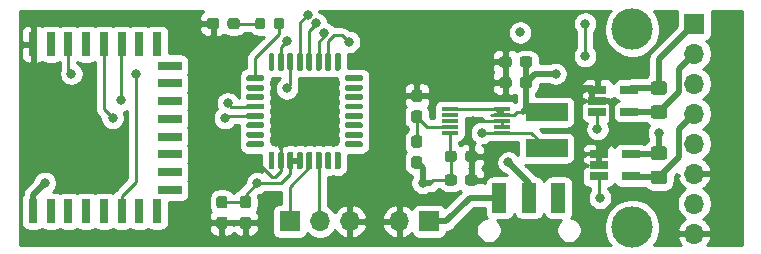
<source format=gbr>
%TF.GenerationSoftware,KiCad,Pcbnew,(5.1.6)-1*%
%TF.CreationDate,2021-08-02T23:36:40+08:00*%
%TF.ProjectId,wireless_measurement_ard,77697265-6c65-4737-935f-6d6561737572,rev?*%
%TF.SameCoordinates,Original*%
%TF.FileFunction,Copper,L1,Top*%
%TF.FilePolarity,Positive*%
%FSLAX46Y46*%
G04 Gerber Fmt 4.6, Leading zero omitted, Abs format (unit mm)*
G04 Created by KiCad (PCBNEW (5.1.6)-1) date 2021-08-02 23:36:40*
%MOMM*%
%LPD*%
G01*
G04 APERTURE LIST*
%TA.AperFunction,SMDPad,CuDef*%
%ADD10R,1.250000X2.500000*%
%TD*%
%TA.AperFunction,SMDPad,CuDef*%
%ADD11R,1.400000X0.300000*%
%TD*%
%TA.AperFunction,ComponentPad*%
%ADD12O,1.700000X1.700000*%
%TD*%
%TA.AperFunction,ComponentPad*%
%ADD13R,1.700000X1.700000*%
%TD*%
%TA.AperFunction,SMDPad,CuDef*%
%ADD14R,3.600000X1.500000*%
%TD*%
%TA.AperFunction,SMDPad,CuDef*%
%ADD15R,1.560000X0.650000*%
%TD*%
%TA.AperFunction,SMDPad,CuDef*%
%ADD16R,2.000000X0.800000*%
%TD*%
%TA.AperFunction,SMDPad,CuDef*%
%ADD17R,0.800000X2.000000*%
%TD*%
%TA.AperFunction,ComponentPad*%
%ADD18C,3.500000*%
%TD*%
%TA.AperFunction,ViaPad*%
%ADD19C,0.800000*%
%TD*%
%TA.AperFunction,Conductor*%
%ADD20C,0.250000*%
%TD*%
%TA.AperFunction,Conductor*%
%ADD21C,0.500000*%
%TD*%
%TA.AperFunction,Conductor*%
%ADD22C,0.254000*%
%TD*%
G04 APERTURE END LIST*
D10*
%TO.P,SW1,3*%
%TO.N,Net-(SW1-Pad3)*%
X163750000Y-91500000D03*
%TO.P,SW1,2*%
%TO.N,VIN*%
X161250000Y-91500000D03*
%TO.P,SW1,1*%
%TO.N,BATT*%
X158750000Y-91500000D03*
%TD*%
D11*
%TO.P,U3,10*%
%TO.N,VIN*%
X158950000Y-84000000D03*
%TO.P,U3,9*%
X158950000Y-84500000D03*
%TO.P,U3,8*%
%TO.N,GND*%
X158950000Y-85000000D03*
%TO.P,U3,7*%
X158950000Y-85500000D03*
%TO.P,U3,6*%
%TO.N,Net-(L1-Pad2)*%
X158950000Y-86000000D03*
%TO.P,U3,5*%
%TO.N,+3V3*%
X154550000Y-86000000D03*
%TO.P,U3,4*%
%TO.N,VFB*%
X154550000Y-85500000D03*
%TO.P,U3,3*%
%TO.N,PGT*%
X154550000Y-85000000D03*
%TO.P,U3,2*%
%TO.N,LBO*%
X154550000Y-84500000D03*
%TO.P,U3,1*%
%TO.N,VIN*%
X154550000Y-84000000D03*
%TD*%
D12*
%TO.P,EFM8_Prog1,3*%
%TO.N,GND*%
X146080000Y-93500000D03*
%TO.P,EFM8_Prog1,2*%
%TO.N,C2D*%
X143540000Y-93500000D03*
D13*
%TO.P,EFM8_Prog1,1*%
%TO.N,C2CK*%
X141000000Y-93500000D03*
%TD*%
%TO.P,U6,32*%
%TO.N,Net-(U6-Pad32)*%
%TA.AperFunction,SMDPad,CuDef*%
G36*
G01*
X138700000Y-87225000D02*
X137450000Y-87225000D01*
G75*
G02*
X137325000Y-87100000I0J125000D01*
G01*
X137325000Y-86850000D01*
G75*
G02*
X137450000Y-86725000I125000J0D01*
G01*
X138700000Y-86725000D01*
G75*
G02*
X138825000Y-86850000I0J-125000D01*
G01*
X138825000Y-87100000D01*
G75*
G02*
X138700000Y-87225000I-125000J0D01*
G01*
G37*
%TD.AperFunction*%
%TO.P,U6,31*%
%TO.N,Net-(U6-Pad31)*%
%TA.AperFunction,SMDPad,CuDef*%
G36*
G01*
X138700000Y-86425000D02*
X137450000Y-86425000D01*
G75*
G02*
X137325000Y-86300000I0J125000D01*
G01*
X137325000Y-86050000D01*
G75*
G02*
X137450000Y-85925000I125000J0D01*
G01*
X138700000Y-85925000D01*
G75*
G02*
X138825000Y-86050000I0J-125000D01*
G01*
X138825000Y-86300000D01*
G75*
G02*
X138700000Y-86425000I-125000J0D01*
G01*
G37*
%TD.AperFunction*%
%TO.P,U6,30*%
%TO.N,Net-(U6-Pad30)*%
%TA.AperFunction,SMDPad,CuDef*%
G36*
G01*
X138700000Y-85625000D02*
X137450000Y-85625000D01*
G75*
G02*
X137325000Y-85500000I0J125000D01*
G01*
X137325000Y-85250000D01*
G75*
G02*
X137450000Y-85125000I125000J0D01*
G01*
X138700000Y-85125000D01*
G75*
G02*
X138825000Y-85250000I0J-125000D01*
G01*
X138825000Y-85500000D01*
G75*
G02*
X138700000Y-85625000I-125000J0D01*
G01*
G37*
%TD.AperFunction*%
%TO.P,U6,29*%
%TO.N,ARD_TX*%
%TA.AperFunction,SMDPad,CuDef*%
G36*
G01*
X138700000Y-84825000D02*
X137450000Y-84825000D01*
G75*
G02*
X137325000Y-84700000I0J125000D01*
G01*
X137325000Y-84450000D01*
G75*
G02*
X137450000Y-84325000I125000J0D01*
G01*
X138700000Y-84325000D01*
G75*
G02*
X138825000Y-84450000I0J-125000D01*
G01*
X138825000Y-84700000D01*
G75*
G02*
X138700000Y-84825000I-125000J0D01*
G01*
G37*
%TD.AperFunction*%
%TO.P,U6,28*%
%TO.N,ARD_RX*%
%TA.AperFunction,SMDPad,CuDef*%
G36*
G01*
X138700000Y-84025000D02*
X137450000Y-84025000D01*
G75*
G02*
X137325000Y-83900000I0J125000D01*
G01*
X137325000Y-83650000D01*
G75*
G02*
X137450000Y-83525000I125000J0D01*
G01*
X138700000Y-83525000D01*
G75*
G02*
X138825000Y-83650000I0J-125000D01*
G01*
X138825000Y-83900000D01*
G75*
G02*
X138700000Y-84025000I-125000J0D01*
G01*
G37*
%TD.AperFunction*%
%TO.P,U6,27*%
%TO.N,Net-(U6-Pad27)*%
%TA.AperFunction,SMDPad,CuDef*%
G36*
G01*
X138700000Y-83225000D02*
X137450000Y-83225000D01*
G75*
G02*
X137325000Y-83100000I0J125000D01*
G01*
X137325000Y-82850000D01*
G75*
G02*
X137450000Y-82725000I125000J0D01*
G01*
X138700000Y-82725000D01*
G75*
G02*
X138825000Y-82850000I0J-125000D01*
G01*
X138825000Y-83100000D01*
G75*
G02*
X138700000Y-83225000I-125000J0D01*
G01*
G37*
%TD.AperFunction*%
%TO.P,U6,26*%
%TO.N,Net-(U6-Pad26)*%
%TA.AperFunction,SMDPad,CuDef*%
G36*
G01*
X138700000Y-82425000D02*
X137450000Y-82425000D01*
G75*
G02*
X137325000Y-82300000I0J125000D01*
G01*
X137325000Y-82050000D01*
G75*
G02*
X137450000Y-81925000I125000J0D01*
G01*
X138700000Y-81925000D01*
G75*
G02*
X138825000Y-82050000I0J-125000D01*
G01*
X138825000Y-82300000D01*
G75*
G02*
X138700000Y-82425000I-125000J0D01*
G01*
G37*
%TD.AperFunction*%
%TO.P,U6,25*%
%TO.N,Net-(D1-Pad2)*%
%TA.AperFunction,SMDPad,CuDef*%
G36*
G01*
X138700000Y-81625000D02*
X137450000Y-81625000D01*
G75*
G02*
X137325000Y-81500000I0J125000D01*
G01*
X137325000Y-81250000D01*
G75*
G02*
X137450000Y-81125000I125000J0D01*
G01*
X138700000Y-81125000D01*
G75*
G02*
X138825000Y-81250000I0J-125000D01*
G01*
X138825000Y-81500000D01*
G75*
G02*
X138700000Y-81625000I-125000J0D01*
G01*
G37*
%TD.AperFunction*%
%TO.P,U6,24*%
%TO.N,Net-(U6-Pad24)*%
%TA.AperFunction,SMDPad,CuDef*%
G36*
G01*
X139575000Y-80750000D02*
X139325000Y-80750000D01*
G75*
G02*
X139200000Y-80625000I0J125000D01*
G01*
X139200000Y-79375000D01*
G75*
G02*
X139325000Y-79250000I125000J0D01*
G01*
X139575000Y-79250000D01*
G75*
G02*
X139700000Y-79375000I0J-125000D01*
G01*
X139700000Y-80625000D01*
G75*
G02*
X139575000Y-80750000I-125000J0D01*
G01*
G37*
%TD.AperFunction*%
%TO.P,U6,23*%
%TO.N,PWRC*%
%TA.AperFunction,SMDPad,CuDef*%
G36*
G01*
X140375000Y-80750000D02*
X140125000Y-80750000D01*
G75*
G02*
X140000000Y-80625000I0J125000D01*
G01*
X140000000Y-79375000D01*
G75*
G02*
X140125000Y-79250000I125000J0D01*
G01*
X140375000Y-79250000D01*
G75*
G02*
X140500000Y-79375000I0J-125000D01*
G01*
X140500000Y-80625000D01*
G75*
G02*
X140375000Y-80750000I-125000J0D01*
G01*
G37*
%TD.AperFunction*%
%TO.P,U6,22*%
%TO.N,STATUS*%
%TA.AperFunction,SMDPad,CuDef*%
G36*
G01*
X141175000Y-80750000D02*
X140925000Y-80750000D01*
G75*
G02*
X140800000Y-80625000I0J125000D01*
G01*
X140800000Y-79375000D01*
G75*
G02*
X140925000Y-79250000I125000J0D01*
G01*
X141175000Y-79250000D01*
G75*
G02*
X141300000Y-79375000I0J-125000D01*
G01*
X141300000Y-80625000D01*
G75*
G02*
X141175000Y-80750000I-125000J0D01*
G01*
G37*
%TD.AperFunction*%
%TO.P,U6,21*%
%TO.N,A3*%
%TA.AperFunction,SMDPad,CuDef*%
G36*
G01*
X141975000Y-80750000D02*
X141725000Y-80750000D01*
G75*
G02*
X141600000Y-80625000I0J125000D01*
G01*
X141600000Y-79375000D01*
G75*
G02*
X141725000Y-79250000I125000J0D01*
G01*
X141975000Y-79250000D01*
G75*
G02*
X142100000Y-79375000I0J-125000D01*
G01*
X142100000Y-80625000D01*
G75*
G02*
X141975000Y-80750000I-125000J0D01*
G01*
G37*
%TD.AperFunction*%
%TO.P,U6,20*%
%TO.N,A2*%
%TA.AperFunction,SMDPad,CuDef*%
G36*
G01*
X142775000Y-80750000D02*
X142525000Y-80750000D01*
G75*
G02*
X142400000Y-80625000I0J125000D01*
G01*
X142400000Y-79375000D01*
G75*
G02*
X142525000Y-79250000I125000J0D01*
G01*
X142775000Y-79250000D01*
G75*
G02*
X142900000Y-79375000I0J-125000D01*
G01*
X142900000Y-80625000D01*
G75*
G02*
X142775000Y-80750000I-125000J0D01*
G01*
G37*
%TD.AperFunction*%
%TO.P,U6,19*%
%TO.N,A1*%
%TA.AperFunction,SMDPad,CuDef*%
G36*
G01*
X143575000Y-80750000D02*
X143325000Y-80750000D01*
G75*
G02*
X143200000Y-80625000I0J125000D01*
G01*
X143200000Y-79375000D01*
G75*
G02*
X143325000Y-79250000I125000J0D01*
G01*
X143575000Y-79250000D01*
G75*
G02*
X143700000Y-79375000I0J-125000D01*
G01*
X143700000Y-80625000D01*
G75*
G02*
X143575000Y-80750000I-125000J0D01*
G01*
G37*
%TD.AperFunction*%
%TO.P,U6,18*%
%TO.N,A0*%
%TA.AperFunction,SMDPad,CuDef*%
G36*
G01*
X144375000Y-80750000D02*
X144125000Y-80750000D01*
G75*
G02*
X144000000Y-80625000I0J125000D01*
G01*
X144000000Y-79375000D01*
G75*
G02*
X144125000Y-79250000I125000J0D01*
G01*
X144375000Y-79250000D01*
G75*
G02*
X144500000Y-79375000I0J-125000D01*
G01*
X144500000Y-80625000D01*
G75*
G02*
X144375000Y-80750000I-125000J0D01*
G01*
G37*
%TD.AperFunction*%
%TO.P,U6,17*%
%TO.N,Net-(U6-Pad17)*%
%TA.AperFunction,SMDPad,CuDef*%
G36*
G01*
X145175000Y-80750000D02*
X144925000Y-80750000D01*
G75*
G02*
X144800000Y-80625000I0J125000D01*
G01*
X144800000Y-79375000D01*
G75*
G02*
X144925000Y-79250000I125000J0D01*
G01*
X145175000Y-79250000D01*
G75*
G02*
X145300000Y-79375000I0J-125000D01*
G01*
X145300000Y-80625000D01*
G75*
G02*
X145175000Y-80750000I-125000J0D01*
G01*
G37*
%TD.AperFunction*%
%TO.P,U6,16*%
%TO.N,Net-(U6-Pad16)*%
%TA.AperFunction,SMDPad,CuDef*%
G36*
G01*
X147050000Y-81625000D02*
X145800000Y-81625000D01*
G75*
G02*
X145675000Y-81500000I0J125000D01*
G01*
X145675000Y-81250000D01*
G75*
G02*
X145800000Y-81125000I125000J0D01*
G01*
X147050000Y-81125000D01*
G75*
G02*
X147175000Y-81250000I0J-125000D01*
G01*
X147175000Y-81500000D01*
G75*
G02*
X147050000Y-81625000I-125000J0D01*
G01*
G37*
%TD.AperFunction*%
%TO.P,U6,15*%
%TO.N,Net-(U6-Pad15)*%
%TA.AperFunction,SMDPad,CuDef*%
G36*
G01*
X147050000Y-82425000D02*
X145800000Y-82425000D01*
G75*
G02*
X145675000Y-82300000I0J125000D01*
G01*
X145675000Y-82050000D01*
G75*
G02*
X145800000Y-81925000I125000J0D01*
G01*
X147050000Y-81925000D01*
G75*
G02*
X147175000Y-82050000I0J-125000D01*
G01*
X147175000Y-82300000D01*
G75*
G02*
X147050000Y-82425000I-125000J0D01*
G01*
G37*
%TD.AperFunction*%
%TO.P,U6,14*%
%TO.N,Net-(U6-Pad14)*%
%TA.AperFunction,SMDPad,CuDef*%
G36*
G01*
X147050000Y-83225000D02*
X145800000Y-83225000D01*
G75*
G02*
X145675000Y-83100000I0J125000D01*
G01*
X145675000Y-82850000D01*
G75*
G02*
X145800000Y-82725000I125000J0D01*
G01*
X147050000Y-82725000D01*
G75*
G02*
X147175000Y-82850000I0J-125000D01*
G01*
X147175000Y-83100000D01*
G75*
G02*
X147050000Y-83225000I-125000J0D01*
G01*
G37*
%TD.AperFunction*%
%TO.P,U6,13*%
%TO.N,Net-(U6-Pad13)*%
%TA.AperFunction,SMDPad,CuDef*%
G36*
G01*
X147050000Y-84025000D02*
X145800000Y-84025000D01*
G75*
G02*
X145675000Y-83900000I0J125000D01*
G01*
X145675000Y-83650000D01*
G75*
G02*
X145800000Y-83525000I125000J0D01*
G01*
X147050000Y-83525000D01*
G75*
G02*
X147175000Y-83650000I0J-125000D01*
G01*
X147175000Y-83900000D01*
G75*
G02*
X147050000Y-84025000I-125000J0D01*
G01*
G37*
%TD.AperFunction*%
%TO.P,U6,12*%
%TO.N,Net-(U6-Pad12)*%
%TA.AperFunction,SMDPad,CuDef*%
G36*
G01*
X147050000Y-84825000D02*
X145800000Y-84825000D01*
G75*
G02*
X145675000Y-84700000I0J125000D01*
G01*
X145675000Y-84450000D01*
G75*
G02*
X145800000Y-84325000I125000J0D01*
G01*
X147050000Y-84325000D01*
G75*
G02*
X147175000Y-84450000I0J-125000D01*
G01*
X147175000Y-84700000D01*
G75*
G02*
X147050000Y-84825000I-125000J0D01*
G01*
G37*
%TD.AperFunction*%
%TO.P,U6,11*%
%TO.N,Net-(U6-Pad11)*%
%TA.AperFunction,SMDPad,CuDef*%
G36*
G01*
X147050000Y-85625000D02*
X145800000Y-85625000D01*
G75*
G02*
X145675000Y-85500000I0J125000D01*
G01*
X145675000Y-85250000D01*
G75*
G02*
X145800000Y-85125000I125000J0D01*
G01*
X147050000Y-85125000D01*
G75*
G02*
X147175000Y-85250000I0J-125000D01*
G01*
X147175000Y-85500000D01*
G75*
G02*
X147050000Y-85625000I-125000J0D01*
G01*
G37*
%TD.AperFunction*%
%TO.P,U6,10*%
%TO.N,Net-(U6-Pad10)*%
%TA.AperFunction,SMDPad,CuDef*%
G36*
G01*
X147050000Y-86425000D02*
X145800000Y-86425000D01*
G75*
G02*
X145675000Y-86300000I0J125000D01*
G01*
X145675000Y-86050000D01*
G75*
G02*
X145800000Y-85925000I125000J0D01*
G01*
X147050000Y-85925000D01*
G75*
G02*
X147175000Y-86050000I0J-125000D01*
G01*
X147175000Y-86300000D01*
G75*
G02*
X147050000Y-86425000I-125000J0D01*
G01*
G37*
%TD.AperFunction*%
%TO.P,U6,9*%
%TO.N,Net-(U6-Pad9)*%
%TA.AperFunction,SMDPad,CuDef*%
G36*
G01*
X147050000Y-87225000D02*
X145800000Y-87225000D01*
G75*
G02*
X145675000Y-87100000I0J125000D01*
G01*
X145675000Y-86850000D01*
G75*
G02*
X145800000Y-86725000I125000J0D01*
G01*
X147050000Y-86725000D01*
G75*
G02*
X147175000Y-86850000I0J-125000D01*
G01*
X147175000Y-87100000D01*
G75*
G02*
X147050000Y-87225000I-125000J0D01*
G01*
G37*
%TD.AperFunction*%
%TO.P,U6,8*%
%TO.N,Net-(U6-Pad8)*%
%TA.AperFunction,SMDPad,CuDef*%
G36*
G01*
X145175000Y-89100000D02*
X144925000Y-89100000D01*
G75*
G02*
X144800000Y-88975000I0J125000D01*
G01*
X144800000Y-87725000D01*
G75*
G02*
X144925000Y-87600000I125000J0D01*
G01*
X145175000Y-87600000D01*
G75*
G02*
X145300000Y-87725000I0J-125000D01*
G01*
X145300000Y-88975000D01*
G75*
G02*
X145175000Y-89100000I-125000J0D01*
G01*
G37*
%TD.AperFunction*%
%TO.P,U6,7*%
%TO.N,Net-(U6-Pad7)*%
%TA.AperFunction,SMDPad,CuDef*%
G36*
G01*
X144375000Y-89100000D02*
X144125000Y-89100000D01*
G75*
G02*
X144000000Y-88975000I0J125000D01*
G01*
X144000000Y-87725000D01*
G75*
G02*
X144125000Y-87600000I125000J0D01*
G01*
X144375000Y-87600000D01*
G75*
G02*
X144500000Y-87725000I0J-125000D01*
G01*
X144500000Y-88975000D01*
G75*
G02*
X144375000Y-89100000I-125000J0D01*
G01*
G37*
%TD.AperFunction*%
%TO.P,U6,6*%
%TO.N,C2D*%
%TA.AperFunction,SMDPad,CuDef*%
G36*
G01*
X143575000Y-89100000D02*
X143325000Y-89100000D01*
G75*
G02*
X143200000Y-88975000I0J125000D01*
G01*
X143200000Y-87725000D01*
G75*
G02*
X143325000Y-87600000I125000J0D01*
G01*
X143575000Y-87600000D01*
G75*
G02*
X143700000Y-87725000I0J-125000D01*
G01*
X143700000Y-88975000D01*
G75*
G02*
X143575000Y-89100000I-125000J0D01*
G01*
G37*
%TD.AperFunction*%
%TO.P,U6,5*%
%TO.N,C2CK*%
%TA.AperFunction,SMDPad,CuDef*%
G36*
G01*
X142775000Y-89100000D02*
X142525000Y-89100000D01*
G75*
G02*
X142400000Y-88975000I0J125000D01*
G01*
X142400000Y-87725000D01*
G75*
G02*
X142525000Y-87600000I125000J0D01*
G01*
X142775000Y-87600000D01*
G75*
G02*
X142900000Y-87725000I0J-125000D01*
G01*
X142900000Y-88975000D01*
G75*
G02*
X142775000Y-89100000I-125000J0D01*
G01*
G37*
%TD.AperFunction*%
%TO.P,U6,4*%
%TO.N,+3V3*%
%TA.AperFunction,SMDPad,CuDef*%
G36*
G01*
X141975000Y-89100000D02*
X141725000Y-89100000D01*
G75*
G02*
X141600000Y-88975000I0J125000D01*
G01*
X141600000Y-87725000D01*
G75*
G02*
X141725000Y-87600000I125000J0D01*
G01*
X141975000Y-87600000D01*
G75*
G02*
X142100000Y-87725000I0J-125000D01*
G01*
X142100000Y-88975000D01*
G75*
G02*
X141975000Y-89100000I-125000J0D01*
G01*
G37*
%TD.AperFunction*%
%TO.P,U6,3*%
%TA.AperFunction,SMDPad,CuDef*%
G36*
G01*
X141175000Y-89100000D02*
X140925000Y-89100000D01*
G75*
G02*
X140800000Y-88975000I0J125000D01*
G01*
X140800000Y-87725000D01*
G75*
G02*
X140925000Y-87600000I125000J0D01*
G01*
X141175000Y-87600000D01*
G75*
G02*
X141300000Y-87725000I0J-125000D01*
G01*
X141300000Y-88975000D01*
G75*
G02*
X141175000Y-89100000I-125000J0D01*
G01*
G37*
%TD.AperFunction*%
%TO.P,U6,2*%
%TO.N,GND*%
%TA.AperFunction,SMDPad,CuDef*%
G36*
G01*
X140375000Y-89100000D02*
X140125000Y-89100000D01*
G75*
G02*
X140000000Y-88975000I0J125000D01*
G01*
X140000000Y-87725000D01*
G75*
G02*
X140125000Y-87600000I125000J0D01*
G01*
X140375000Y-87600000D01*
G75*
G02*
X140500000Y-87725000I0J-125000D01*
G01*
X140500000Y-88975000D01*
G75*
G02*
X140375000Y-89100000I-125000J0D01*
G01*
G37*
%TD.AperFunction*%
%TO.P,U6,1*%
%TO.N,Net-(U6-Pad1)*%
%TA.AperFunction,SMDPad,CuDef*%
G36*
G01*
X139575000Y-89100000D02*
X139325000Y-89100000D01*
G75*
G02*
X139200000Y-88975000I0J125000D01*
G01*
X139200000Y-87725000D01*
G75*
G02*
X139325000Y-87600000I125000J0D01*
G01*
X139575000Y-87600000D01*
G75*
G02*
X139700000Y-87725000I0J-125000D01*
G01*
X139700000Y-88975000D01*
G75*
G02*
X139575000Y-89100000I-125000J0D01*
G01*
G37*
%TD.AperFunction*%
%TD*%
%TO.P,C6,2*%
%TO.N,GND*%
%TA.AperFunction,SMDPad,CuDef*%
G36*
G01*
X137012500Y-93100000D02*
X137487500Y-93100000D01*
G75*
G02*
X137725000Y-93337500I0J-237500D01*
G01*
X137725000Y-93912500D01*
G75*
G02*
X137487500Y-94150000I-237500J0D01*
G01*
X137012500Y-94150000D01*
G75*
G02*
X136775000Y-93912500I0J237500D01*
G01*
X136775000Y-93337500D01*
G75*
G02*
X137012500Y-93100000I237500J0D01*
G01*
G37*
%TD.AperFunction*%
%TO.P,C6,1*%
%TO.N,+3V3*%
%TA.AperFunction,SMDPad,CuDef*%
G36*
G01*
X137012500Y-91350000D02*
X137487500Y-91350000D01*
G75*
G02*
X137725000Y-91587500I0J-237500D01*
G01*
X137725000Y-92162500D01*
G75*
G02*
X137487500Y-92400000I-237500J0D01*
G01*
X137012500Y-92400000D01*
G75*
G02*
X136775000Y-92162500I0J237500D01*
G01*
X136775000Y-91587500D01*
G75*
G02*
X137012500Y-91350000I237500J0D01*
G01*
G37*
%TD.AperFunction*%
%TD*%
%TO.P,C5,2*%
%TO.N,GND*%
%TA.AperFunction,SMDPad,CuDef*%
G36*
G01*
X135012500Y-93100000D02*
X135487500Y-93100000D01*
G75*
G02*
X135725000Y-93337500I0J-237500D01*
G01*
X135725000Y-93912500D01*
G75*
G02*
X135487500Y-94150000I-237500J0D01*
G01*
X135012500Y-94150000D01*
G75*
G02*
X134775000Y-93912500I0J237500D01*
G01*
X134775000Y-93337500D01*
G75*
G02*
X135012500Y-93100000I237500J0D01*
G01*
G37*
%TD.AperFunction*%
%TO.P,C5,1*%
%TO.N,+3V3*%
%TA.AperFunction,SMDPad,CuDef*%
G36*
G01*
X135012500Y-91350000D02*
X135487500Y-91350000D01*
G75*
G02*
X135725000Y-91587500I0J-237500D01*
G01*
X135725000Y-92162500D01*
G75*
G02*
X135487500Y-92400000I-237500J0D01*
G01*
X135012500Y-92400000D01*
G75*
G02*
X134775000Y-92162500I0J237500D01*
G01*
X134775000Y-91587500D01*
G75*
G02*
X135012500Y-91350000I237500J0D01*
G01*
G37*
%TD.AperFunction*%
%TD*%
%TO.P,R5,2*%
%TO.N,VFB*%
%TA.AperFunction,SMDPad,CuDef*%
G36*
G01*
X151512500Y-84100000D02*
X151987500Y-84100000D01*
G75*
G02*
X152225000Y-84337500I0J-237500D01*
G01*
X152225000Y-84912500D01*
G75*
G02*
X151987500Y-85150000I-237500J0D01*
G01*
X151512500Y-85150000D01*
G75*
G02*
X151275000Y-84912500I0J237500D01*
G01*
X151275000Y-84337500D01*
G75*
G02*
X151512500Y-84100000I237500J0D01*
G01*
G37*
%TD.AperFunction*%
%TO.P,R5,1*%
%TO.N,GND*%
%TA.AperFunction,SMDPad,CuDef*%
G36*
G01*
X151512500Y-82350000D02*
X151987500Y-82350000D01*
G75*
G02*
X152225000Y-82587500I0J-237500D01*
G01*
X152225000Y-83162500D01*
G75*
G02*
X151987500Y-83400000I-237500J0D01*
G01*
X151512500Y-83400000D01*
G75*
G02*
X151275000Y-83162500I0J237500D01*
G01*
X151275000Y-82587500D01*
G75*
G02*
X151512500Y-82350000I237500J0D01*
G01*
G37*
%TD.AperFunction*%
%TD*%
%TO.P,R4,2*%
%TO.N,+3V3*%
%TA.AperFunction,SMDPad,CuDef*%
G36*
G01*
X151512500Y-87975000D02*
X151987500Y-87975000D01*
G75*
G02*
X152225000Y-88212500I0J-237500D01*
G01*
X152225000Y-88787500D01*
G75*
G02*
X151987500Y-89025000I-237500J0D01*
G01*
X151512500Y-89025000D01*
G75*
G02*
X151275000Y-88787500I0J237500D01*
G01*
X151275000Y-88212500D01*
G75*
G02*
X151512500Y-87975000I237500J0D01*
G01*
G37*
%TD.AperFunction*%
%TO.P,R4,1*%
%TO.N,VFB*%
%TA.AperFunction,SMDPad,CuDef*%
G36*
G01*
X151512500Y-86225000D02*
X151987500Y-86225000D01*
G75*
G02*
X152225000Y-86462500I0J-237500D01*
G01*
X152225000Y-87037500D01*
G75*
G02*
X151987500Y-87275000I-237500J0D01*
G01*
X151512500Y-87275000D01*
G75*
G02*
X151275000Y-87037500I0J237500D01*
G01*
X151275000Y-86462500D01*
G75*
G02*
X151512500Y-86225000I237500J0D01*
G01*
G37*
%TD.AperFunction*%
%TD*%
D14*
%TO.P,L1,2*%
%TO.N,Net-(L1-Pad2)*%
X162750000Y-87300000D03*
%TO.P,L1,1*%
%TO.N,VIN*%
X162750000Y-84250000D03*
%TD*%
D12*
%TO.P,J1,8*%
%TO.N,GND*%
X175250000Y-94530000D03*
%TO.P,J1,7*%
%TO.N,A3*%
X175250000Y-91990000D03*
%TO.P,J1,6*%
%TO.N,GND*%
X175250000Y-89450000D03*
%TO.P,J1,5*%
%TO.N,A2*%
X175250000Y-86910000D03*
%TO.P,J1,4*%
%TO.N,C2_OUT*%
X175250000Y-84370000D03*
%TO.P,J1,3*%
%TO.N,C2_IN*%
X175250000Y-81830000D03*
%TO.P,J1,2*%
%TO.N,C1_OUT*%
X175250000Y-79290000D03*
D13*
%TO.P,J1,1*%
%TO.N,C1_IN*%
X175250000Y-76750000D03*
%TD*%
%TO.P,C3,2*%
%TO.N,GND*%
%TA.AperFunction,SMDPad,CuDef*%
G36*
G01*
X159775000Y-79762500D02*
X159775000Y-80237500D01*
G75*
G02*
X159537500Y-80475000I-237500J0D01*
G01*
X158962500Y-80475000D01*
G75*
G02*
X158725000Y-80237500I0J237500D01*
G01*
X158725000Y-79762500D01*
G75*
G02*
X158962500Y-79525000I237500J0D01*
G01*
X159537500Y-79525000D01*
G75*
G02*
X159775000Y-79762500I0J-237500D01*
G01*
G37*
%TD.AperFunction*%
%TO.P,C3,1*%
%TO.N,VIN*%
%TA.AperFunction,SMDPad,CuDef*%
G36*
G01*
X161525000Y-79762500D02*
X161525000Y-80237500D01*
G75*
G02*
X161287500Y-80475000I-237500J0D01*
G01*
X160712500Y-80475000D01*
G75*
G02*
X160475000Y-80237500I0J237500D01*
G01*
X160475000Y-79762500D01*
G75*
G02*
X160712500Y-79525000I237500J0D01*
G01*
X161287500Y-79525000D01*
G75*
G02*
X161525000Y-79762500I0J-237500D01*
G01*
G37*
%TD.AperFunction*%
%TD*%
%TO.P,C2,2*%
%TO.N,GND*%
%TA.AperFunction,SMDPad,CuDef*%
G36*
G01*
X155850000Y-90237500D02*
X155850000Y-89762500D01*
G75*
G02*
X156087500Y-89525000I237500J0D01*
G01*
X156662500Y-89525000D01*
G75*
G02*
X156900000Y-89762500I0J-237500D01*
G01*
X156900000Y-90237500D01*
G75*
G02*
X156662500Y-90475000I-237500J0D01*
G01*
X156087500Y-90475000D01*
G75*
G02*
X155850000Y-90237500I0J237500D01*
G01*
G37*
%TD.AperFunction*%
%TO.P,C2,1*%
%TO.N,+3V3*%
%TA.AperFunction,SMDPad,CuDef*%
G36*
G01*
X154100000Y-90237500D02*
X154100000Y-89762500D01*
G75*
G02*
X154337500Y-89525000I237500J0D01*
G01*
X154912500Y-89525000D01*
G75*
G02*
X155150000Y-89762500I0J-237500D01*
G01*
X155150000Y-90237500D01*
G75*
G02*
X154912500Y-90475000I-237500J0D01*
G01*
X154337500Y-90475000D01*
G75*
G02*
X154100000Y-90237500I0J237500D01*
G01*
G37*
%TD.AperFunction*%
%TD*%
D12*
%TO.P,Battery1,2*%
%TO.N,GND*%
X150250000Y-93500000D03*
D13*
%TO.P,Battery1,1*%
%TO.N,BATT*%
X152790000Y-93500000D03*
%TD*%
%TO.P,C4,2*%
%TO.N,GND*%
%TA.AperFunction,SMDPad,CuDef*%
G36*
G01*
X159775000Y-81512500D02*
X159775000Y-81987500D01*
G75*
G02*
X159537500Y-82225000I-237500J0D01*
G01*
X158962500Y-82225000D01*
G75*
G02*
X158725000Y-81987500I0J237500D01*
G01*
X158725000Y-81512500D01*
G75*
G02*
X158962500Y-81275000I237500J0D01*
G01*
X159537500Y-81275000D01*
G75*
G02*
X159775000Y-81512500I0J-237500D01*
G01*
G37*
%TD.AperFunction*%
%TO.P,C4,1*%
%TO.N,VIN*%
%TA.AperFunction,SMDPad,CuDef*%
G36*
G01*
X161525000Y-81512500D02*
X161525000Y-81987500D01*
G75*
G02*
X161287500Y-82225000I-237500J0D01*
G01*
X160712500Y-82225000D01*
G75*
G02*
X160475000Y-81987500I0J237500D01*
G01*
X160475000Y-81512500D01*
G75*
G02*
X160712500Y-81275000I237500J0D01*
G01*
X161287500Y-81275000D01*
G75*
G02*
X161525000Y-81512500I0J-237500D01*
G01*
G37*
%TD.AperFunction*%
%TD*%
%TO.P,C1,2*%
%TO.N,GND*%
%TA.AperFunction,SMDPad,CuDef*%
G36*
G01*
X155850000Y-88237500D02*
X155850000Y-87762500D01*
G75*
G02*
X156087500Y-87525000I237500J0D01*
G01*
X156662500Y-87525000D01*
G75*
G02*
X156900000Y-87762500I0J-237500D01*
G01*
X156900000Y-88237500D01*
G75*
G02*
X156662500Y-88475000I-237500J0D01*
G01*
X156087500Y-88475000D01*
G75*
G02*
X155850000Y-88237500I0J237500D01*
G01*
G37*
%TD.AperFunction*%
%TO.P,C1,1*%
%TO.N,+3V3*%
%TA.AperFunction,SMDPad,CuDef*%
G36*
G01*
X154100000Y-88237500D02*
X154100000Y-87762500D01*
G75*
G02*
X154337500Y-87525000I237500J0D01*
G01*
X154912500Y-87525000D01*
G75*
G02*
X155150000Y-87762500I0J-237500D01*
G01*
X155150000Y-88237500D01*
G75*
G02*
X154912500Y-88475000I-237500J0D01*
G01*
X154337500Y-88475000D01*
G75*
G02*
X154100000Y-88237500I0J237500D01*
G01*
G37*
%TD.AperFunction*%
%TD*%
D15*
%TO.P,U5,5*%
%TO.N,C2_IN*%
X169850000Y-87800000D03*
%TO.P,U5,4*%
%TO.N,C2_OUT*%
X169850000Y-89700000D03*
%TO.P,U5,3*%
%TO.N,A1*%
X167150000Y-89700000D03*
%TO.P,U5,2*%
%TO.N,GND*%
X167150000Y-88750000D03*
%TO.P,U5,1*%
X167150000Y-87800000D03*
%TD*%
%TO.P,U4,5*%
%TO.N,C1_IN*%
X169750000Y-82350000D03*
%TO.P,U4,4*%
%TO.N,C1_OUT*%
X169750000Y-84250000D03*
%TO.P,U4,3*%
%TO.N,A0*%
X167050000Y-84250000D03*
%TO.P,U4,2*%
%TO.N,GND*%
X167050000Y-83300000D03*
%TO.P,U4,1*%
X167050000Y-82350000D03*
%TD*%
D16*
%TO.P,U2,16*%
%TO.N,Net-(U2-Pad16)*%
X130862800Y-80322600D03*
%TO.P,U2,15*%
%TO.N,Net-(U2-Pad15)*%
X130862800Y-81822600D03*
%TO.P,U2,14*%
%TO.N,Net-(U2-Pad14)*%
X130862800Y-83322600D03*
%TO.P,U2,13*%
%TO.N,Net-(U2-Pad13)*%
X130862800Y-84822600D03*
%TO.P,U2,12*%
%TO.N,Net-(U2-Pad12)*%
X130862800Y-86322600D03*
%TO.P,U2,11*%
%TO.N,Net-(U2-Pad11)*%
X130862800Y-87822600D03*
%TO.P,U2,10*%
%TO.N,Net-(U2-Pad10)*%
X130862800Y-89322600D03*
D17*
%TO.P,U2,8*%
%TO.N,Net-(U2-Pad8)*%
X129762800Y-92642600D03*
%TO.P,U2,17*%
%TO.N,Net-(U2-Pad17)*%
X129762800Y-78502600D03*
%TO.P,U2,18*%
%TO.N,Net-(U2-Pad18)*%
X128262800Y-78502600D03*
%TO.P,U2,7*%
%TO.N,Net-(U2-Pad7)*%
X128262800Y-92642600D03*
%TO.P,U2,6*%
%TO.N,STATUS*%
X126762800Y-92642600D03*
%TO.P,U2,19*%
%TO.N,ARD_RX*%
X126762800Y-78502600D03*
%TO.P,U2,20*%
%TO.N,ARD_TX*%
X125262800Y-78502600D03*
%TO.P,U2,5*%
%TO.N,N/C*%
X125262800Y-92642600D03*
%TO.P,U2,4*%
X123762800Y-92642600D03*
%TO.P,U2,21*%
%TO.N,Net-(U2-Pad21)*%
X123762800Y-78502600D03*
%TO.P,U2,22*%
%TO.N,PWRC*%
X122262800Y-78502600D03*
%TO.P,U2,3*%
%TO.N,Net-(U2-Pad3)*%
X122262800Y-92642600D03*
%TO.P,U2,2*%
%TO.N,Net-(U2-Pad2)*%
X120762800Y-92642600D03*
%TO.P,U2,23*%
%TO.N,Net-(U2-Pad23)*%
X120762800Y-78502600D03*
%TO.P,U2,24*%
%TO.N,GND*%
X119262800Y-78502600D03*
D16*
%TO.P,U2,9*%
%TO.N,Net-(U2-Pad9)*%
X130862800Y-90822600D03*
D17*
%TO.P,U2,1*%
%TO.N,+3V3*%
X119262800Y-92642600D03*
%TD*%
%TO.P,R2,2*%
%TO.N,C1_OUT*%
%TA.AperFunction,SMDPad,CuDef*%
G36*
G01*
X171799999Y-83675000D02*
X172700001Y-83675000D01*
G75*
G02*
X172950000Y-83924999I0J-249999D01*
G01*
X172950000Y-84575001D01*
G75*
G02*
X172700001Y-84825000I-249999J0D01*
G01*
X171799999Y-84825000D01*
G75*
G02*
X171550000Y-84575001I0J249999D01*
G01*
X171550000Y-83924999D01*
G75*
G02*
X171799999Y-83675000I249999J0D01*
G01*
G37*
%TD.AperFunction*%
%TO.P,R2,1*%
%TO.N,C1_IN*%
%TA.AperFunction,SMDPad,CuDef*%
G36*
G01*
X171799999Y-81625000D02*
X172700001Y-81625000D01*
G75*
G02*
X172950000Y-81874999I0J-249999D01*
G01*
X172950000Y-82525001D01*
G75*
G02*
X172700001Y-82775000I-249999J0D01*
G01*
X171799999Y-82775000D01*
G75*
G02*
X171550000Y-82525001I0J249999D01*
G01*
X171550000Y-81874999D01*
G75*
G02*
X171799999Y-81625000I249999J0D01*
G01*
G37*
%TD.AperFunction*%
%TD*%
%TO.P,R1,2*%
%TO.N,C2_OUT*%
%TA.AperFunction,SMDPad,CuDef*%
G36*
G01*
X171799999Y-89200000D02*
X172700001Y-89200000D01*
G75*
G02*
X172950000Y-89449999I0J-249999D01*
G01*
X172950000Y-90100001D01*
G75*
G02*
X172700001Y-90350000I-249999J0D01*
G01*
X171799999Y-90350000D01*
G75*
G02*
X171550000Y-90100001I0J249999D01*
G01*
X171550000Y-89449999D01*
G75*
G02*
X171799999Y-89200000I249999J0D01*
G01*
G37*
%TD.AperFunction*%
%TO.P,R1,1*%
%TO.N,C2_IN*%
%TA.AperFunction,SMDPad,CuDef*%
G36*
G01*
X171799999Y-87150000D02*
X172700001Y-87150000D01*
G75*
G02*
X172950000Y-87399999I0J-249999D01*
G01*
X172950000Y-88050001D01*
G75*
G02*
X172700001Y-88300000I-249999J0D01*
G01*
X171799999Y-88300000D01*
G75*
G02*
X171550000Y-88050001I0J249999D01*
G01*
X171550000Y-87399999D01*
G75*
G02*
X171799999Y-87150000I249999J0D01*
G01*
G37*
%TD.AperFunction*%
%TD*%
%TO.P,D1,1*%
%TO.N,Net-(D1-Pad1)*%
%TA.AperFunction,SMDPad,CuDef*%
G36*
G01*
X138062500Y-77006250D02*
X138062500Y-76493750D01*
G75*
G02*
X138281250Y-76275000I218750J0D01*
G01*
X138718750Y-76275000D01*
G75*
G02*
X138937500Y-76493750I0J-218750D01*
G01*
X138937500Y-77006250D01*
G75*
G02*
X138718750Y-77225000I-218750J0D01*
G01*
X138281250Y-77225000D01*
G75*
G02*
X138062500Y-77006250I0J218750D01*
G01*
G37*
%TD.AperFunction*%
%TO.P,D1,2*%
%TO.N,Net-(D1-Pad2)*%
%TA.AperFunction,SMDPad,CuDef*%
G36*
G01*
X139637500Y-77006250D02*
X139637500Y-76493750D01*
G75*
G02*
X139856250Y-76275000I218750J0D01*
G01*
X140293750Y-76275000D01*
G75*
G02*
X140512500Y-76493750I0J-218750D01*
G01*
X140512500Y-77006250D01*
G75*
G02*
X140293750Y-77225000I-218750J0D01*
G01*
X139856250Y-77225000D01*
G75*
G02*
X139637500Y-77006250I0J218750D01*
G01*
G37*
%TD.AperFunction*%
%TD*%
%TO.P,R3,1*%
%TO.N,Net-(D1-Pad1)*%
%TA.AperFunction,SMDPad,CuDef*%
G36*
G01*
X136775000Y-76512500D02*
X136775000Y-76987500D01*
G75*
G02*
X136537500Y-77225000I-237500J0D01*
G01*
X135962500Y-77225000D01*
G75*
G02*
X135725000Y-76987500I0J237500D01*
G01*
X135725000Y-76512500D01*
G75*
G02*
X135962500Y-76275000I237500J0D01*
G01*
X136537500Y-76275000D01*
G75*
G02*
X136775000Y-76512500I0J-237500D01*
G01*
G37*
%TD.AperFunction*%
%TO.P,R3,2*%
%TO.N,GND*%
%TA.AperFunction,SMDPad,CuDef*%
G36*
G01*
X135025000Y-76512500D02*
X135025000Y-76987500D01*
G75*
G02*
X134787500Y-77225000I-237500J0D01*
G01*
X134212500Y-77225000D01*
G75*
G02*
X133975000Y-76987500I0J237500D01*
G01*
X133975000Y-76512500D01*
G75*
G02*
X134212500Y-76275000I237500J0D01*
G01*
X134787500Y-76275000D01*
G75*
G02*
X135025000Y-76512500I0J-237500D01*
G01*
G37*
%TD.AperFunction*%
%TD*%
D18*
%TO.P,H1,1*%
%TO.N,Net-(H1-Pad1)*%
X170000000Y-94000000D03*
%TD*%
%TO.P,H2,1*%
%TO.N,Net-(H2-Pad1)*%
X170000000Y-77250000D03*
%TD*%
D19*
%TO.N,A2*%
X143237347Y-76737347D03*
%TO.N,GND*%
X156500000Y-85000000D03*
X141500000Y-84750000D03*
%TO.N,A3*%
X142500000Y-76000000D03*
X166000000Y-79500000D03*
X166000000Y-76750000D03*
%TO.N,+3V3*%
X120250000Y-90250000D03*
X152250000Y-90250000D03*
X138250000Y-90250000D03*
%TO.N,ARD_RX*%
X135750000Y-83500000D03*
X126750000Y-83250000D03*
%TO.N,A1*%
X143899462Y-77575232D03*
X160500000Y-77500000D03*
X167250000Y-91500000D03*
%TO.N,A0*%
X146000000Y-78300232D03*
X167050000Y-85700000D03*
%TO.N,PWRC*%
X122500000Y-81000000D03*
X140750000Y-78250000D03*
%TO.N,ARD_TX*%
X126000000Y-84750000D03*
X135500000Y-84750000D03*
%TO.N,VIN*%
X159500000Y-88500000D03*
X163500000Y-81000000D03*
%TO.N,C2_IN*%
X172250000Y-86000000D03*
%TO.N,Net-(L1-Pad2)*%
X157250000Y-86000000D03*
%TO.N,STATUS*%
X128000000Y-81000000D03*
X140750000Y-82250000D03*
%TD*%
D20*
%TO.N,A2*%
X142650000Y-80000000D02*
X142650000Y-77350000D01*
X142650000Y-77350000D02*
X143250000Y-76750000D01*
X143250000Y-76750000D02*
X143237347Y-76737347D01*
%TO.N,GND*%
X140250000Y-88350000D02*
X140250000Y-89250000D01*
X158950000Y-85000000D02*
X156500000Y-85000000D01*
X158950000Y-85500000D02*
X158950000Y-85000000D01*
D21*
X166550000Y-82250000D02*
X165250000Y-82250000D01*
X166550000Y-82250000D02*
X166550000Y-83200000D01*
X167150000Y-87800000D02*
X167150000Y-88750000D01*
X168280001Y-86669999D02*
X167150000Y-87800000D01*
X168280001Y-83564999D02*
X168280001Y-86669999D01*
X168015002Y-83300000D02*
X168280001Y-83564999D01*
X167050000Y-83300000D02*
X168015002Y-83300000D01*
D20*
X137250000Y-93625000D02*
X135250000Y-93625000D01*
X140250000Y-89250000D02*
X139750000Y-89750000D01*
X139463588Y-89750000D02*
X138463588Y-88750000D01*
X139750000Y-89750000D02*
X139463588Y-89750000D01*
X138463588Y-88750000D02*
X137750000Y-88750000D01*
X140250000Y-88350000D02*
X140250000Y-86000000D01*
X140250000Y-86000000D02*
X141500000Y-84750000D01*
%TO.N,A3*%
X141850000Y-80000000D02*
X141850000Y-76650000D01*
X141850000Y-76650000D02*
X142500000Y-76000000D01*
X166000000Y-79500000D02*
X166000000Y-77500000D01*
X166000000Y-77500000D02*
X166000000Y-76750000D01*
D21*
%TO.N,+3V3*%
X141850000Y-88350000D02*
X141050000Y-88350000D01*
X119262800Y-92642600D02*
X119262800Y-91237200D01*
X119262800Y-91237200D02*
X120250000Y-90250000D01*
X152250000Y-90250000D02*
X152900001Y-90250000D01*
X152250000Y-89000000D02*
X151750000Y-88500000D01*
X152250000Y-90250000D02*
X152250000Y-89000000D01*
D20*
X154550000Y-87925000D02*
X154625000Y-88000000D01*
X154550000Y-86000000D02*
X154550000Y-87925000D01*
X154625000Y-88000000D02*
X154625000Y-90000000D01*
X153150001Y-90000000D02*
X152900001Y-90250000D01*
X154625000Y-90000000D02*
X153150001Y-90000000D01*
X135250000Y-91875000D02*
X137250000Y-91875000D01*
X137250000Y-91875000D02*
X137250000Y-91250000D01*
X137250000Y-91250000D02*
X138250000Y-90250000D01*
X141050000Y-88350000D02*
X141050000Y-89450000D01*
X140250000Y-90250000D02*
X138250000Y-90250000D01*
X141050000Y-89450000D02*
X140250000Y-90250000D01*
%TO.N,ARD_RX*%
X138075000Y-83775000D02*
X136025000Y-83775000D01*
X136025000Y-83775000D02*
X135750000Y-83500000D01*
X126750000Y-78515400D02*
X126762800Y-78502600D01*
X126750000Y-83250000D02*
X126750000Y-78515400D01*
%TO.N,A1*%
X143450000Y-78300000D02*
X144000000Y-77750000D01*
X143450000Y-80000000D02*
X143450000Y-78300000D01*
X144000000Y-77750000D02*
X144000000Y-77675770D01*
X144000000Y-77675770D02*
X143899462Y-77575232D01*
X167150000Y-89700000D02*
X167150000Y-91400000D01*
X167150000Y-91400000D02*
X167250000Y-91500000D01*
%TO.N,A0*%
X144250000Y-78250000D02*
X144750000Y-77750000D01*
X144750000Y-77750000D02*
X145449768Y-77750000D01*
X145449768Y-77750000D02*
X146000000Y-78300232D01*
X144250000Y-80000000D02*
X144250000Y-78250000D01*
X167050000Y-84250000D02*
X167050000Y-85700000D01*
%TO.N,PWRC*%
X122262800Y-78502600D02*
X122262800Y-80762800D01*
X122262800Y-80762800D02*
X122500000Y-81000000D01*
X140250000Y-78750000D02*
X140250000Y-80000000D01*
X140750000Y-78250000D02*
X140250000Y-78750000D01*
%TO.N,ARD_TX*%
X125262800Y-78502600D02*
X125262800Y-84012800D01*
X125262800Y-84012800D02*
X126000000Y-84750000D01*
X135675000Y-84575000D02*
X135500000Y-84750000D01*
X138075000Y-84575000D02*
X135675000Y-84575000D01*
%TO.N,VIN*%
X158950000Y-84500000D02*
X160000000Y-84500000D01*
X158950000Y-84500000D02*
X158000000Y-84500000D01*
X158950000Y-84000000D02*
X158950000Y-84500000D01*
X158450000Y-84000000D02*
X158950000Y-84500000D01*
X154550000Y-84000000D02*
X158450000Y-84000000D01*
X160250000Y-84250000D02*
X160000000Y-84500000D01*
D21*
X164000000Y-84250000D02*
X162750000Y-84250000D01*
X161000000Y-80000000D02*
X161000000Y-81750000D01*
X161000000Y-84000000D02*
X160750000Y-84250000D01*
X161000000Y-81750000D02*
X161000000Y-84000000D01*
D20*
X162750000Y-84250000D02*
X160750000Y-84250000D01*
X160750000Y-84250000D02*
X160250000Y-84250000D01*
D21*
X161250000Y-91500000D02*
X161250000Y-90250000D01*
X161250000Y-90250000D02*
X159500000Y-88500000D01*
X161750000Y-81000000D02*
X161000000Y-81750000D01*
X163500000Y-81000000D02*
X161750000Y-81000000D01*
%TO.N,C2_OUT*%
X173949999Y-88075001D02*
X172250000Y-89775000D01*
X173949999Y-85670001D02*
X173949999Y-88075001D01*
X175250000Y-84370000D02*
X173949999Y-85670001D01*
X169925000Y-89775000D02*
X169850000Y-89700000D01*
X172250000Y-89775000D02*
X169925000Y-89775000D01*
%TO.N,C2_IN*%
X172250000Y-86000000D02*
X172250000Y-87725000D01*
X172175000Y-87800000D02*
X172250000Y-87725000D01*
X169850000Y-87800000D02*
X172175000Y-87800000D01*
%TO.N,C1_OUT*%
X173949999Y-82550001D02*
X172250000Y-84250000D01*
X173949999Y-80590001D02*
X173949999Y-82550001D01*
X175250000Y-79290000D02*
X173949999Y-80590001D01*
X169750000Y-84250000D02*
X172250000Y-84250000D01*
%TO.N,C1_IN*%
X172250000Y-79750000D02*
X172250000Y-82200000D01*
X175250000Y-76750000D02*
X172250000Y-79750000D01*
X169900000Y-82200000D02*
X169750000Y-82350000D01*
X172250000Y-82200000D02*
X169900000Y-82200000D01*
D20*
%TO.N,Net-(L1-Pad2)*%
X158950000Y-86000000D02*
X157250000Y-86000000D01*
X161450000Y-86000000D02*
X162750000Y-87300000D01*
X158950000Y-86000000D02*
X161450000Y-86000000D01*
%TO.N,VFB*%
X151750000Y-84625000D02*
X151750000Y-86750000D01*
X152625000Y-85500000D02*
X151750000Y-84625000D01*
X154550000Y-85500000D02*
X152625000Y-85500000D01*
%TO.N,STATUS*%
X126762800Y-91392600D02*
X128000000Y-90155400D01*
X126762800Y-92642600D02*
X126762800Y-91392600D01*
X128000000Y-90155400D02*
X128000000Y-81000000D01*
X141050000Y-81950000D02*
X140750000Y-82250000D01*
X141050000Y-80000000D02*
X141050000Y-81950000D01*
%TO.N,C2D*%
X143450000Y-93410000D02*
X143540000Y-93500000D01*
X143450000Y-88350000D02*
X143450000Y-93410000D01*
%TO.N,C2CK*%
X141000000Y-90586412D02*
X141000000Y-93500000D01*
X142650000Y-88936412D02*
X141000000Y-90586412D01*
X142650000Y-88350000D02*
X142650000Y-88936412D01*
%TO.N,Net-(D1-Pad1)*%
X138500000Y-76750000D02*
X136250000Y-76750000D01*
%TO.N,Net-(D1-Pad2)*%
X138075000Y-81375000D02*
X138075000Y-79675000D01*
X140075000Y-77675000D02*
X140075000Y-76750000D01*
X138075000Y-79675000D02*
X140075000Y-77675000D01*
D21*
%TO.N,BATT*%
X152790000Y-93500000D02*
X154250000Y-93500000D01*
X156250000Y-91500000D02*
X158750000Y-91500000D01*
X154250000Y-93500000D02*
X156250000Y-91500000D01*
%TO.N,Net-(SW1-Pad3)*%
X163750000Y-91250000D02*
X163500000Y-91000000D01*
X163750000Y-91500000D02*
X163750000Y-91250000D01*
X163500000Y-91000000D02*
X163750000Y-91000000D01*
%TD*%
D22*
%TO.N,GND*%
G36*
X133620506Y-75744463D02*
G01*
X133523815Y-75823815D01*
X133444463Y-75920506D01*
X133385498Y-76030820D01*
X133349188Y-76150518D01*
X133336928Y-76275000D01*
X133340000Y-76464250D01*
X133498750Y-76623000D01*
X134373000Y-76623000D01*
X134373000Y-76603000D01*
X134627000Y-76603000D01*
X134627000Y-76623000D01*
X134647000Y-76623000D01*
X134647000Y-76877000D01*
X134627000Y-76877000D01*
X134627000Y-77701250D01*
X134785750Y-77860000D01*
X135025000Y-77863072D01*
X135149482Y-77850812D01*
X135269180Y-77814502D01*
X135379494Y-77755537D01*
X135452161Y-77695901D01*
X135476058Y-77715512D01*
X135627433Y-77796423D01*
X135791684Y-77846248D01*
X135962500Y-77863072D01*
X136537500Y-77863072D01*
X136708316Y-77846248D01*
X136872567Y-77796423D01*
X137023942Y-77715512D01*
X137156623Y-77606623D01*
X137235920Y-77510000D01*
X137591582Y-77510000D01*
X137675385Y-77612115D01*
X137805225Y-77718671D01*
X137953358Y-77797850D01*
X138114092Y-77846608D01*
X138281250Y-77863072D01*
X138718750Y-77863072D01*
X138822328Y-77852870D01*
X137563998Y-79111201D01*
X137535000Y-79134999D01*
X137511202Y-79163997D01*
X137511201Y-79163998D01*
X137440026Y-79250724D01*
X137369454Y-79382754D01*
X137353224Y-79436260D01*
X137333101Y-79502600D01*
X137325998Y-79526015D01*
X137311324Y-79675000D01*
X137315001Y-79712332D01*
X137315001Y-80500224D01*
X137301132Y-80501590D01*
X137157985Y-80545013D01*
X137026060Y-80615529D01*
X136910427Y-80710427D01*
X136815529Y-80826060D01*
X136745013Y-80957985D01*
X136701590Y-81101132D01*
X136686928Y-81250000D01*
X136686928Y-81500000D01*
X136701590Y-81648868D01*
X136739852Y-81775000D01*
X136701590Y-81901132D01*
X136686928Y-82050000D01*
X136686928Y-82300000D01*
X136701590Y-82448868D01*
X136739852Y-82575000D01*
X136701590Y-82701132D01*
X136686928Y-82850000D01*
X136686928Y-83015000D01*
X136669382Y-83015000D01*
X136667205Y-83009744D01*
X136553937Y-82840226D01*
X136409774Y-82696063D01*
X136240256Y-82582795D01*
X136051898Y-82504774D01*
X135851939Y-82465000D01*
X135648061Y-82465000D01*
X135448102Y-82504774D01*
X135259744Y-82582795D01*
X135090226Y-82696063D01*
X134946063Y-82840226D01*
X134832795Y-83009744D01*
X134754774Y-83198102D01*
X134715000Y-83398061D01*
X134715000Y-83601939D01*
X134754774Y-83801898D01*
X134822028Y-83964261D01*
X134696063Y-84090226D01*
X134582795Y-84259744D01*
X134504774Y-84448102D01*
X134465000Y-84648061D01*
X134465000Y-84851939D01*
X134504774Y-85051898D01*
X134582795Y-85240256D01*
X134696063Y-85409774D01*
X134840226Y-85553937D01*
X135009744Y-85667205D01*
X135198102Y-85745226D01*
X135398061Y-85785000D01*
X135601939Y-85785000D01*
X135801898Y-85745226D01*
X135990256Y-85667205D01*
X136159774Y-85553937D01*
X136303937Y-85409774D01*
X136353899Y-85335000D01*
X136686928Y-85335000D01*
X136686928Y-85500000D01*
X136701590Y-85648868D01*
X136739852Y-85775000D01*
X136701590Y-85901132D01*
X136686928Y-86050000D01*
X136686928Y-86300000D01*
X136701590Y-86448868D01*
X136739852Y-86575000D01*
X136701590Y-86701132D01*
X136686928Y-86850000D01*
X136686928Y-87100000D01*
X136701590Y-87248868D01*
X136745013Y-87392015D01*
X136815529Y-87523940D01*
X136910427Y-87639573D01*
X137026060Y-87734471D01*
X137157985Y-87804987D01*
X137301132Y-87848410D01*
X137450000Y-87863072D01*
X138561928Y-87863072D01*
X138561928Y-88975000D01*
X138576590Y-89123868D01*
X138620013Y-89267015D01*
X138630979Y-89287531D01*
X138551898Y-89254774D01*
X138351939Y-89215000D01*
X138148061Y-89215000D01*
X137948102Y-89254774D01*
X137759744Y-89332795D01*
X137590226Y-89446063D01*
X137446063Y-89590226D01*
X137332795Y-89759744D01*
X137254774Y-89948102D01*
X137215000Y-90148061D01*
X137215000Y-90210198D01*
X136738998Y-90686201D01*
X136710000Y-90709999D01*
X136686202Y-90738997D01*
X136686201Y-90738998D01*
X136635187Y-90801158D01*
X136526058Y-90859488D01*
X136393377Y-90968377D01*
X136284488Y-91101058D01*
X136277036Y-91115000D01*
X136222964Y-91115000D01*
X136215512Y-91101058D01*
X136106623Y-90968377D01*
X135973942Y-90859488D01*
X135822567Y-90778577D01*
X135658316Y-90728752D01*
X135487500Y-90711928D01*
X135012500Y-90711928D01*
X134841684Y-90728752D01*
X134677433Y-90778577D01*
X134526058Y-90859488D01*
X134393377Y-90968377D01*
X134284488Y-91101058D01*
X134203577Y-91252433D01*
X134153752Y-91416684D01*
X134136928Y-91587500D01*
X134136928Y-92162500D01*
X134153752Y-92333316D01*
X134203577Y-92497567D01*
X134284488Y-92648942D01*
X134304099Y-92672839D01*
X134244463Y-92745506D01*
X134185498Y-92855820D01*
X134149188Y-92975518D01*
X134136928Y-93100000D01*
X134140000Y-93339250D01*
X134298750Y-93498000D01*
X135123000Y-93498000D01*
X135123000Y-93478000D01*
X135377000Y-93478000D01*
X135377000Y-93498000D01*
X136201250Y-93498000D01*
X136250000Y-93449250D01*
X136298750Y-93498000D01*
X137123000Y-93498000D01*
X137123000Y-93478000D01*
X137377000Y-93478000D01*
X137377000Y-93498000D01*
X138201250Y-93498000D01*
X138360000Y-93339250D01*
X138363072Y-93100000D01*
X138350812Y-92975518D01*
X138314502Y-92855820D01*
X138255537Y-92745506D01*
X138195901Y-92672839D01*
X138215512Y-92648942D01*
X138296423Y-92497567D01*
X138346248Y-92333316D01*
X138363072Y-92162500D01*
X138363072Y-91587500D01*
X138346248Y-91416684D01*
X138306302Y-91285000D01*
X138351939Y-91285000D01*
X138551898Y-91245226D01*
X138740256Y-91167205D01*
X138909774Y-91053937D01*
X138953711Y-91010000D01*
X140212678Y-91010000D01*
X140240000Y-91012691D01*
X140240000Y-92011928D01*
X140150000Y-92011928D01*
X140025518Y-92024188D01*
X139905820Y-92060498D01*
X139795506Y-92119463D01*
X139698815Y-92198815D01*
X139619463Y-92295506D01*
X139560498Y-92405820D01*
X139524188Y-92525518D01*
X139511928Y-92650000D01*
X139511928Y-94350000D01*
X139524188Y-94474482D01*
X139560498Y-94594180D01*
X139619463Y-94704494D01*
X139698815Y-94801185D01*
X139795506Y-94880537D01*
X139905820Y-94939502D01*
X140025518Y-94975812D01*
X140150000Y-94988072D01*
X141850000Y-94988072D01*
X141974482Y-94975812D01*
X142094180Y-94939502D01*
X142204494Y-94880537D01*
X142301185Y-94801185D01*
X142380537Y-94704494D01*
X142439502Y-94594180D01*
X142461513Y-94521620D01*
X142593368Y-94653475D01*
X142836589Y-94815990D01*
X143106842Y-94927932D01*
X143393740Y-94985000D01*
X143686260Y-94985000D01*
X143973158Y-94927932D01*
X144243411Y-94815990D01*
X144486632Y-94653475D01*
X144693475Y-94446632D01*
X144815195Y-94264466D01*
X144884822Y-94381355D01*
X145079731Y-94597588D01*
X145313080Y-94771641D01*
X145575901Y-94896825D01*
X145723110Y-94941476D01*
X145953000Y-94820155D01*
X145953000Y-93627000D01*
X146207000Y-93627000D01*
X146207000Y-94820155D01*
X146436890Y-94941476D01*
X146584099Y-94896825D01*
X146846920Y-94771641D01*
X147080269Y-94597588D01*
X147275178Y-94381355D01*
X147424157Y-94131252D01*
X147521481Y-93856891D01*
X148808519Y-93856891D01*
X148905843Y-94131252D01*
X149054822Y-94381355D01*
X149249731Y-94597588D01*
X149483080Y-94771641D01*
X149745901Y-94896825D01*
X149893110Y-94941476D01*
X150123000Y-94820155D01*
X150123000Y-93627000D01*
X148929186Y-93627000D01*
X148808519Y-93856891D01*
X147521481Y-93856891D01*
X147400814Y-93627000D01*
X146207000Y-93627000D01*
X145953000Y-93627000D01*
X145933000Y-93627000D01*
X145933000Y-93373000D01*
X145953000Y-93373000D01*
X145953000Y-92179845D01*
X146207000Y-92179845D01*
X146207000Y-93373000D01*
X147400814Y-93373000D01*
X147521481Y-93143109D01*
X148808519Y-93143109D01*
X148929186Y-93373000D01*
X150123000Y-93373000D01*
X150123000Y-92179845D01*
X150377000Y-92179845D01*
X150377000Y-93373000D01*
X150397000Y-93373000D01*
X150397000Y-93627000D01*
X150377000Y-93627000D01*
X150377000Y-94820155D01*
X150606890Y-94941476D01*
X150754099Y-94896825D01*
X151016920Y-94771641D01*
X151250269Y-94597588D01*
X151326034Y-94513534D01*
X151350498Y-94594180D01*
X151409463Y-94704494D01*
X151488815Y-94801185D01*
X151585506Y-94880537D01*
X151695820Y-94939502D01*
X151815518Y-94975812D01*
X151940000Y-94988072D01*
X153640000Y-94988072D01*
X153764482Y-94975812D01*
X153884180Y-94939502D01*
X153994494Y-94880537D01*
X154091185Y-94801185D01*
X154170537Y-94704494D01*
X154229502Y-94594180D01*
X154265812Y-94474482D01*
X154274440Y-94386874D01*
X154293469Y-94385000D01*
X154293477Y-94385000D01*
X154423490Y-94372195D01*
X154590313Y-94321589D01*
X154744059Y-94239411D01*
X154878817Y-94128817D01*
X154906534Y-94095044D01*
X156616579Y-92385000D01*
X157486928Y-92385000D01*
X157486928Y-92750000D01*
X157499188Y-92874482D01*
X157535498Y-92994180D01*
X157594463Y-93104494D01*
X157658014Y-93181932D01*
X157533517Y-93206696D01*
X157336060Y-93288485D01*
X157158353Y-93407225D01*
X157007225Y-93558353D01*
X156888485Y-93736060D01*
X156806696Y-93933517D01*
X156765000Y-94143137D01*
X156765000Y-94356863D01*
X156806696Y-94566483D01*
X156888485Y-94763940D01*
X157007225Y-94941647D01*
X157158353Y-95092775D01*
X157336060Y-95211515D01*
X157533517Y-95293304D01*
X157743137Y-95335000D01*
X157956863Y-95335000D01*
X158166483Y-95293304D01*
X158363940Y-95211515D01*
X158541647Y-95092775D01*
X158692775Y-94941647D01*
X158811515Y-94763940D01*
X158893304Y-94566483D01*
X158935000Y-94356863D01*
X158935000Y-94143137D01*
X158893304Y-93933517D01*
X158811515Y-93736060D01*
X158692775Y-93558353D01*
X158541647Y-93407225D01*
X158512983Y-93388072D01*
X159375000Y-93388072D01*
X159499482Y-93375812D01*
X159619180Y-93339502D01*
X159729494Y-93280537D01*
X159826185Y-93201185D01*
X159905537Y-93104494D01*
X159964502Y-92994180D01*
X160000000Y-92877159D01*
X160035498Y-92994180D01*
X160094463Y-93104494D01*
X160173815Y-93201185D01*
X160270506Y-93280537D01*
X160380820Y-93339502D01*
X160500518Y-93375812D01*
X160625000Y-93388072D01*
X161875000Y-93388072D01*
X161999482Y-93375812D01*
X162119180Y-93339502D01*
X162229494Y-93280537D01*
X162326185Y-93201185D01*
X162405537Y-93104494D01*
X162464502Y-92994180D01*
X162500000Y-92877159D01*
X162535498Y-92994180D01*
X162594463Y-93104494D01*
X162673815Y-93201185D01*
X162770506Y-93280537D01*
X162880820Y-93339502D01*
X163000518Y-93375812D01*
X163125000Y-93388072D01*
X163987017Y-93388072D01*
X163958353Y-93407225D01*
X163807225Y-93558353D01*
X163688485Y-93736060D01*
X163606696Y-93933517D01*
X163565000Y-94143137D01*
X163565000Y-94356863D01*
X163606696Y-94566483D01*
X163688485Y-94763940D01*
X163807225Y-94941647D01*
X163958353Y-95092775D01*
X164136060Y-95211515D01*
X164333517Y-95293304D01*
X164543137Y-95335000D01*
X164756863Y-95335000D01*
X164966483Y-95293304D01*
X165163940Y-95211515D01*
X165341647Y-95092775D01*
X165492775Y-94941647D01*
X165611515Y-94763940D01*
X165693304Y-94566483D01*
X165735000Y-94356863D01*
X165735000Y-94143137D01*
X165693304Y-93933517D01*
X165611515Y-93736060D01*
X165492775Y-93558353D01*
X165341647Y-93407225D01*
X165163940Y-93288485D01*
X164966483Y-93206696D01*
X164841986Y-93181932D01*
X164905537Y-93104494D01*
X164964502Y-92994180D01*
X165000812Y-92874482D01*
X165013072Y-92750000D01*
X165013072Y-90250000D01*
X165000812Y-90125518D01*
X164964502Y-90005820D01*
X164905537Y-89895506D01*
X164826185Y-89798815D01*
X164729494Y-89719463D01*
X164619180Y-89660498D01*
X164499482Y-89624188D01*
X164375000Y-89611928D01*
X163125000Y-89611928D01*
X163000518Y-89624188D01*
X162880820Y-89660498D01*
X162770506Y-89719463D01*
X162673815Y-89798815D01*
X162594463Y-89895506D01*
X162535498Y-90005820D01*
X162500000Y-90122841D01*
X162464502Y-90005820D01*
X162405537Y-89895506D01*
X162326185Y-89798815D01*
X162229494Y-89719463D01*
X162119180Y-89660498D01*
X161999482Y-89624188D01*
X161875000Y-89611928D01*
X161867540Y-89611928D01*
X161845049Y-89593470D01*
X160938520Y-88686941D01*
X160950000Y-88688072D01*
X164550000Y-88688072D01*
X164674482Y-88675812D01*
X164794180Y-88639502D01*
X164904494Y-88580537D01*
X165001185Y-88501185D01*
X165080537Y-88404494D01*
X165139502Y-88294180D01*
X165175812Y-88174482D01*
X165188072Y-88050000D01*
X165188072Y-87475000D01*
X165731928Y-87475000D01*
X165735000Y-87514250D01*
X165893750Y-87673000D01*
X167023000Y-87673000D01*
X167023000Y-86998750D01*
X166864250Y-86840000D01*
X166370000Y-86836928D01*
X166245518Y-86849188D01*
X166125820Y-86885498D01*
X166015506Y-86944463D01*
X165918815Y-87023815D01*
X165839463Y-87120506D01*
X165780498Y-87230820D01*
X165744188Y-87350518D01*
X165731928Y-87475000D01*
X165188072Y-87475000D01*
X165188072Y-86550000D01*
X165175812Y-86425518D01*
X165139502Y-86305820D01*
X165080537Y-86195506D01*
X165001185Y-86098815D01*
X164904494Y-86019463D01*
X164794180Y-85960498D01*
X164674482Y-85924188D01*
X164550000Y-85911928D01*
X162436729Y-85911928D01*
X162162873Y-85638072D01*
X164550000Y-85638072D01*
X164674482Y-85625812D01*
X164794180Y-85589502D01*
X164904494Y-85530537D01*
X165001185Y-85451185D01*
X165080537Y-85354494D01*
X165139502Y-85244180D01*
X165175812Y-85124482D01*
X165188072Y-85000000D01*
X165188072Y-83500000D01*
X165175812Y-83375518D01*
X165139502Y-83255820D01*
X165080537Y-83145506D01*
X165001185Y-83048815D01*
X164904494Y-82969463D01*
X164794180Y-82910498D01*
X164674482Y-82874188D01*
X164550000Y-82861928D01*
X161885000Y-82861928D01*
X161885000Y-82624369D01*
X161906623Y-82606623D01*
X162015512Y-82473942D01*
X162096423Y-82322567D01*
X162146248Y-82158316D01*
X162163072Y-81987500D01*
X162163072Y-81885000D01*
X162961546Y-81885000D01*
X163009744Y-81917205D01*
X163198102Y-81995226D01*
X163398061Y-82035000D01*
X163601939Y-82035000D01*
X163652212Y-82025000D01*
X165631928Y-82025000D01*
X165635000Y-82064250D01*
X165793750Y-82223000D01*
X166923000Y-82223000D01*
X166923000Y-81548750D01*
X166764250Y-81390000D01*
X166270000Y-81386928D01*
X166145518Y-81399188D01*
X166025820Y-81435498D01*
X165915506Y-81494463D01*
X165818815Y-81573815D01*
X165739463Y-81670506D01*
X165680498Y-81780820D01*
X165644188Y-81900518D01*
X165631928Y-82025000D01*
X163652212Y-82025000D01*
X163801898Y-81995226D01*
X163990256Y-81917205D01*
X164159774Y-81803937D01*
X164303937Y-81659774D01*
X164417205Y-81490256D01*
X164495226Y-81301898D01*
X164535000Y-81101939D01*
X164535000Y-80898061D01*
X164495226Y-80698102D01*
X164417205Y-80509744D01*
X164303937Y-80340226D01*
X164159774Y-80196063D01*
X163990256Y-80082795D01*
X163801898Y-80004774D01*
X163601939Y-79965000D01*
X163398061Y-79965000D01*
X163198102Y-80004774D01*
X163009744Y-80082795D01*
X162961546Y-80115000D01*
X162163072Y-80115000D01*
X162163072Y-79762500D01*
X162146248Y-79591684D01*
X162096423Y-79427433D01*
X162015512Y-79276058D01*
X161906623Y-79143377D01*
X161773942Y-79034488D01*
X161622567Y-78953577D01*
X161458316Y-78903752D01*
X161287500Y-78886928D01*
X160712500Y-78886928D01*
X160541684Y-78903752D01*
X160377433Y-78953577D01*
X160226058Y-79034488D01*
X160202161Y-79054099D01*
X160129494Y-78994463D01*
X160019180Y-78935498D01*
X159899482Y-78899188D01*
X159775000Y-78886928D01*
X159535750Y-78890000D01*
X159377000Y-79048750D01*
X159377000Y-79873000D01*
X159397000Y-79873000D01*
X159397000Y-80127000D01*
X159377000Y-80127000D01*
X159377000Y-81623000D01*
X159397000Y-81623000D01*
X159397000Y-81877000D01*
X159377000Y-81877000D01*
X159377000Y-82701250D01*
X159535750Y-82860000D01*
X159775000Y-82863072D01*
X159899482Y-82850812D01*
X160019180Y-82814502D01*
X160115000Y-82763284D01*
X160115001Y-83415650D01*
X160101185Y-83398815D01*
X160004494Y-83319463D01*
X159894180Y-83260498D01*
X159774482Y-83224188D01*
X159650000Y-83211928D01*
X158250000Y-83211928D01*
X158125518Y-83224188D01*
X158073393Y-83240000D01*
X155426607Y-83240000D01*
X155374482Y-83224188D01*
X155250000Y-83211928D01*
X153850000Y-83211928D01*
X153725518Y-83224188D01*
X153605820Y-83260498D01*
X153495506Y-83319463D01*
X153398815Y-83398815D01*
X153319463Y-83495506D01*
X153260498Y-83605820D01*
X153224188Y-83725518D01*
X153211928Y-83850000D01*
X153211928Y-84150000D01*
X153221777Y-84250000D01*
X153211928Y-84350000D01*
X153211928Y-84650000D01*
X153220792Y-84740000D01*
X152939802Y-84740000D01*
X152863072Y-84663270D01*
X152863072Y-84337500D01*
X152846248Y-84166684D01*
X152796423Y-84002433D01*
X152715512Y-83851058D01*
X152695901Y-83827161D01*
X152755537Y-83754494D01*
X152814502Y-83644180D01*
X152850812Y-83524482D01*
X152863072Y-83400000D01*
X152860000Y-83160750D01*
X152701250Y-83002000D01*
X151877000Y-83002000D01*
X151877000Y-83022000D01*
X151623000Y-83022000D01*
X151623000Y-83002000D01*
X150798750Y-83002000D01*
X150640000Y-83160750D01*
X150636928Y-83400000D01*
X150649188Y-83524482D01*
X150685498Y-83644180D01*
X150744463Y-83754494D01*
X150804099Y-83827161D01*
X150784488Y-83851058D01*
X150703577Y-84002433D01*
X150653752Y-84166684D01*
X150636928Y-84337500D01*
X150636928Y-84912500D01*
X150653752Y-85083316D01*
X150703577Y-85247567D01*
X150784488Y-85398942D01*
X150893377Y-85531623D01*
X150990000Y-85610920D01*
X150990001Y-85764080D01*
X150893377Y-85843377D01*
X150784488Y-85976058D01*
X150703577Y-86127433D01*
X150653752Y-86291684D01*
X150636928Y-86462500D01*
X150636928Y-87037500D01*
X150653752Y-87208316D01*
X150703577Y-87372567D01*
X150784488Y-87523942D01*
X150867425Y-87625000D01*
X150784488Y-87726058D01*
X150703577Y-87877433D01*
X150653752Y-88041684D01*
X150636928Y-88212500D01*
X150636928Y-88787500D01*
X150653752Y-88958316D01*
X150703577Y-89122567D01*
X150784488Y-89273942D01*
X150893377Y-89406623D01*
X151026058Y-89515512D01*
X151177433Y-89596423D01*
X151341684Y-89646248D01*
X151365000Y-89648544D01*
X151365000Y-89711545D01*
X151332795Y-89759744D01*
X151254774Y-89948102D01*
X151215000Y-90148061D01*
X151215000Y-90351939D01*
X151254774Y-90551898D01*
X151332795Y-90740256D01*
X151446063Y-90909774D01*
X151590226Y-91053937D01*
X151759744Y-91167205D01*
X151948102Y-91245226D01*
X152148061Y-91285000D01*
X152351939Y-91285000D01*
X152551898Y-91245226D01*
X152740256Y-91167205D01*
X152788454Y-91135000D01*
X152943478Y-91135000D01*
X153073491Y-91122195D01*
X153240314Y-91071589D01*
X153394060Y-90989411D01*
X153528818Y-90878817D01*
X153626329Y-90760000D01*
X153639080Y-90760000D01*
X153718377Y-90856623D01*
X153851058Y-90965512D01*
X154002433Y-91046423D01*
X154166684Y-91096248D01*
X154337500Y-91113072D01*
X154912500Y-91113072D01*
X155083316Y-91096248D01*
X155247567Y-91046423D01*
X155398942Y-90965512D01*
X155422839Y-90945901D01*
X155494066Y-91004355D01*
X154181815Y-92316606D01*
X154170537Y-92295506D01*
X154091185Y-92198815D01*
X153994494Y-92119463D01*
X153884180Y-92060498D01*
X153764482Y-92024188D01*
X153640000Y-92011928D01*
X151940000Y-92011928D01*
X151815518Y-92024188D01*
X151695820Y-92060498D01*
X151585506Y-92119463D01*
X151488815Y-92198815D01*
X151409463Y-92295506D01*
X151350498Y-92405820D01*
X151326034Y-92486466D01*
X151250269Y-92402412D01*
X151016920Y-92228359D01*
X150754099Y-92103175D01*
X150606890Y-92058524D01*
X150377000Y-92179845D01*
X150123000Y-92179845D01*
X149893110Y-92058524D01*
X149745901Y-92103175D01*
X149483080Y-92228359D01*
X149249731Y-92402412D01*
X149054822Y-92618645D01*
X148905843Y-92868748D01*
X148808519Y-93143109D01*
X147521481Y-93143109D01*
X147424157Y-92868748D01*
X147275178Y-92618645D01*
X147080269Y-92402412D01*
X146846920Y-92228359D01*
X146584099Y-92103175D01*
X146436890Y-92058524D01*
X146207000Y-92179845D01*
X145953000Y-92179845D01*
X145723110Y-92058524D01*
X145575901Y-92103175D01*
X145313080Y-92228359D01*
X145079731Y-92402412D01*
X144884822Y-92618645D01*
X144815195Y-92735534D01*
X144693475Y-92553368D01*
X144486632Y-92346525D01*
X144243411Y-92184010D01*
X144210000Y-92170171D01*
X144210000Y-89738072D01*
X144375000Y-89738072D01*
X144523868Y-89723410D01*
X144650000Y-89685148D01*
X144776132Y-89723410D01*
X144925000Y-89738072D01*
X145175000Y-89738072D01*
X145323868Y-89723410D01*
X145467015Y-89679987D01*
X145598940Y-89609471D01*
X145714573Y-89514573D01*
X145809471Y-89398940D01*
X145879987Y-89267015D01*
X145923410Y-89123868D01*
X145938072Y-88975000D01*
X145938072Y-87863072D01*
X147050000Y-87863072D01*
X147198868Y-87848410D01*
X147342015Y-87804987D01*
X147473940Y-87734471D01*
X147589573Y-87639573D01*
X147684471Y-87523940D01*
X147754987Y-87392015D01*
X147798410Y-87248868D01*
X147813072Y-87100000D01*
X147813072Y-86850000D01*
X147798410Y-86701132D01*
X147760148Y-86575000D01*
X147798410Y-86448868D01*
X147813072Y-86300000D01*
X147813072Y-86050000D01*
X147798410Y-85901132D01*
X147760148Y-85775000D01*
X147798410Y-85648868D01*
X147813072Y-85500000D01*
X147813072Y-85250000D01*
X147798410Y-85101132D01*
X147760148Y-84975000D01*
X147798410Y-84848868D01*
X147813072Y-84700000D01*
X147813072Y-84450000D01*
X147798410Y-84301132D01*
X147760148Y-84175000D01*
X147798410Y-84048868D01*
X147813072Y-83900000D01*
X147813072Y-83650000D01*
X147798410Y-83501132D01*
X147760148Y-83375000D01*
X147798410Y-83248868D01*
X147813072Y-83100000D01*
X147813072Y-82850000D01*
X147798410Y-82701132D01*
X147760148Y-82575000D01*
X147798410Y-82448868D01*
X147808147Y-82350000D01*
X150636928Y-82350000D01*
X150640000Y-82589250D01*
X150798750Y-82748000D01*
X151623000Y-82748000D01*
X151623000Y-81873750D01*
X151877000Y-81873750D01*
X151877000Y-82748000D01*
X152701250Y-82748000D01*
X152860000Y-82589250D01*
X152863072Y-82350000D01*
X152850812Y-82225518D01*
X152850655Y-82225000D01*
X158086928Y-82225000D01*
X158099188Y-82349482D01*
X158135498Y-82469180D01*
X158194463Y-82579494D01*
X158273815Y-82676185D01*
X158370506Y-82755537D01*
X158480820Y-82814502D01*
X158600518Y-82850812D01*
X158725000Y-82863072D01*
X158964250Y-82860000D01*
X159123000Y-82701250D01*
X159123000Y-81877000D01*
X158248750Y-81877000D01*
X158090000Y-82035750D01*
X158086928Y-82225000D01*
X152850655Y-82225000D01*
X152814502Y-82105820D01*
X152755537Y-81995506D01*
X152676185Y-81898815D01*
X152579494Y-81819463D01*
X152469180Y-81760498D01*
X152349482Y-81724188D01*
X152225000Y-81711928D01*
X152035750Y-81715000D01*
X151877000Y-81873750D01*
X151623000Y-81873750D01*
X151464250Y-81715000D01*
X151275000Y-81711928D01*
X151150518Y-81724188D01*
X151030820Y-81760498D01*
X150920506Y-81819463D01*
X150823815Y-81898815D01*
X150744463Y-81995506D01*
X150685498Y-82105820D01*
X150649188Y-82225518D01*
X150636928Y-82350000D01*
X147808147Y-82350000D01*
X147813072Y-82300000D01*
X147813072Y-82050000D01*
X147798410Y-81901132D01*
X147760148Y-81775000D01*
X147798410Y-81648868D01*
X147813072Y-81500000D01*
X147813072Y-81250000D01*
X147798410Y-81101132D01*
X147754987Y-80957985D01*
X147684471Y-80826060D01*
X147589573Y-80710427D01*
X147473940Y-80615529D01*
X147342015Y-80545013D01*
X147198868Y-80501590D01*
X147050000Y-80486928D01*
X145938072Y-80486928D01*
X145938072Y-80475000D01*
X158086928Y-80475000D01*
X158099188Y-80599482D01*
X158135498Y-80719180D01*
X158194463Y-80829494D01*
X158231809Y-80875000D01*
X158194463Y-80920506D01*
X158135498Y-81030820D01*
X158099188Y-81150518D01*
X158086928Y-81275000D01*
X158090000Y-81464250D01*
X158248750Y-81623000D01*
X159123000Y-81623000D01*
X159123000Y-80127000D01*
X158248750Y-80127000D01*
X158090000Y-80285750D01*
X158086928Y-80475000D01*
X145938072Y-80475000D01*
X145938072Y-79525000D01*
X158086928Y-79525000D01*
X158090000Y-79714250D01*
X158248750Y-79873000D01*
X159123000Y-79873000D01*
X159123000Y-79048750D01*
X158964250Y-78890000D01*
X158725000Y-78886928D01*
X158600518Y-78899188D01*
X158480820Y-78935498D01*
X158370506Y-78994463D01*
X158273815Y-79073815D01*
X158194463Y-79170506D01*
X158135498Y-79280820D01*
X158099188Y-79400518D01*
X158086928Y-79525000D01*
X145938072Y-79525000D01*
X145938072Y-79375000D01*
X145934155Y-79335232D01*
X146101939Y-79335232D01*
X146301898Y-79295458D01*
X146490256Y-79217437D01*
X146659774Y-79104169D01*
X146803937Y-78960006D01*
X146917205Y-78790488D01*
X146995226Y-78602130D01*
X147035000Y-78402171D01*
X147035000Y-78198293D01*
X146995226Y-77998334D01*
X146917205Y-77809976D01*
X146803937Y-77640458D01*
X146659774Y-77496295D01*
X146512757Y-77398061D01*
X159465000Y-77398061D01*
X159465000Y-77601939D01*
X159504774Y-77801898D01*
X159582795Y-77990256D01*
X159696063Y-78159774D01*
X159840226Y-78303937D01*
X160009744Y-78417205D01*
X160198102Y-78495226D01*
X160398061Y-78535000D01*
X160601939Y-78535000D01*
X160801898Y-78495226D01*
X160990256Y-78417205D01*
X161159774Y-78303937D01*
X161303937Y-78159774D01*
X161417205Y-77990256D01*
X161495226Y-77801898D01*
X161535000Y-77601939D01*
X161535000Y-77398061D01*
X161495226Y-77198102D01*
X161417205Y-77009744D01*
X161303937Y-76840226D01*
X161159774Y-76696063D01*
X161087934Y-76648061D01*
X164965000Y-76648061D01*
X164965000Y-76851939D01*
X165004774Y-77051898D01*
X165082795Y-77240256D01*
X165196063Y-77409774D01*
X165240000Y-77453711D01*
X165240000Y-77537332D01*
X165240001Y-77537342D01*
X165240000Y-78796289D01*
X165196063Y-78840226D01*
X165082795Y-79009744D01*
X165004774Y-79198102D01*
X164965000Y-79398061D01*
X164965000Y-79601939D01*
X165004774Y-79801898D01*
X165082795Y-79990256D01*
X165196063Y-80159774D01*
X165340226Y-80303937D01*
X165509744Y-80417205D01*
X165698102Y-80495226D01*
X165898061Y-80535000D01*
X166101939Y-80535000D01*
X166301898Y-80495226D01*
X166490256Y-80417205D01*
X166659774Y-80303937D01*
X166803937Y-80159774D01*
X166917205Y-79990256D01*
X166995226Y-79801898D01*
X167035000Y-79601939D01*
X167035000Y-79398061D01*
X166995226Y-79198102D01*
X166917205Y-79009744D01*
X166803937Y-78840226D01*
X166760000Y-78796289D01*
X166760000Y-77453711D01*
X166803937Y-77409774D01*
X166917205Y-77240256D01*
X166995226Y-77051898D01*
X167035000Y-76851939D01*
X167035000Y-76648061D01*
X166995226Y-76448102D01*
X166917205Y-76259744D01*
X166803937Y-76090226D01*
X166659774Y-75946063D01*
X166490256Y-75832795D01*
X166301898Y-75754774D01*
X166101939Y-75715000D01*
X165898061Y-75715000D01*
X165698102Y-75754774D01*
X165509744Y-75832795D01*
X165340226Y-75946063D01*
X165196063Y-76090226D01*
X165082795Y-76259744D01*
X165004774Y-76448102D01*
X164965000Y-76648061D01*
X161087934Y-76648061D01*
X160990256Y-76582795D01*
X160801898Y-76504774D01*
X160601939Y-76465000D01*
X160398061Y-76465000D01*
X160198102Y-76504774D01*
X160009744Y-76582795D01*
X159840226Y-76696063D01*
X159696063Y-76840226D01*
X159582795Y-77009744D01*
X159504774Y-77198102D01*
X159465000Y-77398061D01*
X146512757Y-77398061D01*
X146490256Y-77383027D01*
X146301898Y-77305006D01*
X146101939Y-77265232D01*
X146039801Y-77265232D01*
X146013571Y-77239002D01*
X145989769Y-77209999D01*
X145874044Y-77115026D01*
X145742015Y-77044454D01*
X145598754Y-77000997D01*
X145487101Y-76990000D01*
X145487090Y-76990000D01*
X145449768Y-76986324D01*
X145412446Y-76990000D01*
X144787325Y-76990000D01*
X144750803Y-76986403D01*
X144703399Y-76915458D01*
X144559236Y-76771295D01*
X144389718Y-76658027D01*
X144266711Y-76607076D01*
X144232573Y-76435449D01*
X144154552Y-76247091D01*
X144041284Y-76077573D01*
X143897121Y-75933410D01*
X143727603Y-75820142D01*
X143539245Y-75742121D01*
X143502529Y-75734818D01*
X143497593Y-75710000D01*
X168167101Y-75710000D01*
X168147450Y-75729651D01*
X167886440Y-76120279D01*
X167706654Y-76554321D01*
X167615000Y-77015098D01*
X167615000Y-77484902D01*
X167706654Y-77945679D01*
X167886440Y-78379721D01*
X168147450Y-78770349D01*
X168479651Y-79102550D01*
X168870279Y-79363560D01*
X169304321Y-79543346D01*
X169765098Y-79635000D01*
X170234902Y-79635000D01*
X170695679Y-79543346D01*
X171129721Y-79363560D01*
X171520349Y-79102550D01*
X171852550Y-78770349D01*
X172113560Y-78379721D01*
X172293346Y-77945679D01*
X172385000Y-77484902D01*
X172385000Y-77015098D01*
X172293346Y-76554321D01*
X172113560Y-76120279D01*
X171852550Y-75729651D01*
X171832899Y-75710000D01*
X173794063Y-75710000D01*
X173774188Y-75775518D01*
X173761928Y-75900000D01*
X173761928Y-76986493D01*
X171654956Y-79093466D01*
X171621183Y-79121183D01*
X171510589Y-79255942D01*
X171428411Y-79409688D01*
X171400226Y-79502600D01*
X171378044Y-79575724D01*
X171377805Y-79576511D01*
X171365000Y-79706524D01*
X171365000Y-79706531D01*
X171360719Y-79750000D01*
X171365000Y-79793469D01*
X171365001Y-81105386D01*
X171306613Y-81136595D01*
X171172038Y-81247038D01*
X171116263Y-81315000D01*
X169943466Y-81315000D01*
X169899999Y-81310719D01*
X169856533Y-81315000D01*
X169856523Y-81315000D01*
X169726510Y-81327805D01*
X169559687Y-81378411D01*
X169543753Y-81386928D01*
X168970000Y-81386928D01*
X168845518Y-81399188D01*
X168725820Y-81435498D01*
X168615506Y-81494463D01*
X168518815Y-81573815D01*
X168439463Y-81670506D01*
X168400000Y-81744335D01*
X168360537Y-81670506D01*
X168281185Y-81573815D01*
X168184494Y-81494463D01*
X168074180Y-81435498D01*
X167954482Y-81399188D01*
X167830000Y-81386928D01*
X167335750Y-81390000D01*
X167177000Y-81548750D01*
X167177000Y-82223000D01*
X167197000Y-82223000D01*
X167197000Y-82477000D01*
X167177000Y-82477000D01*
X167177000Y-82497000D01*
X166923000Y-82497000D01*
X166923000Y-82477000D01*
X166901250Y-82477000D01*
X166764250Y-82340000D01*
X166270000Y-82336928D01*
X166145518Y-82349188D01*
X166025820Y-82385498D01*
X165915506Y-82444463D01*
X165875859Y-82477000D01*
X165793750Y-82477000D01*
X165635000Y-82635750D01*
X165631928Y-82675000D01*
X165644188Y-82799482D01*
X165651929Y-82825000D01*
X165644188Y-82850518D01*
X165631928Y-82975000D01*
X165635000Y-83014250D01*
X165793750Y-83173000D01*
X165875859Y-83173000D01*
X165915506Y-83205537D01*
X166025820Y-83264502D01*
X166142841Y-83300000D01*
X166025820Y-83335498D01*
X165915506Y-83394463D01*
X165875859Y-83427000D01*
X165793750Y-83427000D01*
X165635000Y-83585750D01*
X165631928Y-83625000D01*
X165644188Y-83749482D01*
X165651929Y-83775000D01*
X165644188Y-83800518D01*
X165631928Y-83925000D01*
X165631928Y-84575000D01*
X165644188Y-84699482D01*
X165680498Y-84819180D01*
X165739463Y-84929494D01*
X165818815Y-85026185D01*
X165915506Y-85105537D01*
X166025820Y-85164502D01*
X166139902Y-85199108D01*
X166132795Y-85209744D01*
X166054774Y-85398102D01*
X166015000Y-85598061D01*
X166015000Y-85801939D01*
X166054774Y-86001898D01*
X166132795Y-86190256D01*
X166246063Y-86359774D01*
X166390226Y-86503937D01*
X166559744Y-86617205D01*
X166748102Y-86695226D01*
X166948061Y-86735000D01*
X167151939Y-86735000D01*
X167351898Y-86695226D01*
X167540256Y-86617205D01*
X167709774Y-86503937D01*
X167853937Y-86359774D01*
X167967205Y-86190256D01*
X168045226Y-86001898D01*
X168085000Y-85801939D01*
X168085000Y-85598061D01*
X168045226Y-85398102D01*
X167967205Y-85209744D01*
X167960098Y-85199108D01*
X168074180Y-85164502D01*
X168184494Y-85105537D01*
X168281185Y-85026185D01*
X168360537Y-84929494D01*
X168400000Y-84855665D01*
X168439463Y-84929494D01*
X168518815Y-85026185D01*
X168615506Y-85105537D01*
X168725820Y-85164502D01*
X168845518Y-85200812D01*
X168970000Y-85213072D01*
X170530000Y-85213072D01*
X170654482Y-85200812D01*
X170774180Y-85164502D01*
X170829373Y-85135000D01*
X171116263Y-85135000D01*
X171172038Y-85202962D01*
X171306613Y-85313405D01*
X171422570Y-85375386D01*
X171332795Y-85509744D01*
X171254774Y-85698102D01*
X171215000Y-85898061D01*
X171215000Y-86101939D01*
X171254774Y-86301898D01*
X171332795Y-86490256D01*
X171365000Y-86538455D01*
X171365000Y-86630386D01*
X171306613Y-86661595D01*
X171172038Y-86772038D01*
X171061595Y-86906613D01*
X171057112Y-86915000D01*
X170929373Y-86915000D01*
X170874180Y-86885498D01*
X170754482Y-86849188D01*
X170630000Y-86836928D01*
X169070000Y-86836928D01*
X168945518Y-86849188D01*
X168825820Y-86885498D01*
X168715506Y-86944463D01*
X168618815Y-87023815D01*
X168539463Y-87120506D01*
X168500000Y-87194335D01*
X168460537Y-87120506D01*
X168381185Y-87023815D01*
X168284494Y-86944463D01*
X168174180Y-86885498D01*
X168054482Y-86849188D01*
X167930000Y-86836928D01*
X167435750Y-86840000D01*
X167277000Y-86998750D01*
X167277000Y-87673000D01*
X167297000Y-87673000D01*
X167297000Y-87927000D01*
X167277000Y-87927000D01*
X167277000Y-87947000D01*
X167023000Y-87947000D01*
X167023000Y-87927000D01*
X167001250Y-87927000D01*
X166864250Y-87790000D01*
X166370000Y-87786928D01*
X166245518Y-87799188D01*
X166125820Y-87835498D01*
X166015506Y-87894463D01*
X165975859Y-87927000D01*
X165893750Y-87927000D01*
X165735000Y-88085750D01*
X165731928Y-88125000D01*
X165744188Y-88249482D01*
X165751929Y-88275000D01*
X165744188Y-88300518D01*
X165731928Y-88425000D01*
X165735000Y-88464250D01*
X165893750Y-88623000D01*
X165975859Y-88623000D01*
X166015506Y-88655537D01*
X166125820Y-88714502D01*
X166242841Y-88750000D01*
X166125820Y-88785498D01*
X166015506Y-88844463D01*
X165975859Y-88877000D01*
X165893750Y-88877000D01*
X165735000Y-89035750D01*
X165731928Y-89075000D01*
X165744188Y-89199482D01*
X165751929Y-89225000D01*
X165744188Y-89250518D01*
X165731928Y-89375000D01*
X165731928Y-90025000D01*
X165744188Y-90149482D01*
X165780498Y-90269180D01*
X165839463Y-90379494D01*
X165918815Y-90476185D01*
X166015506Y-90555537D01*
X166125820Y-90614502D01*
X166245518Y-90650812D01*
X166370000Y-90663072D01*
X166390001Y-90663072D01*
X166390001Y-90924129D01*
X166332795Y-91009744D01*
X166254774Y-91198102D01*
X166215000Y-91398061D01*
X166215000Y-91601939D01*
X166254774Y-91801898D01*
X166332795Y-91990256D01*
X166446063Y-92159774D01*
X166590226Y-92303937D01*
X166759744Y-92417205D01*
X166948102Y-92495226D01*
X167148061Y-92535000D01*
X167351939Y-92535000D01*
X167551898Y-92495226D01*
X167740256Y-92417205D01*
X167909774Y-92303937D01*
X168053937Y-92159774D01*
X168167205Y-91990256D01*
X168245226Y-91801898D01*
X168285000Y-91601939D01*
X168285000Y-91398061D01*
X168245226Y-91198102D01*
X168167205Y-91009744D01*
X168053937Y-90840226D01*
X167910000Y-90696289D01*
X167910000Y-90663072D01*
X167930000Y-90663072D01*
X168054482Y-90650812D01*
X168174180Y-90614502D01*
X168284494Y-90555537D01*
X168381185Y-90476185D01*
X168460537Y-90379494D01*
X168500000Y-90305665D01*
X168539463Y-90379494D01*
X168618815Y-90476185D01*
X168715506Y-90555537D01*
X168825820Y-90614502D01*
X168945518Y-90650812D01*
X169070000Y-90663072D01*
X169912724Y-90663072D01*
X169924999Y-90664281D01*
X169937274Y-90663072D01*
X170630000Y-90663072D01*
X170661192Y-90660000D01*
X171116263Y-90660000D01*
X171172038Y-90727962D01*
X171306613Y-90838405D01*
X171460149Y-90920472D01*
X171626745Y-90971008D01*
X171799999Y-90988072D01*
X172700001Y-90988072D01*
X172873255Y-90971008D01*
X173039851Y-90920472D01*
X173193387Y-90838405D01*
X173327962Y-90727962D01*
X173438405Y-90593387D01*
X173520472Y-90439851D01*
X173571008Y-90273255D01*
X173588072Y-90100001D01*
X173588072Y-89688506D01*
X173765000Y-89511578D01*
X173765000Y-89577002D01*
X173929844Y-89577002D01*
X173808524Y-89806890D01*
X173853175Y-89954099D01*
X173978359Y-90216920D01*
X174152412Y-90450269D01*
X174368645Y-90645178D01*
X174485534Y-90714805D01*
X174303368Y-90836525D01*
X174096525Y-91043368D01*
X173934010Y-91286589D01*
X173822068Y-91556842D01*
X173765000Y-91843740D01*
X173765000Y-92136260D01*
X173822068Y-92423158D01*
X173934010Y-92693411D01*
X174096525Y-92936632D01*
X174303368Y-93143475D01*
X174485534Y-93265195D01*
X174368645Y-93334822D01*
X174152412Y-93529731D01*
X173978359Y-93763080D01*
X173853175Y-94025901D01*
X173808524Y-94173110D01*
X173929845Y-94403000D01*
X175123000Y-94403000D01*
X175123000Y-94383000D01*
X175377000Y-94383000D01*
X175377000Y-94403000D01*
X176570155Y-94403000D01*
X176691476Y-94173110D01*
X176646825Y-94025901D01*
X176521641Y-93763080D01*
X176347588Y-93529731D01*
X176131355Y-93334822D01*
X176014466Y-93265195D01*
X176196632Y-93143475D01*
X176403475Y-92936632D01*
X176565990Y-92693411D01*
X176677932Y-92423158D01*
X176735000Y-92136260D01*
X176735000Y-91843740D01*
X176677932Y-91556842D01*
X176565990Y-91286589D01*
X176403475Y-91043368D01*
X176196632Y-90836525D01*
X176014466Y-90714805D01*
X176131355Y-90645178D01*
X176347588Y-90450269D01*
X176521641Y-90216920D01*
X176646825Y-89954099D01*
X176691476Y-89806890D01*
X176570155Y-89577000D01*
X175377000Y-89577000D01*
X175377000Y-89597000D01*
X175123000Y-89597000D01*
X175123000Y-89577000D01*
X175103000Y-89577000D01*
X175103000Y-89323000D01*
X175123000Y-89323000D01*
X175123000Y-89303000D01*
X175377000Y-89303000D01*
X175377000Y-89323000D01*
X176570155Y-89323000D01*
X176691476Y-89093110D01*
X176646825Y-88945901D01*
X176521641Y-88683080D01*
X176347588Y-88449731D01*
X176131355Y-88254822D01*
X176014466Y-88185195D01*
X176196632Y-88063475D01*
X176403475Y-87856632D01*
X176565990Y-87613411D01*
X176677932Y-87343158D01*
X176735000Y-87056260D01*
X176735000Y-86763740D01*
X176677932Y-86476842D01*
X176565990Y-86206589D01*
X176403475Y-85963368D01*
X176196632Y-85756525D01*
X176022240Y-85640000D01*
X176196632Y-85523475D01*
X176403475Y-85316632D01*
X176565990Y-85073411D01*
X176677932Y-84803158D01*
X176735000Y-84516260D01*
X176735000Y-84223740D01*
X176677932Y-83936842D01*
X176565990Y-83666589D01*
X176403475Y-83423368D01*
X176196632Y-83216525D01*
X176022240Y-83100000D01*
X176196632Y-82983475D01*
X176403475Y-82776632D01*
X176565990Y-82533411D01*
X176677932Y-82263158D01*
X176735000Y-81976260D01*
X176735000Y-81683740D01*
X176677932Y-81396842D01*
X176565990Y-81126589D01*
X176403475Y-80883368D01*
X176196632Y-80676525D01*
X176022240Y-80560000D01*
X176196632Y-80443475D01*
X176403475Y-80236632D01*
X176565990Y-79993411D01*
X176677932Y-79723158D01*
X176735000Y-79436260D01*
X176735000Y-79143740D01*
X176677932Y-78856842D01*
X176565990Y-78586589D01*
X176403475Y-78343368D01*
X176271620Y-78211513D01*
X176344180Y-78189502D01*
X176454494Y-78130537D01*
X176551185Y-78051185D01*
X176630537Y-77954494D01*
X176689502Y-77844180D01*
X176725812Y-77724482D01*
X176738072Y-77600000D01*
X176738072Y-75900000D01*
X176725812Y-75775518D01*
X176705937Y-75710000D01*
X179290000Y-75710000D01*
X179290001Y-95540000D01*
X176336792Y-95540000D01*
X176347588Y-95530269D01*
X176521641Y-95296920D01*
X176646825Y-95034099D01*
X176691476Y-94886890D01*
X176570155Y-94657000D01*
X175377000Y-94657000D01*
X175377000Y-94677000D01*
X175123000Y-94677000D01*
X175123000Y-94657000D01*
X173929845Y-94657000D01*
X173808524Y-94886890D01*
X173853175Y-95034099D01*
X173978359Y-95296920D01*
X174152412Y-95530269D01*
X174163208Y-95540000D01*
X171832899Y-95540000D01*
X171852550Y-95520349D01*
X172113560Y-95129721D01*
X172293346Y-94695679D01*
X172385000Y-94234902D01*
X172385000Y-93765098D01*
X172293346Y-93304321D01*
X172113560Y-92870279D01*
X171852550Y-92479651D01*
X171520349Y-92147450D01*
X171129721Y-91886440D01*
X170695679Y-91706654D01*
X170234902Y-91615000D01*
X169765098Y-91615000D01*
X169304321Y-91706654D01*
X168870279Y-91886440D01*
X168479651Y-92147450D01*
X168147450Y-92479651D01*
X167886440Y-92870279D01*
X167706654Y-93304321D01*
X167615000Y-93765098D01*
X167615000Y-94234902D01*
X167706654Y-94695679D01*
X167886440Y-95129721D01*
X168147450Y-95520349D01*
X168167101Y-95540000D01*
X118127000Y-95540000D01*
X118127000Y-91642600D01*
X118224728Y-91642600D01*
X118224728Y-93642600D01*
X118236988Y-93767082D01*
X118273298Y-93886780D01*
X118332263Y-93997094D01*
X118411615Y-94093785D01*
X118508306Y-94173137D01*
X118618620Y-94232102D01*
X118738318Y-94268412D01*
X118862800Y-94280672D01*
X119662800Y-94280672D01*
X119787282Y-94268412D01*
X119906980Y-94232102D01*
X120012800Y-94175539D01*
X120118620Y-94232102D01*
X120238318Y-94268412D01*
X120362800Y-94280672D01*
X121162800Y-94280672D01*
X121287282Y-94268412D01*
X121406980Y-94232102D01*
X121512800Y-94175539D01*
X121618620Y-94232102D01*
X121738318Y-94268412D01*
X121862800Y-94280672D01*
X122662800Y-94280672D01*
X122787282Y-94268412D01*
X122906980Y-94232102D01*
X123012800Y-94175539D01*
X123118620Y-94232102D01*
X123238318Y-94268412D01*
X123362800Y-94280672D01*
X124162800Y-94280672D01*
X124287282Y-94268412D01*
X124406980Y-94232102D01*
X124512800Y-94175539D01*
X124618620Y-94232102D01*
X124738318Y-94268412D01*
X124862800Y-94280672D01*
X125662800Y-94280672D01*
X125787282Y-94268412D01*
X125906980Y-94232102D01*
X126012800Y-94175539D01*
X126118620Y-94232102D01*
X126238318Y-94268412D01*
X126362800Y-94280672D01*
X127162800Y-94280672D01*
X127287282Y-94268412D01*
X127406980Y-94232102D01*
X127512800Y-94175539D01*
X127618620Y-94232102D01*
X127738318Y-94268412D01*
X127862800Y-94280672D01*
X128662800Y-94280672D01*
X128787282Y-94268412D01*
X128906980Y-94232102D01*
X129012800Y-94175539D01*
X129118620Y-94232102D01*
X129238318Y-94268412D01*
X129362800Y-94280672D01*
X130162800Y-94280672D01*
X130287282Y-94268412D01*
X130406980Y-94232102D01*
X130517294Y-94173137D01*
X130545486Y-94150000D01*
X134136928Y-94150000D01*
X134149188Y-94274482D01*
X134185498Y-94394180D01*
X134244463Y-94504494D01*
X134323815Y-94601185D01*
X134420506Y-94680537D01*
X134530820Y-94739502D01*
X134650518Y-94775812D01*
X134775000Y-94788072D01*
X134964250Y-94785000D01*
X135123000Y-94626250D01*
X135123000Y-93752000D01*
X135377000Y-93752000D01*
X135377000Y-94626250D01*
X135535750Y-94785000D01*
X135725000Y-94788072D01*
X135849482Y-94775812D01*
X135969180Y-94739502D01*
X136079494Y-94680537D01*
X136176185Y-94601185D01*
X136250000Y-94511241D01*
X136323815Y-94601185D01*
X136420506Y-94680537D01*
X136530820Y-94739502D01*
X136650518Y-94775812D01*
X136775000Y-94788072D01*
X136964250Y-94785000D01*
X137123000Y-94626250D01*
X137123000Y-93752000D01*
X137377000Y-93752000D01*
X137377000Y-94626250D01*
X137535750Y-94785000D01*
X137725000Y-94788072D01*
X137849482Y-94775812D01*
X137969180Y-94739502D01*
X138079494Y-94680537D01*
X138176185Y-94601185D01*
X138255537Y-94504494D01*
X138314502Y-94394180D01*
X138350812Y-94274482D01*
X138363072Y-94150000D01*
X138360000Y-93910750D01*
X138201250Y-93752000D01*
X137377000Y-93752000D01*
X137123000Y-93752000D01*
X136298750Y-93752000D01*
X136250000Y-93800750D01*
X136201250Y-93752000D01*
X135377000Y-93752000D01*
X135123000Y-93752000D01*
X134298750Y-93752000D01*
X134140000Y-93910750D01*
X134136928Y-94150000D01*
X130545486Y-94150000D01*
X130613985Y-94093785D01*
X130693337Y-93997094D01*
X130752302Y-93886780D01*
X130788612Y-93767082D01*
X130800872Y-93642600D01*
X130800872Y-91860672D01*
X131862800Y-91860672D01*
X131987282Y-91848412D01*
X132106980Y-91812102D01*
X132217294Y-91753137D01*
X132313985Y-91673785D01*
X132393337Y-91577094D01*
X132452302Y-91466780D01*
X132488612Y-91347082D01*
X132500872Y-91222600D01*
X132500872Y-90422600D01*
X132488612Y-90298118D01*
X132452302Y-90178420D01*
X132395739Y-90072600D01*
X132452302Y-89966780D01*
X132488612Y-89847082D01*
X132500872Y-89722600D01*
X132500872Y-88922600D01*
X132488612Y-88798118D01*
X132452302Y-88678420D01*
X132395739Y-88572600D01*
X132452302Y-88466780D01*
X132488612Y-88347082D01*
X132500872Y-88222600D01*
X132500872Y-87422600D01*
X132488612Y-87298118D01*
X132452302Y-87178420D01*
X132395739Y-87072600D01*
X132452302Y-86966780D01*
X132488612Y-86847082D01*
X132500872Y-86722600D01*
X132500872Y-85922600D01*
X132488612Y-85798118D01*
X132452302Y-85678420D01*
X132395739Y-85572600D01*
X132452302Y-85466780D01*
X132488612Y-85347082D01*
X132500872Y-85222600D01*
X132500872Y-84422600D01*
X132488612Y-84298118D01*
X132452302Y-84178420D01*
X132395739Y-84072600D01*
X132452302Y-83966780D01*
X132488612Y-83847082D01*
X132500872Y-83722600D01*
X132500872Y-82922600D01*
X132488612Y-82798118D01*
X132452302Y-82678420D01*
X132395739Y-82572600D01*
X132452302Y-82466780D01*
X132488612Y-82347082D01*
X132500872Y-82222600D01*
X132500872Y-81422600D01*
X132488612Y-81298118D01*
X132452302Y-81178420D01*
X132395739Y-81072600D01*
X132452302Y-80966780D01*
X132488612Y-80847082D01*
X132500872Y-80722600D01*
X132500872Y-79922600D01*
X132488612Y-79798118D01*
X132452302Y-79678420D01*
X132393337Y-79568106D01*
X132313985Y-79471415D01*
X132217294Y-79392063D01*
X132106980Y-79333098D01*
X131987282Y-79296788D01*
X131862800Y-79284528D01*
X130800872Y-79284528D01*
X130800872Y-77502600D01*
X130788612Y-77378118D01*
X130752302Y-77258420D01*
X130734439Y-77225000D01*
X133336928Y-77225000D01*
X133349188Y-77349482D01*
X133385498Y-77469180D01*
X133444463Y-77579494D01*
X133523815Y-77676185D01*
X133620506Y-77755537D01*
X133730820Y-77814502D01*
X133850518Y-77850812D01*
X133975000Y-77863072D01*
X134214250Y-77860000D01*
X134373000Y-77701250D01*
X134373000Y-76877000D01*
X133498750Y-76877000D01*
X133340000Y-77035750D01*
X133336928Y-77225000D01*
X130734439Y-77225000D01*
X130693337Y-77148106D01*
X130613985Y-77051415D01*
X130517294Y-76972063D01*
X130406980Y-76913098D01*
X130287282Y-76876788D01*
X130162800Y-76864528D01*
X129362800Y-76864528D01*
X129238318Y-76876788D01*
X129118620Y-76913098D01*
X129012800Y-76969661D01*
X128906980Y-76913098D01*
X128787282Y-76876788D01*
X128662800Y-76864528D01*
X127862800Y-76864528D01*
X127738318Y-76876788D01*
X127618620Y-76913098D01*
X127512800Y-76969661D01*
X127406980Y-76913098D01*
X127287282Y-76876788D01*
X127162800Y-76864528D01*
X126362800Y-76864528D01*
X126238318Y-76876788D01*
X126118620Y-76913098D01*
X126012800Y-76969661D01*
X125906980Y-76913098D01*
X125787282Y-76876788D01*
X125662800Y-76864528D01*
X124862800Y-76864528D01*
X124738318Y-76876788D01*
X124618620Y-76913098D01*
X124512800Y-76969661D01*
X124406980Y-76913098D01*
X124287282Y-76876788D01*
X124162800Y-76864528D01*
X123362800Y-76864528D01*
X123238318Y-76876788D01*
X123118620Y-76913098D01*
X123012800Y-76969661D01*
X122906980Y-76913098D01*
X122787282Y-76876788D01*
X122662800Y-76864528D01*
X121862800Y-76864528D01*
X121738318Y-76876788D01*
X121618620Y-76913098D01*
X121512800Y-76969661D01*
X121406980Y-76913098D01*
X121287282Y-76876788D01*
X121162800Y-76864528D01*
X120362800Y-76864528D01*
X120238318Y-76876788D01*
X120118620Y-76913098D01*
X120012800Y-76969661D01*
X119906980Y-76913098D01*
X119787282Y-76876788D01*
X119662800Y-76864528D01*
X119548550Y-76867600D01*
X119389800Y-77026350D01*
X119389800Y-78375600D01*
X119409800Y-78375600D01*
X119409800Y-78629600D01*
X119389800Y-78629600D01*
X119389800Y-79978850D01*
X119548550Y-80137600D01*
X119662800Y-80140672D01*
X119787282Y-80128412D01*
X119906980Y-80092102D01*
X120012800Y-80035539D01*
X120118620Y-80092102D01*
X120238318Y-80128412D01*
X120362800Y-80140672D01*
X121162800Y-80140672D01*
X121287282Y-80128412D01*
X121406980Y-80092102D01*
X121502801Y-80040884D01*
X121502801Y-80708021D01*
X121465000Y-80898061D01*
X121465000Y-81101939D01*
X121504774Y-81301898D01*
X121582795Y-81490256D01*
X121696063Y-81659774D01*
X121840226Y-81803937D01*
X122009744Y-81917205D01*
X122198102Y-81995226D01*
X122398061Y-82035000D01*
X122601939Y-82035000D01*
X122801898Y-81995226D01*
X122990256Y-81917205D01*
X123159774Y-81803937D01*
X123303937Y-81659774D01*
X123417205Y-81490256D01*
X123495226Y-81301898D01*
X123535000Y-81101939D01*
X123535000Y-80898061D01*
X123495226Y-80698102D01*
X123417205Y-80509744D01*
X123303937Y-80340226D01*
X123159774Y-80196063D01*
X123022800Y-80104540D01*
X123022800Y-80040884D01*
X123118620Y-80092102D01*
X123238318Y-80128412D01*
X123362800Y-80140672D01*
X124162800Y-80140672D01*
X124287282Y-80128412D01*
X124406980Y-80092102D01*
X124502800Y-80040884D01*
X124502801Y-83975468D01*
X124499124Y-84012800D01*
X124502801Y-84050133D01*
X124513798Y-84161786D01*
X124517349Y-84173491D01*
X124557254Y-84305046D01*
X124627826Y-84437076D01*
X124699001Y-84523802D01*
X124722800Y-84552801D01*
X124751798Y-84576599D01*
X124965000Y-84789801D01*
X124965000Y-84851939D01*
X125004774Y-85051898D01*
X125082795Y-85240256D01*
X125196063Y-85409774D01*
X125340226Y-85553937D01*
X125509744Y-85667205D01*
X125698102Y-85745226D01*
X125898061Y-85785000D01*
X126101939Y-85785000D01*
X126301898Y-85745226D01*
X126490256Y-85667205D01*
X126659774Y-85553937D01*
X126803937Y-85409774D01*
X126917205Y-85240256D01*
X126995226Y-85051898D01*
X127035000Y-84851939D01*
X127035000Y-84648061D01*
X126995226Y-84448102D01*
X126921902Y-84271084D01*
X127051898Y-84245226D01*
X127240001Y-84167311D01*
X127240000Y-89840598D01*
X126251798Y-90828801D01*
X126222800Y-90852599D01*
X126199002Y-90881597D01*
X126199001Y-90881598D01*
X126127826Y-90968324D01*
X126068071Y-91080118D01*
X126012800Y-91109661D01*
X125906980Y-91053098D01*
X125787282Y-91016788D01*
X125662800Y-91004528D01*
X124862800Y-91004528D01*
X124738318Y-91016788D01*
X124618620Y-91053098D01*
X124512800Y-91109661D01*
X124406980Y-91053098D01*
X124287282Y-91016788D01*
X124162800Y-91004528D01*
X123362800Y-91004528D01*
X123238318Y-91016788D01*
X123118620Y-91053098D01*
X123012800Y-91109661D01*
X122906980Y-91053098D01*
X122787282Y-91016788D01*
X122662800Y-91004528D01*
X121862800Y-91004528D01*
X121738318Y-91016788D01*
X121618620Y-91053098D01*
X121512800Y-91109661D01*
X121406980Y-91053098D01*
X121287282Y-91016788D01*
X121162800Y-91004528D01*
X120959183Y-91004528D01*
X121053937Y-90909774D01*
X121167205Y-90740256D01*
X121245226Y-90551898D01*
X121285000Y-90351939D01*
X121285000Y-90148061D01*
X121245226Y-89948102D01*
X121167205Y-89759744D01*
X121053937Y-89590226D01*
X120909774Y-89446063D01*
X120740256Y-89332795D01*
X120551898Y-89254774D01*
X120351939Y-89215000D01*
X120148061Y-89215000D01*
X119948102Y-89254774D01*
X119759744Y-89332795D01*
X119590226Y-89446063D01*
X119446063Y-89590226D01*
X119332795Y-89759744D01*
X119254774Y-89948102D01*
X119243465Y-90004956D01*
X118667751Y-90580671D01*
X118633984Y-90608383D01*
X118606271Y-90642151D01*
X118606268Y-90642154D01*
X118523390Y-90743141D01*
X118441212Y-90896887D01*
X118390605Y-91063710D01*
X118373519Y-91237200D01*
X118373575Y-91237767D01*
X118332263Y-91288106D01*
X118273298Y-91398420D01*
X118236988Y-91518118D01*
X118224728Y-91642600D01*
X118127000Y-91642600D01*
X118127000Y-79502600D01*
X118224728Y-79502600D01*
X118236988Y-79627082D01*
X118273298Y-79746780D01*
X118332263Y-79857094D01*
X118411615Y-79953785D01*
X118508306Y-80033137D01*
X118618620Y-80092102D01*
X118738318Y-80128412D01*
X118862800Y-80140672D01*
X118977050Y-80137600D01*
X119135800Y-79978850D01*
X119135800Y-78629600D01*
X118386550Y-78629600D01*
X118227800Y-78788350D01*
X118224728Y-79502600D01*
X118127000Y-79502600D01*
X118127000Y-77502600D01*
X118224728Y-77502600D01*
X118227800Y-78216850D01*
X118386550Y-78375600D01*
X119135800Y-78375600D01*
X119135800Y-77026350D01*
X118977050Y-76867600D01*
X118862800Y-76864528D01*
X118738318Y-76876788D01*
X118618620Y-76913098D01*
X118508306Y-76972063D01*
X118411615Y-77051415D01*
X118332263Y-77148106D01*
X118273298Y-77258420D01*
X118236988Y-77378118D01*
X118224728Y-77502600D01*
X118127000Y-77502600D01*
X118127000Y-75710000D01*
X133684981Y-75710000D01*
X133620506Y-75744463D01*
G37*
X133620506Y-75744463D02*
X133523815Y-75823815D01*
X133444463Y-75920506D01*
X133385498Y-76030820D01*
X133349188Y-76150518D01*
X133336928Y-76275000D01*
X133340000Y-76464250D01*
X133498750Y-76623000D01*
X134373000Y-76623000D01*
X134373000Y-76603000D01*
X134627000Y-76603000D01*
X134627000Y-76623000D01*
X134647000Y-76623000D01*
X134647000Y-76877000D01*
X134627000Y-76877000D01*
X134627000Y-77701250D01*
X134785750Y-77860000D01*
X135025000Y-77863072D01*
X135149482Y-77850812D01*
X135269180Y-77814502D01*
X135379494Y-77755537D01*
X135452161Y-77695901D01*
X135476058Y-77715512D01*
X135627433Y-77796423D01*
X135791684Y-77846248D01*
X135962500Y-77863072D01*
X136537500Y-77863072D01*
X136708316Y-77846248D01*
X136872567Y-77796423D01*
X137023942Y-77715512D01*
X137156623Y-77606623D01*
X137235920Y-77510000D01*
X137591582Y-77510000D01*
X137675385Y-77612115D01*
X137805225Y-77718671D01*
X137953358Y-77797850D01*
X138114092Y-77846608D01*
X138281250Y-77863072D01*
X138718750Y-77863072D01*
X138822328Y-77852870D01*
X137563998Y-79111201D01*
X137535000Y-79134999D01*
X137511202Y-79163997D01*
X137511201Y-79163998D01*
X137440026Y-79250724D01*
X137369454Y-79382754D01*
X137353224Y-79436260D01*
X137333101Y-79502600D01*
X137325998Y-79526015D01*
X137311324Y-79675000D01*
X137315001Y-79712332D01*
X137315001Y-80500224D01*
X137301132Y-80501590D01*
X137157985Y-80545013D01*
X137026060Y-80615529D01*
X136910427Y-80710427D01*
X136815529Y-80826060D01*
X136745013Y-80957985D01*
X136701590Y-81101132D01*
X136686928Y-81250000D01*
X136686928Y-81500000D01*
X136701590Y-81648868D01*
X136739852Y-81775000D01*
X136701590Y-81901132D01*
X136686928Y-82050000D01*
X136686928Y-82300000D01*
X136701590Y-82448868D01*
X136739852Y-82575000D01*
X136701590Y-82701132D01*
X136686928Y-82850000D01*
X136686928Y-83015000D01*
X136669382Y-83015000D01*
X136667205Y-83009744D01*
X136553937Y-82840226D01*
X136409774Y-82696063D01*
X136240256Y-82582795D01*
X136051898Y-82504774D01*
X135851939Y-82465000D01*
X135648061Y-82465000D01*
X135448102Y-82504774D01*
X135259744Y-82582795D01*
X135090226Y-82696063D01*
X134946063Y-82840226D01*
X134832795Y-83009744D01*
X134754774Y-83198102D01*
X134715000Y-83398061D01*
X134715000Y-83601939D01*
X134754774Y-83801898D01*
X134822028Y-83964261D01*
X134696063Y-84090226D01*
X134582795Y-84259744D01*
X134504774Y-84448102D01*
X134465000Y-84648061D01*
X134465000Y-84851939D01*
X134504774Y-85051898D01*
X134582795Y-85240256D01*
X134696063Y-85409774D01*
X134840226Y-85553937D01*
X135009744Y-85667205D01*
X135198102Y-85745226D01*
X135398061Y-85785000D01*
X135601939Y-85785000D01*
X135801898Y-85745226D01*
X135990256Y-85667205D01*
X136159774Y-85553937D01*
X136303937Y-85409774D01*
X136353899Y-85335000D01*
X136686928Y-85335000D01*
X136686928Y-85500000D01*
X136701590Y-85648868D01*
X136739852Y-85775000D01*
X136701590Y-85901132D01*
X136686928Y-86050000D01*
X136686928Y-86300000D01*
X136701590Y-86448868D01*
X136739852Y-86575000D01*
X136701590Y-86701132D01*
X136686928Y-86850000D01*
X136686928Y-87100000D01*
X136701590Y-87248868D01*
X136745013Y-87392015D01*
X136815529Y-87523940D01*
X136910427Y-87639573D01*
X137026060Y-87734471D01*
X137157985Y-87804987D01*
X137301132Y-87848410D01*
X137450000Y-87863072D01*
X138561928Y-87863072D01*
X138561928Y-88975000D01*
X138576590Y-89123868D01*
X138620013Y-89267015D01*
X138630979Y-89287531D01*
X138551898Y-89254774D01*
X138351939Y-89215000D01*
X138148061Y-89215000D01*
X137948102Y-89254774D01*
X137759744Y-89332795D01*
X137590226Y-89446063D01*
X137446063Y-89590226D01*
X137332795Y-89759744D01*
X137254774Y-89948102D01*
X137215000Y-90148061D01*
X137215000Y-90210198D01*
X136738998Y-90686201D01*
X136710000Y-90709999D01*
X136686202Y-90738997D01*
X136686201Y-90738998D01*
X136635187Y-90801158D01*
X136526058Y-90859488D01*
X136393377Y-90968377D01*
X136284488Y-91101058D01*
X136277036Y-91115000D01*
X136222964Y-91115000D01*
X136215512Y-91101058D01*
X136106623Y-90968377D01*
X135973942Y-90859488D01*
X135822567Y-90778577D01*
X135658316Y-90728752D01*
X135487500Y-90711928D01*
X135012500Y-90711928D01*
X134841684Y-90728752D01*
X134677433Y-90778577D01*
X134526058Y-90859488D01*
X134393377Y-90968377D01*
X134284488Y-91101058D01*
X134203577Y-91252433D01*
X134153752Y-91416684D01*
X134136928Y-91587500D01*
X134136928Y-92162500D01*
X134153752Y-92333316D01*
X134203577Y-92497567D01*
X134284488Y-92648942D01*
X134304099Y-92672839D01*
X134244463Y-92745506D01*
X134185498Y-92855820D01*
X134149188Y-92975518D01*
X134136928Y-93100000D01*
X134140000Y-93339250D01*
X134298750Y-93498000D01*
X135123000Y-93498000D01*
X135123000Y-93478000D01*
X135377000Y-93478000D01*
X135377000Y-93498000D01*
X136201250Y-93498000D01*
X136250000Y-93449250D01*
X136298750Y-93498000D01*
X137123000Y-93498000D01*
X137123000Y-93478000D01*
X137377000Y-93478000D01*
X137377000Y-93498000D01*
X138201250Y-93498000D01*
X138360000Y-93339250D01*
X138363072Y-93100000D01*
X138350812Y-92975518D01*
X138314502Y-92855820D01*
X138255537Y-92745506D01*
X138195901Y-92672839D01*
X138215512Y-92648942D01*
X138296423Y-92497567D01*
X138346248Y-92333316D01*
X138363072Y-92162500D01*
X138363072Y-91587500D01*
X138346248Y-91416684D01*
X138306302Y-91285000D01*
X138351939Y-91285000D01*
X138551898Y-91245226D01*
X138740256Y-91167205D01*
X138909774Y-91053937D01*
X138953711Y-91010000D01*
X140212678Y-91010000D01*
X140240000Y-91012691D01*
X140240000Y-92011928D01*
X140150000Y-92011928D01*
X140025518Y-92024188D01*
X139905820Y-92060498D01*
X139795506Y-92119463D01*
X139698815Y-92198815D01*
X139619463Y-92295506D01*
X139560498Y-92405820D01*
X139524188Y-92525518D01*
X139511928Y-92650000D01*
X139511928Y-94350000D01*
X139524188Y-94474482D01*
X139560498Y-94594180D01*
X139619463Y-94704494D01*
X139698815Y-94801185D01*
X139795506Y-94880537D01*
X139905820Y-94939502D01*
X140025518Y-94975812D01*
X140150000Y-94988072D01*
X141850000Y-94988072D01*
X141974482Y-94975812D01*
X142094180Y-94939502D01*
X142204494Y-94880537D01*
X142301185Y-94801185D01*
X142380537Y-94704494D01*
X142439502Y-94594180D01*
X142461513Y-94521620D01*
X142593368Y-94653475D01*
X142836589Y-94815990D01*
X143106842Y-94927932D01*
X143393740Y-94985000D01*
X143686260Y-94985000D01*
X143973158Y-94927932D01*
X144243411Y-94815990D01*
X144486632Y-94653475D01*
X144693475Y-94446632D01*
X144815195Y-94264466D01*
X144884822Y-94381355D01*
X145079731Y-94597588D01*
X145313080Y-94771641D01*
X145575901Y-94896825D01*
X145723110Y-94941476D01*
X145953000Y-94820155D01*
X145953000Y-93627000D01*
X146207000Y-93627000D01*
X146207000Y-94820155D01*
X146436890Y-94941476D01*
X146584099Y-94896825D01*
X146846920Y-94771641D01*
X147080269Y-94597588D01*
X147275178Y-94381355D01*
X147424157Y-94131252D01*
X147521481Y-93856891D01*
X148808519Y-93856891D01*
X148905843Y-94131252D01*
X149054822Y-94381355D01*
X149249731Y-94597588D01*
X149483080Y-94771641D01*
X149745901Y-94896825D01*
X149893110Y-94941476D01*
X150123000Y-94820155D01*
X150123000Y-93627000D01*
X148929186Y-93627000D01*
X148808519Y-93856891D01*
X147521481Y-93856891D01*
X147400814Y-93627000D01*
X146207000Y-93627000D01*
X145953000Y-93627000D01*
X145933000Y-93627000D01*
X145933000Y-93373000D01*
X145953000Y-93373000D01*
X145953000Y-92179845D01*
X146207000Y-92179845D01*
X146207000Y-93373000D01*
X147400814Y-93373000D01*
X147521481Y-93143109D01*
X148808519Y-93143109D01*
X148929186Y-93373000D01*
X150123000Y-93373000D01*
X150123000Y-92179845D01*
X150377000Y-92179845D01*
X150377000Y-93373000D01*
X150397000Y-93373000D01*
X150397000Y-93627000D01*
X150377000Y-93627000D01*
X150377000Y-94820155D01*
X150606890Y-94941476D01*
X150754099Y-94896825D01*
X151016920Y-94771641D01*
X151250269Y-94597588D01*
X151326034Y-94513534D01*
X151350498Y-94594180D01*
X151409463Y-94704494D01*
X151488815Y-94801185D01*
X151585506Y-94880537D01*
X151695820Y-94939502D01*
X151815518Y-94975812D01*
X151940000Y-94988072D01*
X153640000Y-94988072D01*
X153764482Y-94975812D01*
X153884180Y-94939502D01*
X153994494Y-94880537D01*
X154091185Y-94801185D01*
X154170537Y-94704494D01*
X154229502Y-94594180D01*
X154265812Y-94474482D01*
X154274440Y-94386874D01*
X154293469Y-94385000D01*
X154293477Y-94385000D01*
X154423490Y-94372195D01*
X154590313Y-94321589D01*
X154744059Y-94239411D01*
X154878817Y-94128817D01*
X154906534Y-94095044D01*
X156616579Y-92385000D01*
X157486928Y-92385000D01*
X157486928Y-92750000D01*
X157499188Y-92874482D01*
X157535498Y-92994180D01*
X157594463Y-93104494D01*
X157658014Y-93181932D01*
X157533517Y-93206696D01*
X157336060Y-93288485D01*
X157158353Y-93407225D01*
X157007225Y-93558353D01*
X156888485Y-93736060D01*
X156806696Y-93933517D01*
X156765000Y-94143137D01*
X156765000Y-94356863D01*
X156806696Y-94566483D01*
X156888485Y-94763940D01*
X157007225Y-94941647D01*
X157158353Y-95092775D01*
X157336060Y-95211515D01*
X157533517Y-95293304D01*
X157743137Y-95335000D01*
X157956863Y-95335000D01*
X158166483Y-95293304D01*
X158363940Y-95211515D01*
X158541647Y-95092775D01*
X158692775Y-94941647D01*
X158811515Y-94763940D01*
X158893304Y-94566483D01*
X158935000Y-94356863D01*
X158935000Y-94143137D01*
X158893304Y-93933517D01*
X158811515Y-93736060D01*
X158692775Y-93558353D01*
X158541647Y-93407225D01*
X158512983Y-93388072D01*
X159375000Y-93388072D01*
X159499482Y-93375812D01*
X159619180Y-93339502D01*
X159729494Y-93280537D01*
X159826185Y-93201185D01*
X159905537Y-93104494D01*
X159964502Y-92994180D01*
X160000000Y-92877159D01*
X160035498Y-92994180D01*
X160094463Y-93104494D01*
X160173815Y-93201185D01*
X160270506Y-93280537D01*
X160380820Y-93339502D01*
X160500518Y-93375812D01*
X160625000Y-93388072D01*
X161875000Y-93388072D01*
X161999482Y-93375812D01*
X162119180Y-93339502D01*
X162229494Y-93280537D01*
X162326185Y-93201185D01*
X162405537Y-93104494D01*
X162464502Y-92994180D01*
X162500000Y-92877159D01*
X162535498Y-92994180D01*
X162594463Y-93104494D01*
X162673815Y-93201185D01*
X162770506Y-93280537D01*
X162880820Y-93339502D01*
X163000518Y-93375812D01*
X163125000Y-93388072D01*
X163987017Y-93388072D01*
X163958353Y-93407225D01*
X163807225Y-93558353D01*
X163688485Y-93736060D01*
X163606696Y-93933517D01*
X163565000Y-94143137D01*
X163565000Y-94356863D01*
X163606696Y-94566483D01*
X163688485Y-94763940D01*
X163807225Y-94941647D01*
X163958353Y-95092775D01*
X164136060Y-95211515D01*
X164333517Y-95293304D01*
X164543137Y-95335000D01*
X164756863Y-95335000D01*
X164966483Y-95293304D01*
X165163940Y-95211515D01*
X165341647Y-95092775D01*
X165492775Y-94941647D01*
X165611515Y-94763940D01*
X165693304Y-94566483D01*
X165735000Y-94356863D01*
X165735000Y-94143137D01*
X165693304Y-93933517D01*
X165611515Y-93736060D01*
X165492775Y-93558353D01*
X165341647Y-93407225D01*
X165163940Y-93288485D01*
X164966483Y-93206696D01*
X164841986Y-93181932D01*
X164905537Y-93104494D01*
X164964502Y-92994180D01*
X165000812Y-92874482D01*
X165013072Y-92750000D01*
X165013072Y-90250000D01*
X165000812Y-90125518D01*
X164964502Y-90005820D01*
X164905537Y-89895506D01*
X164826185Y-89798815D01*
X164729494Y-89719463D01*
X164619180Y-89660498D01*
X164499482Y-89624188D01*
X164375000Y-89611928D01*
X163125000Y-89611928D01*
X163000518Y-89624188D01*
X162880820Y-89660498D01*
X162770506Y-89719463D01*
X162673815Y-89798815D01*
X162594463Y-89895506D01*
X162535498Y-90005820D01*
X162500000Y-90122841D01*
X162464502Y-90005820D01*
X162405537Y-89895506D01*
X162326185Y-89798815D01*
X162229494Y-89719463D01*
X162119180Y-89660498D01*
X161999482Y-89624188D01*
X161875000Y-89611928D01*
X161867540Y-89611928D01*
X161845049Y-89593470D01*
X160938520Y-88686941D01*
X160950000Y-88688072D01*
X164550000Y-88688072D01*
X164674482Y-88675812D01*
X164794180Y-88639502D01*
X164904494Y-88580537D01*
X165001185Y-88501185D01*
X165080537Y-88404494D01*
X165139502Y-88294180D01*
X165175812Y-88174482D01*
X165188072Y-88050000D01*
X165188072Y-87475000D01*
X165731928Y-87475000D01*
X165735000Y-87514250D01*
X165893750Y-87673000D01*
X167023000Y-87673000D01*
X167023000Y-86998750D01*
X166864250Y-86840000D01*
X166370000Y-86836928D01*
X166245518Y-86849188D01*
X166125820Y-86885498D01*
X166015506Y-86944463D01*
X165918815Y-87023815D01*
X165839463Y-87120506D01*
X165780498Y-87230820D01*
X165744188Y-87350518D01*
X165731928Y-87475000D01*
X165188072Y-87475000D01*
X165188072Y-86550000D01*
X165175812Y-86425518D01*
X165139502Y-86305820D01*
X165080537Y-86195506D01*
X165001185Y-86098815D01*
X164904494Y-86019463D01*
X164794180Y-85960498D01*
X164674482Y-85924188D01*
X164550000Y-85911928D01*
X162436729Y-85911928D01*
X162162873Y-85638072D01*
X164550000Y-85638072D01*
X164674482Y-85625812D01*
X164794180Y-85589502D01*
X164904494Y-85530537D01*
X165001185Y-85451185D01*
X165080537Y-85354494D01*
X165139502Y-85244180D01*
X165175812Y-85124482D01*
X165188072Y-85000000D01*
X165188072Y-83500000D01*
X165175812Y-83375518D01*
X165139502Y-83255820D01*
X165080537Y-83145506D01*
X165001185Y-83048815D01*
X164904494Y-82969463D01*
X164794180Y-82910498D01*
X164674482Y-82874188D01*
X164550000Y-82861928D01*
X161885000Y-82861928D01*
X161885000Y-82624369D01*
X161906623Y-82606623D01*
X162015512Y-82473942D01*
X162096423Y-82322567D01*
X162146248Y-82158316D01*
X162163072Y-81987500D01*
X162163072Y-81885000D01*
X162961546Y-81885000D01*
X163009744Y-81917205D01*
X163198102Y-81995226D01*
X163398061Y-82035000D01*
X163601939Y-82035000D01*
X163652212Y-82025000D01*
X165631928Y-82025000D01*
X165635000Y-82064250D01*
X165793750Y-82223000D01*
X166923000Y-82223000D01*
X166923000Y-81548750D01*
X166764250Y-81390000D01*
X166270000Y-81386928D01*
X166145518Y-81399188D01*
X166025820Y-81435498D01*
X165915506Y-81494463D01*
X165818815Y-81573815D01*
X165739463Y-81670506D01*
X165680498Y-81780820D01*
X165644188Y-81900518D01*
X165631928Y-82025000D01*
X163652212Y-82025000D01*
X163801898Y-81995226D01*
X163990256Y-81917205D01*
X164159774Y-81803937D01*
X164303937Y-81659774D01*
X164417205Y-81490256D01*
X164495226Y-81301898D01*
X164535000Y-81101939D01*
X164535000Y-80898061D01*
X164495226Y-80698102D01*
X164417205Y-80509744D01*
X164303937Y-80340226D01*
X164159774Y-80196063D01*
X163990256Y-80082795D01*
X163801898Y-80004774D01*
X163601939Y-79965000D01*
X163398061Y-79965000D01*
X163198102Y-80004774D01*
X163009744Y-80082795D01*
X162961546Y-80115000D01*
X162163072Y-80115000D01*
X162163072Y-79762500D01*
X162146248Y-79591684D01*
X162096423Y-79427433D01*
X162015512Y-79276058D01*
X161906623Y-79143377D01*
X161773942Y-79034488D01*
X161622567Y-78953577D01*
X161458316Y-78903752D01*
X161287500Y-78886928D01*
X160712500Y-78886928D01*
X160541684Y-78903752D01*
X160377433Y-78953577D01*
X160226058Y-79034488D01*
X160202161Y-79054099D01*
X160129494Y-78994463D01*
X160019180Y-78935498D01*
X159899482Y-78899188D01*
X159775000Y-78886928D01*
X159535750Y-78890000D01*
X159377000Y-79048750D01*
X159377000Y-79873000D01*
X159397000Y-79873000D01*
X159397000Y-80127000D01*
X159377000Y-80127000D01*
X159377000Y-81623000D01*
X159397000Y-81623000D01*
X159397000Y-81877000D01*
X159377000Y-81877000D01*
X159377000Y-82701250D01*
X159535750Y-82860000D01*
X159775000Y-82863072D01*
X159899482Y-82850812D01*
X160019180Y-82814502D01*
X160115000Y-82763284D01*
X160115001Y-83415650D01*
X160101185Y-83398815D01*
X160004494Y-83319463D01*
X159894180Y-83260498D01*
X159774482Y-83224188D01*
X159650000Y-83211928D01*
X158250000Y-83211928D01*
X158125518Y-83224188D01*
X158073393Y-83240000D01*
X155426607Y-83240000D01*
X155374482Y-83224188D01*
X155250000Y-83211928D01*
X153850000Y-83211928D01*
X153725518Y-83224188D01*
X153605820Y-83260498D01*
X153495506Y-83319463D01*
X153398815Y-83398815D01*
X153319463Y-83495506D01*
X153260498Y-83605820D01*
X153224188Y-83725518D01*
X153211928Y-83850000D01*
X153211928Y-84150000D01*
X153221777Y-84250000D01*
X153211928Y-84350000D01*
X153211928Y-84650000D01*
X153220792Y-84740000D01*
X152939802Y-84740000D01*
X152863072Y-84663270D01*
X152863072Y-84337500D01*
X152846248Y-84166684D01*
X152796423Y-84002433D01*
X152715512Y-83851058D01*
X152695901Y-83827161D01*
X152755537Y-83754494D01*
X152814502Y-83644180D01*
X152850812Y-83524482D01*
X152863072Y-83400000D01*
X152860000Y-83160750D01*
X152701250Y-83002000D01*
X151877000Y-83002000D01*
X151877000Y-83022000D01*
X151623000Y-83022000D01*
X151623000Y-83002000D01*
X150798750Y-83002000D01*
X150640000Y-83160750D01*
X150636928Y-83400000D01*
X150649188Y-83524482D01*
X150685498Y-83644180D01*
X150744463Y-83754494D01*
X150804099Y-83827161D01*
X150784488Y-83851058D01*
X150703577Y-84002433D01*
X150653752Y-84166684D01*
X150636928Y-84337500D01*
X150636928Y-84912500D01*
X150653752Y-85083316D01*
X150703577Y-85247567D01*
X150784488Y-85398942D01*
X150893377Y-85531623D01*
X150990000Y-85610920D01*
X150990001Y-85764080D01*
X150893377Y-85843377D01*
X150784488Y-85976058D01*
X150703577Y-86127433D01*
X150653752Y-86291684D01*
X150636928Y-86462500D01*
X150636928Y-87037500D01*
X150653752Y-87208316D01*
X150703577Y-87372567D01*
X150784488Y-87523942D01*
X150867425Y-87625000D01*
X150784488Y-87726058D01*
X150703577Y-87877433D01*
X150653752Y-88041684D01*
X150636928Y-88212500D01*
X150636928Y-88787500D01*
X150653752Y-88958316D01*
X150703577Y-89122567D01*
X150784488Y-89273942D01*
X150893377Y-89406623D01*
X151026058Y-89515512D01*
X151177433Y-89596423D01*
X151341684Y-89646248D01*
X151365000Y-89648544D01*
X151365000Y-89711545D01*
X151332795Y-89759744D01*
X151254774Y-89948102D01*
X151215000Y-90148061D01*
X151215000Y-90351939D01*
X151254774Y-90551898D01*
X151332795Y-90740256D01*
X151446063Y-90909774D01*
X151590226Y-91053937D01*
X151759744Y-91167205D01*
X151948102Y-91245226D01*
X152148061Y-91285000D01*
X152351939Y-91285000D01*
X152551898Y-91245226D01*
X152740256Y-91167205D01*
X152788454Y-91135000D01*
X152943478Y-91135000D01*
X153073491Y-91122195D01*
X153240314Y-91071589D01*
X153394060Y-90989411D01*
X153528818Y-90878817D01*
X153626329Y-90760000D01*
X153639080Y-90760000D01*
X153718377Y-90856623D01*
X153851058Y-90965512D01*
X154002433Y-91046423D01*
X154166684Y-91096248D01*
X154337500Y-91113072D01*
X154912500Y-91113072D01*
X155083316Y-91096248D01*
X155247567Y-91046423D01*
X155398942Y-90965512D01*
X155422839Y-90945901D01*
X155494066Y-91004355D01*
X154181815Y-92316606D01*
X154170537Y-92295506D01*
X154091185Y-92198815D01*
X153994494Y-92119463D01*
X153884180Y-92060498D01*
X153764482Y-92024188D01*
X153640000Y-92011928D01*
X151940000Y-92011928D01*
X151815518Y-92024188D01*
X151695820Y-92060498D01*
X151585506Y-92119463D01*
X151488815Y-92198815D01*
X151409463Y-92295506D01*
X151350498Y-92405820D01*
X151326034Y-92486466D01*
X151250269Y-92402412D01*
X151016920Y-92228359D01*
X150754099Y-92103175D01*
X150606890Y-92058524D01*
X150377000Y-92179845D01*
X150123000Y-92179845D01*
X149893110Y-92058524D01*
X149745901Y-92103175D01*
X149483080Y-92228359D01*
X149249731Y-92402412D01*
X149054822Y-92618645D01*
X148905843Y-92868748D01*
X148808519Y-93143109D01*
X147521481Y-93143109D01*
X147424157Y-92868748D01*
X147275178Y-92618645D01*
X147080269Y-92402412D01*
X146846920Y-92228359D01*
X146584099Y-92103175D01*
X146436890Y-92058524D01*
X146207000Y-92179845D01*
X145953000Y-92179845D01*
X145723110Y-92058524D01*
X145575901Y-92103175D01*
X145313080Y-92228359D01*
X145079731Y-92402412D01*
X144884822Y-92618645D01*
X144815195Y-92735534D01*
X144693475Y-92553368D01*
X144486632Y-92346525D01*
X144243411Y-92184010D01*
X144210000Y-92170171D01*
X144210000Y-89738072D01*
X144375000Y-89738072D01*
X144523868Y-89723410D01*
X144650000Y-89685148D01*
X144776132Y-89723410D01*
X144925000Y-89738072D01*
X145175000Y-89738072D01*
X145323868Y-89723410D01*
X145467015Y-89679987D01*
X145598940Y-89609471D01*
X145714573Y-89514573D01*
X145809471Y-89398940D01*
X145879987Y-89267015D01*
X145923410Y-89123868D01*
X145938072Y-88975000D01*
X145938072Y-87863072D01*
X147050000Y-87863072D01*
X147198868Y-87848410D01*
X147342015Y-87804987D01*
X147473940Y-87734471D01*
X147589573Y-87639573D01*
X147684471Y-87523940D01*
X147754987Y-87392015D01*
X147798410Y-87248868D01*
X147813072Y-87100000D01*
X147813072Y-86850000D01*
X147798410Y-86701132D01*
X147760148Y-86575000D01*
X147798410Y-86448868D01*
X147813072Y-86300000D01*
X147813072Y-86050000D01*
X147798410Y-85901132D01*
X147760148Y-85775000D01*
X147798410Y-85648868D01*
X147813072Y-85500000D01*
X147813072Y-85250000D01*
X147798410Y-85101132D01*
X147760148Y-84975000D01*
X147798410Y-84848868D01*
X147813072Y-84700000D01*
X147813072Y-84450000D01*
X147798410Y-84301132D01*
X147760148Y-84175000D01*
X147798410Y-84048868D01*
X147813072Y-83900000D01*
X147813072Y-83650000D01*
X147798410Y-83501132D01*
X147760148Y-83375000D01*
X147798410Y-83248868D01*
X147813072Y-83100000D01*
X147813072Y-82850000D01*
X147798410Y-82701132D01*
X147760148Y-82575000D01*
X147798410Y-82448868D01*
X147808147Y-82350000D01*
X150636928Y-82350000D01*
X150640000Y-82589250D01*
X150798750Y-82748000D01*
X151623000Y-82748000D01*
X151623000Y-81873750D01*
X151877000Y-81873750D01*
X151877000Y-82748000D01*
X152701250Y-82748000D01*
X152860000Y-82589250D01*
X152863072Y-82350000D01*
X152850812Y-82225518D01*
X152850655Y-82225000D01*
X158086928Y-82225000D01*
X158099188Y-82349482D01*
X158135498Y-82469180D01*
X158194463Y-82579494D01*
X158273815Y-82676185D01*
X158370506Y-82755537D01*
X158480820Y-82814502D01*
X158600518Y-82850812D01*
X158725000Y-82863072D01*
X158964250Y-82860000D01*
X159123000Y-82701250D01*
X159123000Y-81877000D01*
X158248750Y-81877000D01*
X158090000Y-82035750D01*
X158086928Y-82225000D01*
X152850655Y-82225000D01*
X152814502Y-82105820D01*
X152755537Y-81995506D01*
X152676185Y-81898815D01*
X152579494Y-81819463D01*
X152469180Y-81760498D01*
X152349482Y-81724188D01*
X152225000Y-81711928D01*
X152035750Y-81715000D01*
X151877000Y-81873750D01*
X151623000Y-81873750D01*
X151464250Y-81715000D01*
X151275000Y-81711928D01*
X151150518Y-81724188D01*
X151030820Y-81760498D01*
X150920506Y-81819463D01*
X150823815Y-81898815D01*
X150744463Y-81995506D01*
X150685498Y-82105820D01*
X150649188Y-82225518D01*
X150636928Y-82350000D01*
X147808147Y-82350000D01*
X147813072Y-82300000D01*
X147813072Y-82050000D01*
X147798410Y-81901132D01*
X147760148Y-81775000D01*
X147798410Y-81648868D01*
X147813072Y-81500000D01*
X147813072Y-81250000D01*
X147798410Y-81101132D01*
X147754987Y-80957985D01*
X147684471Y-80826060D01*
X147589573Y-80710427D01*
X147473940Y-80615529D01*
X147342015Y-80545013D01*
X147198868Y-80501590D01*
X147050000Y-80486928D01*
X145938072Y-80486928D01*
X145938072Y-80475000D01*
X158086928Y-80475000D01*
X158099188Y-80599482D01*
X158135498Y-80719180D01*
X158194463Y-80829494D01*
X158231809Y-80875000D01*
X158194463Y-80920506D01*
X158135498Y-81030820D01*
X158099188Y-81150518D01*
X158086928Y-81275000D01*
X158090000Y-81464250D01*
X158248750Y-81623000D01*
X159123000Y-81623000D01*
X159123000Y-80127000D01*
X158248750Y-80127000D01*
X158090000Y-80285750D01*
X158086928Y-80475000D01*
X145938072Y-80475000D01*
X145938072Y-79525000D01*
X158086928Y-79525000D01*
X158090000Y-79714250D01*
X158248750Y-79873000D01*
X159123000Y-79873000D01*
X159123000Y-79048750D01*
X158964250Y-78890000D01*
X158725000Y-78886928D01*
X158600518Y-78899188D01*
X158480820Y-78935498D01*
X158370506Y-78994463D01*
X158273815Y-79073815D01*
X158194463Y-79170506D01*
X158135498Y-79280820D01*
X158099188Y-79400518D01*
X158086928Y-79525000D01*
X145938072Y-79525000D01*
X145938072Y-79375000D01*
X145934155Y-79335232D01*
X146101939Y-79335232D01*
X146301898Y-79295458D01*
X146490256Y-79217437D01*
X146659774Y-79104169D01*
X146803937Y-78960006D01*
X146917205Y-78790488D01*
X146995226Y-78602130D01*
X147035000Y-78402171D01*
X147035000Y-78198293D01*
X146995226Y-77998334D01*
X146917205Y-77809976D01*
X146803937Y-77640458D01*
X146659774Y-77496295D01*
X146512757Y-77398061D01*
X159465000Y-77398061D01*
X159465000Y-77601939D01*
X159504774Y-77801898D01*
X159582795Y-77990256D01*
X159696063Y-78159774D01*
X159840226Y-78303937D01*
X160009744Y-78417205D01*
X160198102Y-78495226D01*
X160398061Y-78535000D01*
X160601939Y-78535000D01*
X160801898Y-78495226D01*
X160990256Y-78417205D01*
X161159774Y-78303937D01*
X161303937Y-78159774D01*
X161417205Y-77990256D01*
X161495226Y-77801898D01*
X161535000Y-77601939D01*
X161535000Y-77398061D01*
X161495226Y-77198102D01*
X161417205Y-77009744D01*
X161303937Y-76840226D01*
X161159774Y-76696063D01*
X161087934Y-76648061D01*
X164965000Y-76648061D01*
X164965000Y-76851939D01*
X165004774Y-77051898D01*
X165082795Y-77240256D01*
X165196063Y-77409774D01*
X165240000Y-77453711D01*
X165240000Y-77537332D01*
X165240001Y-77537342D01*
X165240000Y-78796289D01*
X165196063Y-78840226D01*
X165082795Y-79009744D01*
X165004774Y-79198102D01*
X164965000Y-79398061D01*
X164965000Y-79601939D01*
X165004774Y-79801898D01*
X165082795Y-79990256D01*
X165196063Y-80159774D01*
X165340226Y-80303937D01*
X165509744Y-80417205D01*
X165698102Y-80495226D01*
X165898061Y-80535000D01*
X166101939Y-80535000D01*
X166301898Y-80495226D01*
X166490256Y-80417205D01*
X166659774Y-80303937D01*
X166803937Y-80159774D01*
X166917205Y-79990256D01*
X166995226Y-79801898D01*
X167035000Y-79601939D01*
X167035000Y-79398061D01*
X166995226Y-79198102D01*
X166917205Y-79009744D01*
X166803937Y-78840226D01*
X166760000Y-78796289D01*
X166760000Y-77453711D01*
X166803937Y-77409774D01*
X166917205Y-77240256D01*
X166995226Y-77051898D01*
X167035000Y-76851939D01*
X167035000Y-76648061D01*
X166995226Y-76448102D01*
X166917205Y-76259744D01*
X166803937Y-76090226D01*
X166659774Y-75946063D01*
X166490256Y-75832795D01*
X166301898Y-75754774D01*
X166101939Y-75715000D01*
X165898061Y-75715000D01*
X165698102Y-75754774D01*
X165509744Y-75832795D01*
X165340226Y-75946063D01*
X165196063Y-76090226D01*
X165082795Y-76259744D01*
X165004774Y-76448102D01*
X164965000Y-76648061D01*
X161087934Y-76648061D01*
X160990256Y-76582795D01*
X160801898Y-76504774D01*
X160601939Y-76465000D01*
X160398061Y-76465000D01*
X160198102Y-76504774D01*
X160009744Y-76582795D01*
X159840226Y-76696063D01*
X159696063Y-76840226D01*
X159582795Y-77009744D01*
X159504774Y-77198102D01*
X159465000Y-77398061D01*
X146512757Y-77398061D01*
X146490256Y-77383027D01*
X146301898Y-77305006D01*
X146101939Y-77265232D01*
X146039801Y-77265232D01*
X146013571Y-77239002D01*
X145989769Y-77209999D01*
X145874044Y-77115026D01*
X145742015Y-77044454D01*
X145598754Y-77000997D01*
X145487101Y-76990000D01*
X145487090Y-76990000D01*
X145449768Y-76986324D01*
X145412446Y-76990000D01*
X144787325Y-76990000D01*
X144750803Y-76986403D01*
X144703399Y-76915458D01*
X144559236Y-76771295D01*
X144389718Y-76658027D01*
X144266711Y-76607076D01*
X144232573Y-76435449D01*
X144154552Y-76247091D01*
X144041284Y-76077573D01*
X143897121Y-75933410D01*
X143727603Y-75820142D01*
X143539245Y-75742121D01*
X143502529Y-75734818D01*
X143497593Y-75710000D01*
X168167101Y-75710000D01*
X168147450Y-75729651D01*
X167886440Y-76120279D01*
X167706654Y-76554321D01*
X167615000Y-77015098D01*
X167615000Y-77484902D01*
X167706654Y-77945679D01*
X167886440Y-78379721D01*
X168147450Y-78770349D01*
X168479651Y-79102550D01*
X168870279Y-79363560D01*
X169304321Y-79543346D01*
X169765098Y-79635000D01*
X170234902Y-79635000D01*
X170695679Y-79543346D01*
X171129721Y-79363560D01*
X171520349Y-79102550D01*
X171852550Y-78770349D01*
X172113560Y-78379721D01*
X172293346Y-77945679D01*
X172385000Y-77484902D01*
X172385000Y-77015098D01*
X172293346Y-76554321D01*
X172113560Y-76120279D01*
X171852550Y-75729651D01*
X171832899Y-75710000D01*
X173794063Y-75710000D01*
X173774188Y-75775518D01*
X173761928Y-75900000D01*
X173761928Y-76986493D01*
X171654956Y-79093466D01*
X171621183Y-79121183D01*
X171510589Y-79255942D01*
X171428411Y-79409688D01*
X171400226Y-79502600D01*
X171378044Y-79575724D01*
X171377805Y-79576511D01*
X171365000Y-79706524D01*
X171365000Y-79706531D01*
X171360719Y-79750000D01*
X171365000Y-79793469D01*
X171365001Y-81105386D01*
X171306613Y-81136595D01*
X171172038Y-81247038D01*
X171116263Y-81315000D01*
X169943466Y-81315000D01*
X169899999Y-81310719D01*
X169856533Y-81315000D01*
X169856523Y-81315000D01*
X169726510Y-81327805D01*
X169559687Y-81378411D01*
X169543753Y-81386928D01*
X168970000Y-81386928D01*
X168845518Y-81399188D01*
X168725820Y-81435498D01*
X168615506Y-81494463D01*
X168518815Y-81573815D01*
X168439463Y-81670506D01*
X168400000Y-81744335D01*
X168360537Y-81670506D01*
X168281185Y-81573815D01*
X168184494Y-81494463D01*
X168074180Y-81435498D01*
X167954482Y-81399188D01*
X167830000Y-81386928D01*
X167335750Y-81390000D01*
X167177000Y-81548750D01*
X167177000Y-82223000D01*
X167197000Y-82223000D01*
X167197000Y-82477000D01*
X167177000Y-82477000D01*
X167177000Y-82497000D01*
X166923000Y-82497000D01*
X166923000Y-82477000D01*
X166901250Y-82477000D01*
X166764250Y-82340000D01*
X166270000Y-82336928D01*
X166145518Y-82349188D01*
X166025820Y-82385498D01*
X165915506Y-82444463D01*
X165875859Y-82477000D01*
X165793750Y-82477000D01*
X165635000Y-82635750D01*
X165631928Y-82675000D01*
X165644188Y-82799482D01*
X165651929Y-82825000D01*
X165644188Y-82850518D01*
X165631928Y-82975000D01*
X165635000Y-83014250D01*
X165793750Y-83173000D01*
X165875859Y-83173000D01*
X165915506Y-83205537D01*
X166025820Y-83264502D01*
X166142841Y-83300000D01*
X166025820Y-83335498D01*
X165915506Y-83394463D01*
X165875859Y-83427000D01*
X165793750Y-83427000D01*
X165635000Y-83585750D01*
X165631928Y-83625000D01*
X165644188Y-83749482D01*
X165651929Y-83775000D01*
X165644188Y-83800518D01*
X165631928Y-83925000D01*
X165631928Y-84575000D01*
X165644188Y-84699482D01*
X165680498Y-84819180D01*
X165739463Y-84929494D01*
X165818815Y-85026185D01*
X165915506Y-85105537D01*
X166025820Y-85164502D01*
X166139902Y-85199108D01*
X166132795Y-85209744D01*
X166054774Y-85398102D01*
X166015000Y-85598061D01*
X166015000Y-85801939D01*
X166054774Y-86001898D01*
X166132795Y-86190256D01*
X166246063Y-86359774D01*
X166390226Y-86503937D01*
X166559744Y-86617205D01*
X166748102Y-86695226D01*
X166948061Y-86735000D01*
X167151939Y-86735000D01*
X167351898Y-86695226D01*
X167540256Y-86617205D01*
X167709774Y-86503937D01*
X167853937Y-86359774D01*
X167967205Y-86190256D01*
X168045226Y-86001898D01*
X168085000Y-85801939D01*
X168085000Y-85598061D01*
X168045226Y-85398102D01*
X167967205Y-85209744D01*
X167960098Y-85199108D01*
X168074180Y-85164502D01*
X168184494Y-85105537D01*
X168281185Y-85026185D01*
X168360537Y-84929494D01*
X168400000Y-84855665D01*
X168439463Y-84929494D01*
X168518815Y-85026185D01*
X168615506Y-85105537D01*
X168725820Y-85164502D01*
X168845518Y-85200812D01*
X168970000Y-85213072D01*
X170530000Y-85213072D01*
X170654482Y-85200812D01*
X170774180Y-85164502D01*
X170829373Y-85135000D01*
X171116263Y-85135000D01*
X171172038Y-85202962D01*
X171306613Y-85313405D01*
X171422570Y-85375386D01*
X171332795Y-85509744D01*
X171254774Y-85698102D01*
X171215000Y-85898061D01*
X171215000Y-86101939D01*
X171254774Y-86301898D01*
X171332795Y-86490256D01*
X171365000Y-86538455D01*
X171365000Y-86630386D01*
X171306613Y-86661595D01*
X171172038Y-86772038D01*
X171061595Y-86906613D01*
X171057112Y-86915000D01*
X170929373Y-86915000D01*
X170874180Y-86885498D01*
X170754482Y-86849188D01*
X170630000Y-86836928D01*
X169070000Y-86836928D01*
X168945518Y-86849188D01*
X168825820Y-86885498D01*
X168715506Y-86944463D01*
X168618815Y-87023815D01*
X168539463Y-87120506D01*
X168500000Y-87194335D01*
X168460537Y-87120506D01*
X168381185Y-87023815D01*
X168284494Y-86944463D01*
X168174180Y-86885498D01*
X168054482Y-86849188D01*
X167930000Y-86836928D01*
X167435750Y-86840000D01*
X167277000Y-86998750D01*
X167277000Y-87673000D01*
X167297000Y-87673000D01*
X167297000Y-87927000D01*
X167277000Y-87927000D01*
X167277000Y-87947000D01*
X167023000Y-87947000D01*
X167023000Y-87927000D01*
X167001250Y-87927000D01*
X166864250Y-87790000D01*
X166370000Y-87786928D01*
X166245518Y-87799188D01*
X166125820Y-87835498D01*
X166015506Y-87894463D01*
X165975859Y-87927000D01*
X165893750Y-87927000D01*
X165735000Y-88085750D01*
X165731928Y-88125000D01*
X165744188Y-88249482D01*
X165751929Y-88275000D01*
X165744188Y-88300518D01*
X165731928Y-88425000D01*
X165735000Y-88464250D01*
X165893750Y-88623000D01*
X165975859Y-88623000D01*
X166015506Y-88655537D01*
X166125820Y-88714502D01*
X166242841Y-88750000D01*
X166125820Y-88785498D01*
X166015506Y-88844463D01*
X165975859Y-88877000D01*
X165893750Y-88877000D01*
X165735000Y-89035750D01*
X165731928Y-89075000D01*
X165744188Y-89199482D01*
X165751929Y-89225000D01*
X165744188Y-89250518D01*
X165731928Y-89375000D01*
X165731928Y-90025000D01*
X165744188Y-90149482D01*
X165780498Y-90269180D01*
X165839463Y-90379494D01*
X165918815Y-90476185D01*
X166015506Y-90555537D01*
X166125820Y-90614502D01*
X166245518Y-90650812D01*
X166370000Y-90663072D01*
X166390001Y-90663072D01*
X166390001Y-90924129D01*
X166332795Y-91009744D01*
X166254774Y-91198102D01*
X166215000Y-91398061D01*
X166215000Y-91601939D01*
X166254774Y-91801898D01*
X166332795Y-91990256D01*
X166446063Y-92159774D01*
X166590226Y-92303937D01*
X166759744Y-92417205D01*
X166948102Y-92495226D01*
X167148061Y-92535000D01*
X167351939Y-92535000D01*
X167551898Y-92495226D01*
X167740256Y-92417205D01*
X167909774Y-92303937D01*
X168053937Y-92159774D01*
X168167205Y-91990256D01*
X168245226Y-91801898D01*
X168285000Y-91601939D01*
X168285000Y-91398061D01*
X168245226Y-91198102D01*
X168167205Y-91009744D01*
X168053937Y-90840226D01*
X167910000Y-90696289D01*
X167910000Y-90663072D01*
X167930000Y-90663072D01*
X168054482Y-90650812D01*
X168174180Y-90614502D01*
X168284494Y-90555537D01*
X168381185Y-90476185D01*
X168460537Y-90379494D01*
X168500000Y-90305665D01*
X168539463Y-90379494D01*
X168618815Y-90476185D01*
X168715506Y-90555537D01*
X168825820Y-90614502D01*
X168945518Y-90650812D01*
X169070000Y-90663072D01*
X169912724Y-90663072D01*
X169924999Y-90664281D01*
X169937274Y-90663072D01*
X170630000Y-90663072D01*
X170661192Y-90660000D01*
X171116263Y-90660000D01*
X171172038Y-90727962D01*
X171306613Y-90838405D01*
X171460149Y-90920472D01*
X171626745Y-90971008D01*
X171799999Y-90988072D01*
X172700001Y-90988072D01*
X172873255Y-90971008D01*
X173039851Y-90920472D01*
X173193387Y-90838405D01*
X173327962Y-90727962D01*
X173438405Y-90593387D01*
X173520472Y-90439851D01*
X173571008Y-90273255D01*
X173588072Y-90100001D01*
X173588072Y-89688506D01*
X173765000Y-89511578D01*
X173765000Y-89577002D01*
X173929844Y-89577002D01*
X173808524Y-89806890D01*
X173853175Y-89954099D01*
X173978359Y-90216920D01*
X174152412Y-90450269D01*
X174368645Y-90645178D01*
X174485534Y-90714805D01*
X174303368Y-90836525D01*
X174096525Y-91043368D01*
X173934010Y-91286589D01*
X173822068Y-91556842D01*
X173765000Y-91843740D01*
X173765000Y-92136260D01*
X173822068Y-92423158D01*
X173934010Y-92693411D01*
X174096525Y-92936632D01*
X174303368Y-93143475D01*
X174485534Y-93265195D01*
X174368645Y-93334822D01*
X174152412Y-93529731D01*
X173978359Y-93763080D01*
X173853175Y-94025901D01*
X173808524Y-94173110D01*
X173929845Y-94403000D01*
X175123000Y-94403000D01*
X175123000Y-94383000D01*
X175377000Y-94383000D01*
X175377000Y-94403000D01*
X176570155Y-94403000D01*
X176691476Y-94173110D01*
X176646825Y-94025901D01*
X176521641Y-93763080D01*
X176347588Y-93529731D01*
X176131355Y-93334822D01*
X176014466Y-93265195D01*
X176196632Y-93143475D01*
X176403475Y-92936632D01*
X176565990Y-92693411D01*
X176677932Y-92423158D01*
X176735000Y-92136260D01*
X176735000Y-91843740D01*
X176677932Y-91556842D01*
X176565990Y-91286589D01*
X176403475Y-91043368D01*
X176196632Y-90836525D01*
X176014466Y-90714805D01*
X176131355Y-90645178D01*
X176347588Y-90450269D01*
X176521641Y-90216920D01*
X176646825Y-89954099D01*
X176691476Y-89806890D01*
X176570155Y-89577000D01*
X175377000Y-89577000D01*
X175377000Y-89597000D01*
X175123000Y-89597000D01*
X175123000Y-89577000D01*
X175103000Y-89577000D01*
X175103000Y-89323000D01*
X175123000Y-89323000D01*
X175123000Y-89303000D01*
X175377000Y-89303000D01*
X175377000Y-89323000D01*
X176570155Y-89323000D01*
X176691476Y-89093110D01*
X176646825Y-88945901D01*
X176521641Y-88683080D01*
X176347588Y-88449731D01*
X176131355Y-88254822D01*
X176014466Y-88185195D01*
X176196632Y-88063475D01*
X176403475Y-87856632D01*
X176565990Y-87613411D01*
X176677932Y-87343158D01*
X176735000Y-87056260D01*
X176735000Y-86763740D01*
X176677932Y-86476842D01*
X176565990Y-86206589D01*
X176403475Y-85963368D01*
X176196632Y-85756525D01*
X176022240Y-85640000D01*
X176196632Y-85523475D01*
X176403475Y-85316632D01*
X176565990Y-85073411D01*
X176677932Y-84803158D01*
X176735000Y-84516260D01*
X176735000Y-84223740D01*
X176677932Y-83936842D01*
X176565990Y-83666589D01*
X176403475Y-83423368D01*
X176196632Y-83216525D01*
X176022240Y-83100000D01*
X176196632Y-82983475D01*
X176403475Y-82776632D01*
X176565990Y-82533411D01*
X176677932Y-82263158D01*
X176735000Y-81976260D01*
X176735000Y-81683740D01*
X176677932Y-81396842D01*
X176565990Y-81126589D01*
X176403475Y-80883368D01*
X176196632Y-80676525D01*
X176022240Y-80560000D01*
X176196632Y-80443475D01*
X176403475Y-80236632D01*
X176565990Y-79993411D01*
X176677932Y-79723158D01*
X176735000Y-79436260D01*
X176735000Y-79143740D01*
X176677932Y-78856842D01*
X176565990Y-78586589D01*
X176403475Y-78343368D01*
X176271620Y-78211513D01*
X176344180Y-78189502D01*
X176454494Y-78130537D01*
X176551185Y-78051185D01*
X176630537Y-77954494D01*
X176689502Y-77844180D01*
X176725812Y-77724482D01*
X176738072Y-77600000D01*
X176738072Y-75900000D01*
X176725812Y-75775518D01*
X176705937Y-75710000D01*
X179290000Y-75710000D01*
X179290001Y-95540000D01*
X176336792Y-95540000D01*
X176347588Y-95530269D01*
X176521641Y-95296920D01*
X176646825Y-95034099D01*
X176691476Y-94886890D01*
X176570155Y-94657000D01*
X175377000Y-94657000D01*
X175377000Y-94677000D01*
X175123000Y-94677000D01*
X175123000Y-94657000D01*
X173929845Y-94657000D01*
X173808524Y-94886890D01*
X173853175Y-95034099D01*
X173978359Y-95296920D01*
X174152412Y-95530269D01*
X174163208Y-95540000D01*
X171832899Y-95540000D01*
X171852550Y-95520349D01*
X172113560Y-95129721D01*
X172293346Y-94695679D01*
X172385000Y-94234902D01*
X172385000Y-93765098D01*
X172293346Y-93304321D01*
X172113560Y-92870279D01*
X171852550Y-92479651D01*
X171520349Y-92147450D01*
X171129721Y-91886440D01*
X170695679Y-91706654D01*
X170234902Y-91615000D01*
X169765098Y-91615000D01*
X169304321Y-91706654D01*
X168870279Y-91886440D01*
X168479651Y-92147450D01*
X168147450Y-92479651D01*
X167886440Y-92870279D01*
X167706654Y-93304321D01*
X167615000Y-93765098D01*
X167615000Y-94234902D01*
X167706654Y-94695679D01*
X167886440Y-95129721D01*
X168147450Y-95520349D01*
X168167101Y-95540000D01*
X118127000Y-95540000D01*
X118127000Y-91642600D01*
X118224728Y-91642600D01*
X118224728Y-93642600D01*
X118236988Y-93767082D01*
X118273298Y-93886780D01*
X118332263Y-93997094D01*
X118411615Y-94093785D01*
X118508306Y-94173137D01*
X118618620Y-94232102D01*
X118738318Y-94268412D01*
X118862800Y-94280672D01*
X119662800Y-94280672D01*
X119787282Y-94268412D01*
X119906980Y-94232102D01*
X120012800Y-94175539D01*
X120118620Y-94232102D01*
X120238318Y-94268412D01*
X120362800Y-94280672D01*
X121162800Y-94280672D01*
X121287282Y-94268412D01*
X121406980Y-94232102D01*
X121512800Y-94175539D01*
X121618620Y-94232102D01*
X121738318Y-94268412D01*
X121862800Y-94280672D01*
X122662800Y-94280672D01*
X122787282Y-94268412D01*
X122906980Y-94232102D01*
X123012800Y-94175539D01*
X123118620Y-94232102D01*
X123238318Y-94268412D01*
X123362800Y-94280672D01*
X124162800Y-94280672D01*
X124287282Y-94268412D01*
X124406980Y-94232102D01*
X124512800Y-94175539D01*
X124618620Y-94232102D01*
X124738318Y-94268412D01*
X124862800Y-94280672D01*
X125662800Y-94280672D01*
X125787282Y-94268412D01*
X125906980Y-94232102D01*
X126012800Y-94175539D01*
X126118620Y-94232102D01*
X126238318Y-94268412D01*
X126362800Y-94280672D01*
X127162800Y-94280672D01*
X127287282Y-94268412D01*
X127406980Y-94232102D01*
X127512800Y-94175539D01*
X127618620Y-94232102D01*
X127738318Y-94268412D01*
X127862800Y-94280672D01*
X128662800Y-94280672D01*
X128787282Y-94268412D01*
X128906980Y-94232102D01*
X129012800Y-94175539D01*
X129118620Y-94232102D01*
X129238318Y-94268412D01*
X129362800Y-94280672D01*
X130162800Y-94280672D01*
X130287282Y-94268412D01*
X130406980Y-94232102D01*
X130517294Y-94173137D01*
X130545486Y-94150000D01*
X134136928Y-94150000D01*
X134149188Y-94274482D01*
X134185498Y-94394180D01*
X134244463Y-94504494D01*
X134323815Y-94601185D01*
X134420506Y-94680537D01*
X134530820Y-94739502D01*
X134650518Y-94775812D01*
X134775000Y-94788072D01*
X134964250Y-94785000D01*
X135123000Y-94626250D01*
X135123000Y-93752000D01*
X135377000Y-93752000D01*
X135377000Y-94626250D01*
X135535750Y-94785000D01*
X135725000Y-94788072D01*
X135849482Y-94775812D01*
X135969180Y-94739502D01*
X136079494Y-94680537D01*
X136176185Y-94601185D01*
X136250000Y-94511241D01*
X136323815Y-94601185D01*
X136420506Y-94680537D01*
X136530820Y-94739502D01*
X136650518Y-94775812D01*
X136775000Y-94788072D01*
X136964250Y-94785000D01*
X137123000Y-94626250D01*
X137123000Y-93752000D01*
X137377000Y-93752000D01*
X137377000Y-94626250D01*
X137535750Y-94785000D01*
X137725000Y-94788072D01*
X137849482Y-94775812D01*
X137969180Y-94739502D01*
X138079494Y-94680537D01*
X138176185Y-94601185D01*
X138255537Y-94504494D01*
X138314502Y-94394180D01*
X138350812Y-94274482D01*
X138363072Y-94150000D01*
X138360000Y-93910750D01*
X138201250Y-93752000D01*
X137377000Y-93752000D01*
X137123000Y-93752000D01*
X136298750Y-93752000D01*
X136250000Y-93800750D01*
X136201250Y-93752000D01*
X135377000Y-93752000D01*
X135123000Y-93752000D01*
X134298750Y-93752000D01*
X134140000Y-93910750D01*
X134136928Y-94150000D01*
X130545486Y-94150000D01*
X130613985Y-94093785D01*
X130693337Y-93997094D01*
X130752302Y-93886780D01*
X130788612Y-93767082D01*
X130800872Y-93642600D01*
X130800872Y-91860672D01*
X131862800Y-91860672D01*
X131987282Y-91848412D01*
X132106980Y-91812102D01*
X132217294Y-91753137D01*
X132313985Y-91673785D01*
X132393337Y-91577094D01*
X132452302Y-91466780D01*
X132488612Y-91347082D01*
X132500872Y-91222600D01*
X132500872Y-90422600D01*
X132488612Y-90298118D01*
X132452302Y-90178420D01*
X132395739Y-90072600D01*
X132452302Y-89966780D01*
X132488612Y-89847082D01*
X132500872Y-89722600D01*
X132500872Y-88922600D01*
X132488612Y-88798118D01*
X132452302Y-88678420D01*
X132395739Y-88572600D01*
X132452302Y-88466780D01*
X132488612Y-88347082D01*
X132500872Y-88222600D01*
X132500872Y-87422600D01*
X132488612Y-87298118D01*
X132452302Y-87178420D01*
X132395739Y-87072600D01*
X132452302Y-86966780D01*
X132488612Y-86847082D01*
X132500872Y-86722600D01*
X132500872Y-85922600D01*
X132488612Y-85798118D01*
X132452302Y-85678420D01*
X132395739Y-85572600D01*
X132452302Y-85466780D01*
X132488612Y-85347082D01*
X132500872Y-85222600D01*
X132500872Y-84422600D01*
X132488612Y-84298118D01*
X132452302Y-84178420D01*
X132395739Y-84072600D01*
X132452302Y-83966780D01*
X132488612Y-83847082D01*
X132500872Y-83722600D01*
X132500872Y-82922600D01*
X132488612Y-82798118D01*
X132452302Y-82678420D01*
X132395739Y-82572600D01*
X132452302Y-82466780D01*
X132488612Y-82347082D01*
X132500872Y-82222600D01*
X132500872Y-81422600D01*
X132488612Y-81298118D01*
X132452302Y-81178420D01*
X132395739Y-81072600D01*
X132452302Y-80966780D01*
X132488612Y-80847082D01*
X132500872Y-80722600D01*
X132500872Y-79922600D01*
X132488612Y-79798118D01*
X132452302Y-79678420D01*
X132393337Y-79568106D01*
X132313985Y-79471415D01*
X132217294Y-79392063D01*
X132106980Y-79333098D01*
X131987282Y-79296788D01*
X131862800Y-79284528D01*
X130800872Y-79284528D01*
X130800872Y-77502600D01*
X130788612Y-77378118D01*
X130752302Y-77258420D01*
X130734439Y-77225000D01*
X133336928Y-77225000D01*
X133349188Y-77349482D01*
X133385498Y-77469180D01*
X133444463Y-77579494D01*
X133523815Y-77676185D01*
X133620506Y-77755537D01*
X133730820Y-77814502D01*
X133850518Y-77850812D01*
X133975000Y-77863072D01*
X134214250Y-77860000D01*
X134373000Y-77701250D01*
X134373000Y-76877000D01*
X133498750Y-76877000D01*
X133340000Y-77035750D01*
X133336928Y-77225000D01*
X130734439Y-77225000D01*
X130693337Y-77148106D01*
X130613985Y-77051415D01*
X130517294Y-76972063D01*
X130406980Y-76913098D01*
X130287282Y-76876788D01*
X130162800Y-76864528D01*
X129362800Y-76864528D01*
X129238318Y-76876788D01*
X129118620Y-76913098D01*
X129012800Y-76969661D01*
X128906980Y-76913098D01*
X128787282Y-76876788D01*
X128662800Y-76864528D01*
X127862800Y-76864528D01*
X127738318Y-76876788D01*
X127618620Y-76913098D01*
X127512800Y-76969661D01*
X127406980Y-76913098D01*
X127287282Y-76876788D01*
X127162800Y-76864528D01*
X126362800Y-76864528D01*
X126238318Y-76876788D01*
X126118620Y-76913098D01*
X126012800Y-76969661D01*
X125906980Y-76913098D01*
X125787282Y-76876788D01*
X125662800Y-76864528D01*
X124862800Y-76864528D01*
X124738318Y-76876788D01*
X124618620Y-76913098D01*
X124512800Y-76969661D01*
X124406980Y-76913098D01*
X124287282Y-76876788D01*
X124162800Y-76864528D01*
X123362800Y-76864528D01*
X123238318Y-76876788D01*
X123118620Y-76913098D01*
X123012800Y-76969661D01*
X122906980Y-76913098D01*
X122787282Y-76876788D01*
X122662800Y-76864528D01*
X121862800Y-76864528D01*
X121738318Y-76876788D01*
X121618620Y-76913098D01*
X121512800Y-76969661D01*
X121406980Y-76913098D01*
X121287282Y-76876788D01*
X121162800Y-76864528D01*
X120362800Y-76864528D01*
X120238318Y-76876788D01*
X120118620Y-76913098D01*
X120012800Y-76969661D01*
X119906980Y-76913098D01*
X119787282Y-76876788D01*
X119662800Y-76864528D01*
X119548550Y-76867600D01*
X119389800Y-77026350D01*
X119389800Y-78375600D01*
X119409800Y-78375600D01*
X119409800Y-78629600D01*
X119389800Y-78629600D01*
X119389800Y-79978850D01*
X119548550Y-80137600D01*
X119662800Y-80140672D01*
X119787282Y-80128412D01*
X119906980Y-80092102D01*
X120012800Y-80035539D01*
X120118620Y-80092102D01*
X120238318Y-80128412D01*
X120362800Y-80140672D01*
X121162800Y-80140672D01*
X121287282Y-80128412D01*
X121406980Y-80092102D01*
X121502801Y-80040884D01*
X121502801Y-80708021D01*
X121465000Y-80898061D01*
X121465000Y-81101939D01*
X121504774Y-81301898D01*
X121582795Y-81490256D01*
X121696063Y-81659774D01*
X121840226Y-81803937D01*
X122009744Y-81917205D01*
X122198102Y-81995226D01*
X122398061Y-82035000D01*
X122601939Y-82035000D01*
X122801898Y-81995226D01*
X122990256Y-81917205D01*
X123159774Y-81803937D01*
X123303937Y-81659774D01*
X123417205Y-81490256D01*
X123495226Y-81301898D01*
X123535000Y-81101939D01*
X123535000Y-80898061D01*
X123495226Y-80698102D01*
X123417205Y-80509744D01*
X123303937Y-80340226D01*
X123159774Y-80196063D01*
X123022800Y-80104540D01*
X123022800Y-80040884D01*
X123118620Y-80092102D01*
X123238318Y-80128412D01*
X123362800Y-80140672D01*
X124162800Y-80140672D01*
X124287282Y-80128412D01*
X124406980Y-80092102D01*
X124502800Y-80040884D01*
X124502801Y-83975468D01*
X124499124Y-84012800D01*
X124502801Y-84050133D01*
X124513798Y-84161786D01*
X124517349Y-84173491D01*
X124557254Y-84305046D01*
X124627826Y-84437076D01*
X124699001Y-84523802D01*
X124722800Y-84552801D01*
X124751798Y-84576599D01*
X124965000Y-84789801D01*
X124965000Y-84851939D01*
X125004774Y-85051898D01*
X125082795Y-85240256D01*
X125196063Y-85409774D01*
X125340226Y-85553937D01*
X125509744Y-85667205D01*
X125698102Y-85745226D01*
X125898061Y-85785000D01*
X126101939Y-85785000D01*
X126301898Y-85745226D01*
X126490256Y-85667205D01*
X126659774Y-85553937D01*
X126803937Y-85409774D01*
X126917205Y-85240256D01*
X126995226Y-85051898D01*
X127035000Y-84851939D01*
X127035000Y-84648061D01*
X126995226Y-84448102D01*
X126921902Y-84271084D01*
X127051898Y-84245226D01*
X127240001Y-84167311D01*
X127240000Y-89840598D01*
X126251798Y-90828801D01*
X126222800Y-90852599D01*
X126199002Y-90881597D01*
X126199001Y-90881598D01*
X126127826Y-90968324D01*
X126068071Y-91080118D01*
X126012800Y-91109661D01*
X125906980Y-91053098D01*
X125787282Y-91016788D01*
X125662800Y-91004528D01*
X124862800Y-91004528D01*
X124738318Y-91016788D01*
X124618620Y-91053098D01*
X124512800Y-91109661D01*
X124406980Y-91053098D01*
X124287282Y-91016788D01*
X124162800Y-91004528D01*
X123362800Y-91004528D01*
X123238318Y-91016788D01*
X123118620Y-91053098D01*
X123012800Y-91109661D01*
X122906980Y-91053098D01*
X122787282Y-91016788D01*
X122662800Y-91004528D01*
X121862800Y-91004528D01*
X121738318Y-91016788D01*
X121618620Y-91053098D01*
X121512800Y-91109661D01*
X121406980Y-91053098D01*
X121287282Y-91016788D01*
X121162800Y-91004528D01*
X120959183Y-91004528D01*
X121053937Y-90909774D01*
X121167205Y-90740256D01*
X121245226Y-90551898D01*
X121285000Y-90351939D01*
X121285000Y-90148061D01*
X121245226Y-89948102D01*
X121167205Y-89759744D01*
X121053937Y-89590226D01*
X120909774Y-89446063D01*
X120740256Y-89332795D01*
X120551898Y-89254774D01*
X120351939Y-89215000D01*
X120148061Y-89215000D01*
X119948102Y-89254774D01*
X119759744Y-89332795D01*
X119590226Y-89446063D01*
X119446063Y-89590226D01*
X119332795Y-89759744D01*
X119254774Y-89948102D01*
X119243465Y-90004956D01*
X118667751Y-90580671D01*
X118633984Y-90608383D01*
X118606271Y-90642151D01*
X118606268Y-90642154D01*
X118523390Y-90743141D01*
X118441212Y-90896887D01*
X118390605Y-91063710D01*
X118373519Y-91237200D01*
X118373575Y-91237767D01*
X118332263Y-91288106D01*
X118273298Y-91398420D01*
X118236988Y-91518118D01*
X118224728Y-91642600D01*
X118127000Y-91642600D01*
X118127000Y-79502600D01*
X118224728Y-79502600D01*
X118236988Y-79627082D01*
X118273298Y-79746780D01*
X118332263Y-79857094D01*
X118411615Y-79953785D01*
X118508306Y-80033137D01*
X118618620Y-80092102D01*
X118738318Y-80128412D01*
X118862800Y-80140672D01*
X118977050Y-80137600D01*
X119135800Y-79978850D01*
X119135800Y-78629600D01*
X118386550Y-78629600D01*
X118227800Y-78788350D01*
X118224728Y-79502600D01*
X118127000Y-79502600D01*
X118127000Y-77502600D01*
X118224728Y-77502600D01*
X118227800Y-78216850D01*
X118386550Y-78375600D01*
X119135800Y-78375600D01*
X119135800Y-77026350D01*
X118977050Y-76867600D01*
X118862800Y-76864528D01*
X118738318Y-76876788D01*
X118618620Y-76913098D01*
X118508306Y-76972063D01*
X118411615Y-77051415D01*
X118332263Y-77148106D01*
X118273298Y-77258420D01*
X118236988Y-77378118D01*
X118224728Y-77502600D01*
X118127000Y-77502600D01*
X118127000Y-75710000D01*
X133684981Y-75710000D01*
X133620506Y-75744463D01*
G36*
X157294454Y-84792247D02*
G01*
X157365026Y-84924276D01*
X157407521Y-84976056D01*
X157351939Y-84965000D01*
X157148061Y-84965000D01*
X156948102Y-85004774D01*
X156759744Y-85082795D01*
X156590226Y-85196063D01*
X156446063Y-85340226D01*
X156332795Y-85509744D01*
X156254774Y-85698102D01*
X156215000Y-85898061D01*
X156215000Y-86101939D01*
X156254774Y-86301898D01*
X156332795Y-86490256D01*
X156446063Y-86659774D01*
X156590226Y-86803937D01*
X156717930Y-86889266D01*
X156660750Y-86890000D01*
X156502000Y-87048750D01*
X156502000Y-87873000D01*
X157376250Y-87873000D01*
X157535000Y-87714250D01*
X157538072Y-87525000D01*
X157525812Y-87400518D01*
X157489502Y-87280820D01*
X157430537Y-87170506D01*
X157351185Y-87073815D01*
X157303889Y-87035000D01*
X157351939Y-87035000D01*
X157551898Y-86995226D01*
X157740256Y-86917205D01*
X157909774Y-86803937D01*
X157953711Y-86760000D01*
X158073393Y-86760000D01*
X158125518Y-86775812D01*
X158250000Y-86788072D01*
X159650000Y-86788072D01*
X159774482Y-86775812D01*
X159826607Y-86760000D01*
X160311928Y-86760000D01*
X160311928Y-87852185D01*
X160303937Y-87840226D01*
X160159774Y-87696063D01*
X159990256Y-87582795D01*
X159801898Y-87504774D01*
X159601939Y-87465000D01*
X159398061Y-87465000D01*
X159198102Y-87504774D01*
X159009744Y-87582795D01*
X158840226Y-87696063D01*
X158696063Y-87840226D01*
X158582795Y-88009744D01*
X158504774Y-88198102D01*
X158465000Y-88398061D01*
X158465000Y-88601939D01*
X158504774Y-88801898D01*
X158582795Y-88990256D01*
X158696063Y-89159774D01*
X158840226Y-89303937D01*
X159009744Y-89417205D01*
X159198102Y-89495226D01*
X159254957Y-89506535D01*
X159360350Y-89611928D01*
X158125000Y-89611928D01*
X158000518Y-89624188D01*
X157880820Y-89660498D01*
X157770506Y-89719463D01*
X157673815Y-89798815D01*
X157594463Y-89895506D01*
X157535498Y-90005820D01*
X157499188Y-90125518D01*
X157488033Y-90238783D01*
X157376250Y-90127000D01*
X156502000Y-90127000D01*
X156502000Y-90147000D01*
X156248000Y-90147000D01*
X156248000Y-90127000D01*
X156228000Y-90127000D01*
X156228000Y-89873000D01*
X156248000Y-89873000D01*
X156248000Y-89048750D01*
X156199250Y-89000000D01*
X156248000Y-88951250D01*
X156248000Y-88127000D01*
X156502000Y-88127000D01*
X156502000Y-88951250D01*
X156550750Y-89000000D01*
X156502000Y-89048750D01*
X156502000Y-89873000D01*
X157376250Y-89873000D01*
X157535000Y-89714250D01*
X157538072Y-89525000D01*
X157525812Y-89400518D01*
X157489502Y-89280820D01*
X157430537Y-89170506D01*
X157351185Y-89073815D01*
X157261241Y-89000000D01*
X157351185Y-88926185D01*
X157430537Y-88829494D01*
X157489502Y-88719180D01*
X157525812Y-88599482D01*
X157538072Y-88475000D01*
X157535000Y-88285750D01*
X157376250Y-88127000D01*
X156502000Y-88127000D01*
X156248000Y-88127000D01*
X156228000Y-88127000D01*
X156228000Y-87873000D01*
X156248000Y-87873000D01*
X156248000Y-87048750D01*
X156089250Y-86890000D01*
X155850000Y-86886928D01*
X155725518Y-86899188D01*
X155605820Y-86935498D01*
X155495506Y-86994463D01*
X155422839Y-87054099D01*
X155398942Y-87034488D01*
X155310000Y-86986948D01*
X155310000Y-86782163D01*
X155374482Y-86775812D01*
X155494180Y-86739502D01*
X155604494Y-86680537D01*
X155701185Y-86601185D01*
X155780537Y-86504494D01*
X155839502Y-86394180D01*
X155875812Y-86274482D01*
X155888072Y-86150000D01*
X155888072Y-85850000D01*
X155878223Y-85750000D01*
X155888072Y-85650000D01*
X155888072Y-85350000D01*
X155878223Y-85250000D01*
X155888072Y-85150000D01*
X155888072Y-84850000D01*
X155879208Y-84760000D01*
X157284672Y-84760000D01*
X157294454Y-84792247D01*
G37*
X157294454Y-84792247D02*
X157365026Y-84924276D01*
X157407521Y-84976056D01*
X157351939Y-84965000D01*
X157148061Y-84965000D01*
X156948102Y-85004774D01*
X156759744Y-85082795D01*
X156590226Y-85196063D01*
X156446063Y-85340226D01*
X156332795Y-85509744D01*
X156254774Y-85698102D01*
X156215000Y-85898061D01*
X156215000Y-86101939D01*
X156254774Y-86301898D01*
X156332795Y-86490256D01*
X156446063Y-86659774D01*
X156590226Y-86803937D01*
X156717930Y-86889266D01*
X156660750Y-86890000D01*
X156502000Y-87048750D01*
X156502000Y-87873000D01*
X157376250Y-87873000D01*
X157535000Y-87714250D01*
X157538072Y-87525000D01*
X157525812Y-87400518D01*
X157489502Y-87280820D01*
X157430537Y-87170506D01*
X157351185Y-87073815D01*
X157303889Y-87035000D01*
X157351939Y-87035000D01*
X157551898Y-86995226D01*
X157740256Y-86917205D01*
X157909774Y-86803937D01*
X157953711Y-86760000D01*
X158073393Y-86760000D01*
X158125518Y-86775812D01*
X158250000Y-86788072D01*
X159650000Y-86788072D01*
X159774482Y-86775812D01*
X159826607Y-86760000D01*
X160311928Y-86760000D01*
X160311928Y-87852185D01*
X160303937Y-87840226D01*
X160159774Y-87696063D01*
X159990256Y-87582795D01*
X159801898Y-87504774D01*
X159601939Y-87465000D01*
X159398061Y-87465000D01*
X159198102Y-87504774D01*
X159009744Y-87582795D01*
X158840226Y-87696063D01*
X158696063Y-87840226D01*
X158582795Y-88009744D01*
X158504774Y-88198102D01*
X158465000Y-88398061D01*
X158465000Y-88601939D01*
X158504774Y-88801898D01*
X158582795Y-88990256D01*
X158696063Y-89159774D01*
X158840226Y-89303937D01*
X159009744Y-89417205D01*
X159198102Y-89495226D01*
X159254957Y-89506535D01*
X159360350Y-89611928D01*
X158125000Y-89611928D01*
X158000518Y-89624188D01*
X157880820Y-89660498D01*
X157770506Y-89719463D01*
X157673815Y-89798815D01*
X157594463Y-89895506D01*
X157535498Y-90005820D01*
X157499188Y-90125518D01*
X157488033Y-90238783D01*
X157376250Y-90127000D01*
X156502000Y-90127000D01*
X156502000Y-90147000D01*
X156248000Y-90147000D01*
X156248000Y-90127000D01*
X156228000Y-90127000D01*
X156228000Y-89873000D01*
X156248000Y-89873000D01*
X156248000Y-89048750D01*
X156199250Y-89000000D01*
X156248000Y-88951250D01*
X156248000Y-88127000D01*
X156502000Y-88127000D01*
X156502000Y-88951250D01*
X156550750Y-89000000D01*
X156502000Y-89048750D01*
X156502000Y-89873000D01*
X157376250Y-89873000D01*
X157535000Y-89714250D01*
X157538072Y-89525000D01*
X157525812Y-89400518D01*
X157489502Y-89280820D01*
X157430537Y-89170506D01*
X157351185Y-89073815D01*
X157261241Y-89000000D01*
X157351185Y-88926185D01*
X157430537Y-88829494D01*
X157489502Y-88719180D01*
X157525812Y-88599482D01*
X157538072Y-88475000D01*
X157535000Y-88285750D01*
X157376250Y-88127000D01*
X156502000Y-88127000D01*
X156248000Y-88127000D01*
X156228000Y-88127000D01*
X156228000Y-87873000D01*
X156248000Y-87873000D01*
X156248000Y-87048750D01*
X156089250Y-86890000D01*
X155850000Y-86886928D01*
X155725518Y-86899188D01*
X155605820Y-86935498D01*
X155495506Y-86994463D01*
X155422839Y-87054099D01*
X155398942Y-87034488D01*
X155310000Y-86986948D01*
X155310000Y-86782163D01*
X155374482Y-86775812D01*
X155494180Y-86739502D01*
X155604494Y-86680537D01*
X155701185Y-86601185D01*
X155780537Y-86504494D01*
X155839502Y-86394180D01*
X155875812Y-86274482D01*
X155888072Y-86150000D01*
X155888072Y-85850000D01*
X155878223Y-85750000D01*
X155888072Y-85650000D01*
X155888072Y-85350000D01*
X155878223Y-85250000D01*
X155888072Y-85150000D01*
X155888072Y-84850000D01*
X155879208Y-84760000D01*
X157284672Y-84760000D01*
X157294454Y-84792247D01*
G36*
X144776132Y-81373410D02*
G01*
X144925000Y-81388072D01*
X145036928Y-81388072D01*
X145036928Y-81500000D01*
X145051590Y-81648868D01*
X145089852Y-81775000D01*
X145051590Y-81901132D01*
X145036928Y-82050000D01*
X145036928Y-82300000D01*
X145051590Y-82448868D01*
X145089852Y-82575000D01*
X145051590Y-82701132D01*
X145036928Y-82850000D01*
X145036928Y-83100000D01*
X145051590Y-83248868D01*
X145089852Y-83375000D01*
X145051590Y-83501132D01*
X145036928Y-83650000D01*
X145036928Y-83900000D01*
X145051590Y-84048868D01*
X145089852Y-84175000D01*
X145051590Y-84301132D01*
X145036928Y-84450000D01*
X145036928Y-84700000D01*
X145051590Y-84848868D01*
X145089852Y-84975000D01*
X145051590Y-85101132D01*
X145036928Y-85250000D01*
X145036928Y-85500000D01*
X145051590Y-85648868D01*
X145089852Y-85775000D01*
X145051590Y-85901132D01*
X145036928Y-86050000D01*
X145036928Y-86300000D01*
X145051590Y-86448868D01*
X145089852Y-86575000D01*
X145051590Y-86701132D01*
X145036928Y-86850000D01*
X145036928Y-86961928D01*
X144925000Y-86961928D01*
X144776132Y-86976590D01*
X144650000Y-87014852D01*
X144523868Y-86976590D01*
X144375000Y-86961928D01*
X144125000Y-86961928D01*
X143976132Y-86976590D01*
X143850000Y-87014852D01*
X143723868Y-86976590D01*
X143575000Y-86961928D01*
X143325000Y-86961928D01*
X143176132Y-86976590D01*
X143050000Y-87014852D01*
X142923868Y-86976590D01*
X142775000Y-86961928D01*
X142525000Y-86961928D01*
X142376132Y-86976590D01*
X142250000Y-87014852D01*
X142123868Y-86976590D01*
X141975000Y-86961928D01*
X141725000Y-86961928D01*
X141576132Y-86976590D01*
X141450000Y-87014852D01*
X141323868Y-86976590D01*
X141175000Y-86961928D01*
X140925000Y-86961928D01*
X140776132Y-86976590D01*
X140703861Y-86998513D01*
X140633773Y-86976109D01*
X140531750Y-86965000D01*
X140373000Y-87123750D01*
X140373000Y-87200569D01*
X140290529Y-87301060D01*
X140250000Y-87376884D01*
X140209471Y-87301060D01*
X140127000Y-87200569D01*
X140127000Y-87123750D01*
X139968250Y-86965000D01*
X139866227Y-86976109D01*
X139796139Y-86998513D01*
X139723868Y-86976590D01*
X139575000Y-86961928D01*
X139463072Y-86961928D01*
X139463072Y-86850000D01*
X139448410Y-86701132D01*
X139410148Y-86575000D01*
X139448410Y-86448868D01*
X139463072Y-86300000D01*
X139463072Y-86050000D01*
X139448410Y-85901132D01*
X139410148Y-85775000D01*
X139448410Y-85648868D01*
X139463072Y-85500000D01*
X139463072Y-85250000D01*
X139448410Y-85101132D01*
X139410148Y-84975000D01*
X139448410Y-84848868D01*
X139463072Y-84700000D01*
X139463072Y-84450000D01*
X139448410Y-84301132D01*
X139410148Y-84175000D01*
X139448410Y-84048868D01*
X139463072Y-83900000D01*
X139463072Y-83650000D01*
X139448410Y-83501132D01*
X139410148Y-83375000D01*
X139448410Y-83248868D01*
X139463072Y-83100000D01*
X139463072Y-82850000D01*
X139448410Y-82701132D01*
X139410148Y-82575000D01*
X139448410Y-82448868D01*
X139463072Y-82300000D01*
X139463072Y-82050000D01*
X139448410Y-81901132D01*
X139410148Y-81775000D01*
X139448410Y-81648868D01*
X139463072Y-81500000D01*
X139463072Y-81388072D01*
X139575000Y-81388072D01*
X139723868Y-81373410D01*
X139850000Y-81335148D01*
X139976132Y-81373410D01*
X140125000Y-81388072D01*
X140177016Y-81388072D01*
X140090226Y-81446063D01*
X139946063Y-81590226D01*
X139832795Y-81759744D01*
X139754774Y-81948102D01*
X139715000Y-82148061D01*
X139715000Y-82351939D01*
X139754774Y-82551898D01*
X139832795Y-82740256D01*
X139946063Y-82909774D01*
X140090226Y-83053937D01*
X140259744Y-83167205D01*
X140448102Y-83245226D01*
X140648061Y-83285000D01*
X140851939Y-83285000D01*
X141051898Y-83245226D01*
X141240256Y-83167205D01*
X141409774Y-83053937D01*
X141553937Y-82909774D01*
X141667205Y-82740256D01*
X141745226Y-82551898D01*
X141785000Y-82351939D01*
X141785000Y-82148061D01*
X141784650Y-82146302D01*
X141799003Y-82098986D01*
X141810000Y-81987333D01*
X141810000Y-81987324D01*
X141813676Y-81950001D01*
X141810000Y-81912678D01*
X141810000Y-81388072D01*
X141975000Y-81388072D01*
X142123868Y-81373410D01*
X142250000Y-81335148D01*
X142376132Y-81373410D01*
X142525000Y-81388072D01*
X142775000Y-81388072D01*
X142923868Y-81373410D01*
X143050000Y-81335148D01*
X143176132Y-81373410D01*
X143325000Y-81388072D01*
X143575000Y-81388072D01*
X143723868Y-81373410D01*
X143850000Y-81335148D01*
X143976132Y-81373410D01*
X144125000Y-81388072D01*
X144375000Y-81388072D01*
X144523868Y-81373410D01*
X144650000Y-81335148D01*
X144776132Y-81373410D01*
G37*
X144776132Y-81373410D02*
X144925000Y-81388072D01*
X145036928Y-81388072D01*
X145036928Y-81500000D01*
X145051590Y-81648868D01*
X145089852Y-81775000D01*
X145051590Y-81901132D01*
X145036928Y-82050000D01*
X145036928Y-82300000D01*
X145051590Y-82448868D01*
X145089852Y-82575000D01*
X145051590Y-82701132D01*
X145036928Y-82850000D01*
X145036928Y-83100000D01*
X145051590Y-83248868D01*
X145089852Y-83375000D01*
X145051590Y-83501132D01*
X145036928Y-83650000D01*
X145036928Y-83900000D01*
X145051590Y-84048868D01*
X145089852Y-84175000D01*
X145051590Y-84301132D01*
X145036928Y-84450000D01*
X145036928Y-84700000D01*
X145051590Y-84848868D01*
X145089852Y-84975000D01*
X145051590Y-85101132D01*
X145036928Y-85250000D01*
X145036928Y-85500000D01*
X145051590Y-85648868D01*
X145089852Y-85775000D01*
X145051590Y-85901132D01*
X145036928Y-86050000D01*
X145036928Y-86300000D01*
X145051590Y-86448868D01*
X145089852Y-86575000D01*
X145051590Y-86701132D01*
X145036928Y-86850000D01*
X145036928Y-86961928D01*
X144925000Y-86961928D01*
X144776132Y-86976590D01*
X144650000Y-87014852D01*
X144523868Y-86976590D01*
X144375000Y-86961928D01*
X144125000Y-86961928D01*
X143976132Y-86976590D01*
X143850000Y-87014852D01*
X143723868Y-86976590D01*
X143575000Y-86961928D01*
X143325000Y-86961928D01*
X143176132Y-86976590D01*
X143050000Y-87014852D01*
X142923868Y-86976590D01*
X142775000Y-86961928D01*
X142525000Y-86961928D01*
X142376132Y-86976590D01*
X142250000Y-87014852D01*
X142123868Y-86976590D01*
X141975000Y-86961928D01*
X141725000Y-86961928D01*
X141576132Y-86976590D01*
X141450000Y-87014852D01*
X141323868Y-86976590D01*
X141175000Y-86961928D01*
X140925000Y-86961928D01*
X140776132Y-86976590D01*
X140703861Y-86998513D01*
X140633773Y-86976109D01*
X140531750Y-86965000D01*
X140373000Y-87123750D01*
X140373000Y-87200569D01*
X140290529Y-87301060D01*
X140250000Y-87376884D01*
X140209471Y-87301060D01*
X140127000Y-87200569D01*
X140127000Y-87123750D01*
X139968250Y-86965000D01*
X139866227Y-86976109D01*
X139796139Y-86998513D01*
X139723868Y-86976590D01*
X139575000Y-86961928D01*
X139463072Y-86961928D01*
X139463072Y-86850000D01*
X139448410Y-86701132D01*
X139410148Y-86575000D01*
X139448410Y-86448868D01*
X139463072Y-86300000D01*
X139463072Y-86050000D01*
X139448410Y-85901132D01*
X139410148Y-85775000D01*
X139448410Y-85648868D01*
X139463072Y-85500000D01*
X139463072Y-85250000D01*
X139448410Y-85101132D01*
X139410148Y-84975000D01*
X139448410Y-84848868D01*
X139463072Y-84700000D01*
X139463072Y-84450000D01*
X139448410Y-84301132D01*
X139410148Y-84175000D01*
X139448410Y-84048868D01*
X139463072Y-83900000D01*
X139463072Y-83650000D01*
X139448410Y-83501132D01*
X139410148Y-83375000D01*
X139448410Y-83248868D01*
X139463072Y-83100000D01*
X139463072Y-82850000D01*
X139448410Y-82701132D01*
X139410148Y-82575000D01*
X139448410Y-82448868D01*
X139463072Y-82300000D01*
X139463072Y-82050000D01*
X139448410Y-81901132D01*
X139410148Y-81775000D01*
X139448410Y-81648868D01*
X139463072Y-81500000D01*
X139463072Y-81388072D01*
X139575000Y-81388072D01*
X139723868Y-81373410D01*
X139850000Y-81335148D01*
X139976132Y-81373410D01*
X140125000Y-81388072D01*
X140177016Y-81388072D01*
X140090226Y-81446063D01*
X139946063Y-81590226D01*
X139832795Y-81759744D01*
X139754774Y-81948102D01*
X139715000Y-82148061D01*
X139715000Y-82351939D01*
X139754774Y-82551898D01*
X139832795Y-82740256D01*
X139946063Y-82909774D01*
X140090226Y-83053937D01*
X140259744Y-83167205D01*
X140448102Y-83245226D01*
X140648061Y-83285000D01*
X140851939Y-83285000D01*
X141051898Y-83245226D01*
X141240256Y-83167205D01*
X141409774Y-83053937D01*
X141553937Y-82909774D01*
X141667205Y-82740256D01*
X141745226Y-82551898D01*
X141785000Y-82351939D01*
X141785000Y-82148061D01*
X141784650Y-82146302D01*
X141799003Y-82098986D01*
X141810000Y-81987333D01*
X141810000Y-81987324D01*
X141813676Y-81950001D01*
X141810000Y-81912678D01*
X141810000Y-81388072D01*
X141975000Y-81388072D01*
X142123868Y-81373410D01*
X142250000Y-81335148D01*
X142376132Y-81373410D01*
X142525000Y-81388072D01*
X142775000Y-81388072D01*
X142923868Y-81373410D01*
X143050000Y-81335148D01*
X143176132Y-81373410D01*
X143325000Y-81388072D01*
X143575000Y-81388072D01*
X143723868Y-81373410D01*
X143850000Y-81335148D01*
X143976132Y-81373410D01*
X144125000Y-81388072D01*
X144375000Y-81388072D01*
X144523868Y-81373410D01*
X144650000Y-81335148D01*
X144776132Y-81373410D01*
G36*
X168518815Y-83126185D02*
G01*
X168615506Y-83205537D01*
X168725820Y-83264502D01*
X168842841Y-83300000D01*
X168725820Y-83335498D01*
X168615506Y-83394463D01*
X168518815Y-83473815D01*
X168444103Y-83564853D01*
X168306250Y-83427000D01*
X168224141Y-83427000D01*
X168184494Y-83394463D01*
X168074180Y-83335498D01*
X167957159Y-83300000D01*
X168074180Y-83264502D01*
X168184494Y-83205537D01*
X168224141Y-83173000D01*
X168306250Y-83173000D01*
X168444103Y-83035147D01*
X168518815Y-83126185D01*
G37*
X168518815Y-83126185D02*
X168615506Y-83205537D01*
X168725820Y-83264502D01*
X168842841Y-83300000D01*
X168725820Y-83335498D01*
X168615506Y-83394463D01*
X168518815Y-83473815D01*
X168444103Y-83564853D01*
X168306250Y-83427000D01*
X168224141Y-83427000D01*
X168184494Y-83394463D01*
X168074180Y-83335498D01*
X167957159Y-83300000D01*
X168074180Y-83264502D01*
X168184494Y-83205537D01*
X168224141Y-83173000D01*
X168306250Y-83173000D01*
X168444103Y-83035147D01*
X168518815Y-83126185D01*
%TD*%
M02*

</source>
